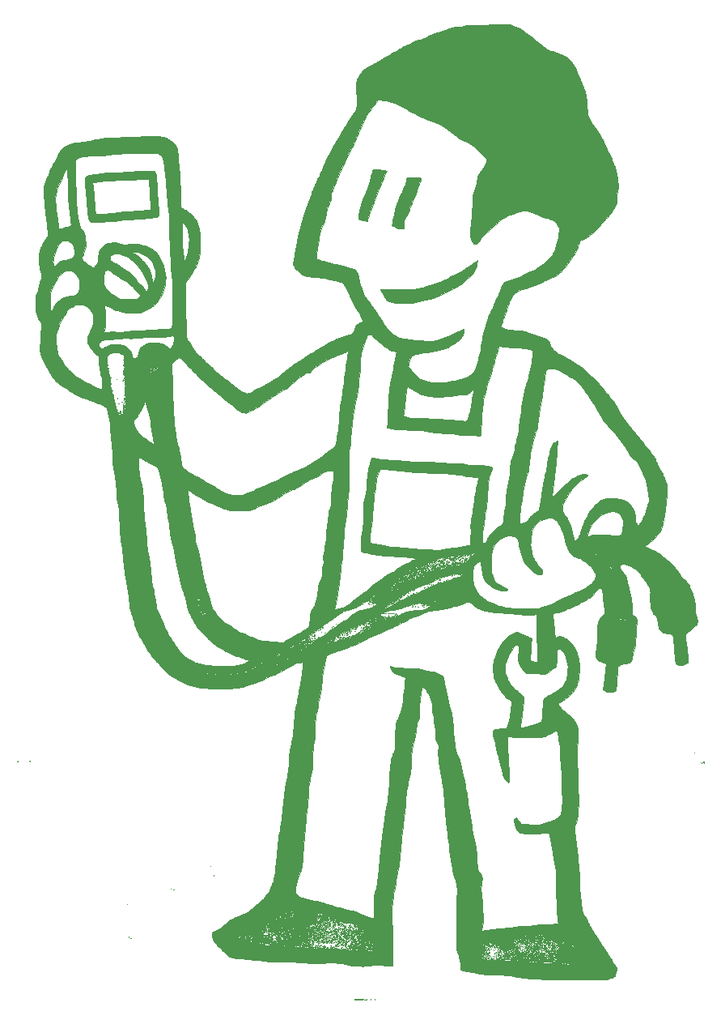
<source format=gtl>
G04 #@! TF.GenerationSoftware,KiCad,Pcbnew,8.0.4-1.fc40*
G04 #@! TF.CreationDate,2024-09-16T09:24:30-07:00*
G04 #@! TF.ProjectId,mrfixit,6d726669-7869-4742-9e6b-696361645f70,rev?*
G04 #@! TF.SameCoordinates,Original*
G04 #@! TF.FileFunction,Copper,L1,Top*
G04 #@! TF.FilePolarity,Positive*
%FSLAX46Y46*%
G04 Gerber Fmt 4.6, Leading zero omitted, Abs format (unit mm)*
G04 Created by KiCad (PCBNEW 8.0.4-1.fc40) date 2024-09-16 09:24:30*
%MOMM*%
%LPD*%
G01*
G04 APERTURE LIST*
G04 #@! TA.AperFunction,EtchedComponent*
%ADD10C,0.010000*%
G04 #@! TD*
G04 APERTURE END LIST*
D10*
G04 #@! TO.C,H2*
X97121944Y-115522917D02*
X97104305Y-115540556D01*
X97086667Y-115522917D01*
X97104305Y-115505278D01*
X97121944Y-115522917D01*
G04 #@! TA.AperFunction,EtchedComponent*
G36*
X97121944Y-115522917D02*
G01*
X97104305Y-115540556D01*
X97086667Y-115522917D01*
X97104305Y-115505278D01*
X97121944Y-115522917D01*
G37*
G04 #@! TD.AperFunction*
X105271111Y-74106806D02*
X105253472Y-74124445D01*
X105235833Y-74106806D01*
X105253472Y-74089167D01*
X105271111Y-74106806D01*
G04 #@! TA.AperFunction,EtchedComponent*
G36*
X105271111Y-74106806D02*
G01*
X105253472Y-74124445D01*
X105235833Y-74106806D01*
X105253472Y-74089167D01*
X105271111Y-74106806D01*
G37*
G04 #@! TD.AperFunction*
X105623889Y-75447361D02*
X105606250Y-75465000D01*
X105588611Y-75447361D01*
X105606250Y-75429722D01*
X105623889Y-75447361D01*
G04 #@! TA.AperFunction,EtchedComponent*
G36*
X105623889Y-75447361D02*
G01*
X105606250Y-75465000D01*
X105588611Y-75447361D01*
X105606250Y-75429722D01*
X105623889Y-75447361D01*
G37*
G04 #@! TD.AperFunction*
X105623889Y-76082361D02*
X105606250Y-76100000D01*
X105588611Y-76082361D01*
X105606250Y-76064722D01*
X105623889Y-76082361D01*
G04 #@! TA.AperFunction,EtchedComponent*
G36*
X105623889Y-76082361D02*
G01*
X105606250Y-76100000D01*
X105588611Y-76082361D01*
X105606250Y-76064722D01*
X105623889Y-76082361D01*
G37*
G04 #@! TD.AperFunction*
X106223611Y-75588472D02*
X106205972Y-75606111D01*
X106188333Y-75588472D01*
X106205972Y-75570834D01*
X106223611Y-75588472D01*
G04 #@! TA.AperFunction,EtchedComponent*
G36*
X106223611Y-75588472D02*
G01*
X106205972Y-75606111D01*
X106188333Y-75588472D01*
X106205972Y-75570834D01*
X106223611Y-75588472D01*
G37*
G04 #@! TD.AperFunction*
X106294167Y-77599306D02*
X106276528Y-77616945D01*
X106258889Y-77599306D01*
X106276528Y-77581667D01*
X106294167Y-77599306D01*
G04 #@! TA.AperFunction,EtchedComponent*
G36*
X106294167Y-77599306D02*
G01*
X106276528Y-77616945D01*
X106258889Y-77599306D01*
X106276528Y-77581667D01*
X106294167Y-77599306D01*
G37*
G04 #@! TD.AperFunction*
X106435278Y-78163750D02*
X106417639Y-78181389D01*
X106400000Y-78163750D01*
X106417639Y-78146111D01*
X106435278Y-78163750D01*
G04 #@! TA.AperFunction,EtchedComponent*
G36*
X106435278Y-78163750D02*
G01*
X106417639Y-78181389D01*
X106400000Y-78163750D01*
X106417639Y-78146111D01*
X106435278Y-78163750D01*
G37*
G04 #@! TD.AperFunction*
X106646944Y-79292639D02*
X106629305Y-79310278D01*
X106611667Y-79292639D01*
X106629305Y-79275000D01*
X106646944Y-79292639D01*
G04 #@! TA.AperFunction,EtchedComponent*
G36*
X106646944Y-79292639D02*
G01*
X106629305Y-79310278D01*
X106611667Y-79292639D01*
X106629305Y-79275000D01*
X106646944Y-79292639D01*
G37*
G04 #@! TD.AperFunction*
X106682222Y-72977917D02*
X106664583Y-72995556D01*
X106646944Y-72977917D01*
X106664583Y-72960278D01*
X106682222Y-72977917D01*
G04 #@! TA.AperFunction,EtchedComponent*
G36*
X106682222Y-72977917D02*
G01*
X106664583Y-72995556D01*
X106646944Y-72977917D01*
X106664583Y-72960278D01*
X106682222Y-72977917D01*
G37*
G04 #@! TD.AperFunction*
X106788055Y-77952084D02*
X106770417Y-77969722D01*
X106752778Y-77952084D01*
X106770417Y-77934445D01*
X106788055Y-77952084D01*
G04 #@! TA.AperFunction,EtchedComponent*
G36*
X106788055Y-77952084D02*
G01*
X106770417Y-77969722D01*
X106752778Y-77952084D01*
X106770417Y-77934445D01*
X106788055Y-77952084D01*
G37*
G04 #@! TD.AperFunction*
X106823333Y-79222084D02*
X106805694Y-79239722D01*
X106788055Y-79222084D01*
X106805694Y-79204445D01*
X106823333Y-79222084D01*
G04 #@! TA.AperFunction,EtchedComponent*
G36*
X106823333Y-79222084D02*
G01*
X106805694Y-79239722D01*
X106788055Y-79222084D01*
X106805694Y-79204445D01*
X106823333Y-79222084D01*
G37*
G04 #@! TD.AperFunction*
X106858611Y-79292639D02*
X106840972Y-79310278D01*
X106823333Y-79292639D01*
X106840972Y-79275000D01*
X106858611Y-79292639D01*
G04 #@! TA.AperFunction,EtchedComponent*
G36*
X106858611Y-79292639D02*
G01*
X106840972Y-79310278D01*
X106823333Y-79292639D01*
X106840972Y-79275000D01*
X106858611Y-79292639D01*
G37*
G04 #@! TD.AperFunction*
X106893889Y-74106806D02*
X106876250Y-74124445D01*
X106858611Y-74106806D01*
X106876250Y-74089167D01*
X106893889Y-74106806D01*
G04 #@! TA.AperFunction,EtchedComponent*
G36*
X106893889Y-74106806D02*
G01*
X106876250Y-74124445D01*
X106858611Y-74106806D01*
X106876250Y-74089167D01*
X106893889Y-74106806D01*
G37*
G04 #@! TD.AperFunction*
X106929167Y-73577639D02*
X106911528Y-73595278D01*
X106893889Y-73577639D01*
X106911528Y-73560000D01*
X106929167Y-73577639D01*
G04 #@! TA.AperFunction,EtchedComponent*
G36*
X106929167Y-73577639D02*
G01*
X106911528Y-73595278D01*
X106893889Y-73577639D01*
X106911528Y-73560000D01*
X106929167Y-73577639D01*
G37*
G04 #@! TD.AperFunction*
X106929167Y-75659028D02*
X106911528Y-75676667D01*
X106893889Y-75659028D01*
X106911528Y-75641389D01*
X106929167Y-75659028D01*
G04 #@! TA.AperFunction,EtchedComponent*
G36*
X106929167Y-75659028D02*
G01*
X106911528Y-75676667D01*
X106893889Y-75659028D01*
X106911528Y-75641389D01*
X106929167Y-75659028D01*
G37*
G04 #@! TD.AperFunction*
X106964444Y-73401250D02*
X106946805Y-73418889D01*
X106929167Y-73401250D01*
X106946805Y-73383611D01*
X106964444Y-73401250D01*
G04 #@! TA.AperFunction,EtchedComponent*
G36*
X106964444Y-73401250D02*
G01*
X106946805Y-73418889D01*
X106929167Y-73401250D01*
X106946805Y-73383611D01*
X106964444Y-73401250D01*
G37*
G04 #@! TD.AperFunction*
X106964444Y-74106806D02*
X106946805Y-74124445D01*
X106929167Y-74106806D01*
X106946805Y-74089167D01*
X106964444Y-74106806D01*
G04 #@! TA.AperFunction,EtchedComponent*
G36*
X106964444Y-74106806D02*
G01*
X106946805Y-74124445D01*
X106929167Y-74106806D01*
X106946805Y-74089167D01*
X106964444Y-74106806D01*
G37*
G04 #@! TD.AperFunction*
X106964444Y-74424306D02*
X106946805Y-74441945D01*
X106929167Y-74424306D01*
X106946805Y-74406667D01*
X106964444Y-74424306D01*
G04 #@! TA.AperFunction,EtchedComponent*
G36*
X106964444Y-74424306D02*
G01*
X106946805Y-74441945D01*
X106929167Y-74424306D01*
X106946805Y-74406667D01*
X106964444Y-74424306D01*
G37*
G04 #@! TD.AperFunction*
X106999722Y-77810972D02*
X106982083Y-77828611D01*
X106964444Y-77810972D01*
X106982083Y-77793334D01*
X106999722Y-77810972D01*
G04 #@! TA.AperFunction,EtchedComponent*
G36*
X106999722Y-77810972D02*
G01*
X106982083Y-77828611D01*
X106964444Y-77810972D01*
X106982083Y-77793334D01*
X106999722Y-77810972D01*
G37*
G04 #@! TD.AperFunction*
X107035000Y-77740417D02*
X107017361Y-77758056D01*
X106999722Y-77740417D01*
X107017361Y-77722778D01*
X107035000Y-77740417D01*
G04 #@! TA.AperFunction,EtchedComponent*
G36*
X107035000Y-77740417D02*
G01*
X107017361Y-77758056D01*
X106999722Y-77740417D01*
X107017361Y-77722778D01*
X107035000Y-77740417D01*
G37*
G04 #@! TD.AperFunction*
X107070278Y-76188195D02*
X107052639Y-76205834D01*
X107035000Y-76188195D01*
X107052639Y-76170556D01*
X107070278Y-76188195D01*
G04 #@! TA.AperFunction,EtchedComponent*
G36*
X107070278Y-76188195D02*
G01*
X107052639Y-76205834D01*
X107035000Y-76188195D01*
X107052639Y-76170556D01*
X107070278Y-76188195D01*
G37*
G04 #@! TD.AperFunction*
X107070278Y-76399861D02*
X107052639Y-76417500D01*
X107035000Y-76399861D01*
X107052639Y-76382222D01*
X107070278Y-76399861D01*
G04 #@! TA.AperFunction,EtchedComponent*
G36*
X107070278Y-76399861D02*
G01*
X107052639Y-76417500D01*
X107035000Y-76399861D01*
X107052639Y-76382222D01*
X107070278Y-76399861D01*
G37*
G04 #@! TD.AperFunction*
X107070278Y-76540972D02*
X107052639Y-76558611D01*
X107035000Y-76540972D01*
X107052639Y-76523334D01*
X107070278Y-76540972D01*
G04 #@! TA.AperFunction,EtchedComponent*
G36*
X107070278Y-76540972D02*
G01*
X107052639Y-76558611D01*
X107035000Y-76540972D01*
X107052639Y-76523334D01*
X107070278Y-76540972D01*
G37*
G04 #@! TD.AperFunction*
X107105555Y-77881528D02*
X107087917Y-77899167D01*
X107070278Y-77881528D01*
X107087917Y-77863889D01*
X107105555Y-77881528D01*
G04 #@! TA.AperFunction,EtchedComponent*
G36*
X107105555Y-77881528D02*
G01*
X107087917Y-77899167D01*
X107070278Y-77881528D01*
X107087917Y-77863889D01*
X107105555Y-77881528D01*
G37*
G04 #@! TD.AperFunction*
X107493611Y-133902639D02*
X107475972Y-133920278D01*
X107458333Y-133902639D01*
X107475972Y-133885000D01*
X107493611Y-133902639D01*
G04 #@! TA.AperFunction,EtchedComponent*
G36*
X107493611Y-133902639D02*
G01*
X107475972Y-133920278D01*
X107458333Y-133902639D01*
X107475972Y-133885000D01*
X107493611Y-133902639D01*
G37*
G04 #@! TD.AperFunction*
X107705278Y-134043750D02*
X107687639Y-134061389D01*
X107670000Y-134043750D01*
X107687639Y-134026111D01*
X107705278Y-134043750D01*
G04 #@! TA.AperFunction,EtchedComponent*
G36*
X107705278Y-134043750D02*
G01*
X107687639Y-134061389D01*
X107670000Y-134043750D01*
X107687639Y-134026111D01*
X107705278Y-134043750D01*
G37*
G04 #@! TD.AperFunction*
X107987500Y-94462084D02*
X107969861Y-94479722D01*
X107952222Y-94462084D01*
X107969861Y-94444445D01*
X107987500Y-94462084D01*
G04 #@! TA.AperFunction,EtchedComponent*
G36*
X107987500Y-94462084D02*
G01*
X107969861Y-94479722D01*
X107952222Y-94462084D01*
X107969861Y-94444445D01*
X107987500Y-94462084D01*
G37*
G04 #@! TD.AperFunction*
X108128611Y-94603195D02*
X108110972Y-94620834D01*
X108093333Y-94603195D01*
X108110972Y-94585556D01*
X108128611Y-94603195D01*
G04 #@! TA.AperFunction,EtchedComponent*
G36*
X108128611Y-94603195D02*
G01*
X108110972Y-94620834D01*
X108093333Y-94603195D01*
X108110972Y-94585556D01*
X108128611Y-94603195D01*
G37*
G04 #@! TD.AperFunction*
X108410833Y-94920695D02*
X108393194Y-94938334D01*
X108375555Y-94920695D01*
X108393194Y-94903056D01*
X108410833Y-94920695D01*
G04 #@! TA.AperFunction,EtchedComponent*
G36*
X108410833Y-94920695D02*
G01*
X108393194Y-94938334D01*
X108375555Y-94920695D01*
X108393194Y-94903056D01*
X108410833Y-94920695D01*
G37*
G04 #@! TD.AperFunction*
X110703889Y-74283195D02*
X110686250Y-74300834D01*
X110668611Y-74283195D01*
X110686250Y-74265556D01*
X110703889Y-74283195D01*
G04 #@! TA.AperFunction,EtchedComponent*
G36*
X110703889Y-74283195D02*
G01*
X110686250Y-74300834D01*
X110668611Y-74283195D01*
X110686250Y-74265556D01*
X110703889Y-74283195D01*
G37*
G04 #@! TD.AperFunction*
X110739167Y-74600695D02*
X110721528Y-74618334D01*
X110703889Y-74600695D01*
X110721528Y-74583056D01*
X110739167Y-74600695D01*
G04 #@! TA.AperFunction,EtchedComponent*
G36*
X110739167Y-74600695D02*
G01*
X110721528Y-74618334D01*
X110703889Y-74600695D01*
X110721528Y-74583056D01*
X110739167Y-74600695D01*
G37*
G04 #@! TD.AperFunction*
X111903333Y-128857917D02*
X111885694Y-128875556D01*
X111868055Y-128857917D01*
X111885694Y-128840278D01*
X111903333Y-128857917D01*
G04 #@! TA.AperFunction,EtchedComponent*
G36*
X111903333Y-128857917D02*
G01*
X111885694Y-128875556D01*
X111868055Y-128857917D01*
X111885694Y-128840278D01*
X111903333Y-128857917D01*
G37*
G04 #@! TD.AperFunction*
X112185555Y-128928472D02*
X112167917Y-128946111D01*
X112150278Y-128928472D01*
X112167917Y-128910834D01*
X112185555Y-128928472D01*
G04 #@! TA.AperFunction,EtchedComponent*
G36*
X112185555Y-128928472D02*
G01*
X112167917Y-128946111D01*
X112150278Y-128928472D01*
X112167917Y-128910834D01*
X112185555Y-128928472D01*
G37*
G04 #@! TD.AperFunction*
X114866667Y-98413195D02*
X114849028Y-98430834D01*
X114831389Y-98413195D01*
X114849028Y-98395556D01*
X114866667Y-98413195D01*
G04 #@! TA.AperFunction,EtchedComponent*
G36*
X114866667Y-98413195D02*
G01*
X114849028Y-98430834D01*
X114831389Y-98413195D01*
X114849028Y-98395556D01*
X114866667Y-98413195D01*
G37*
G04 #@! TD.AperFunction*
X115395833Y-101059028D02*
X115378194Y-101076667D01*
X115360555Y-101059028D01*
X115378194Y-101041389D01*
X115395833Y-101059028D01*
G04 #@! TA.AperFunction,EtchedComponent*
G36*
X115395833Y-101059028D02*
G01*
X115378194Y-101076667D01*
X115360555Y-101059028D01*
X115378194Y-101041389D01*
X115395833Y-101059028D01*
G37*
G04 #@! TD.AperFunction*
X115395833Y-101129584D02*
X115378194Y-101147222D01*
X115360555Y-101129584D01*
X115378194Y-101111945D01*
X115395833Y-101129584D01*
G04 #@! TA.AperFunction,EtchedComponent*
G36*
X115395833Y-101129584D02*
G01*
X115378194Y-101147222D01*
X115360555Y-101129584D01*
X115378194Y-101111945D01*
X115395833Y-101129584D01*
G37*
G04 #@! TD.AperFunction*
X115748611Y-101376528D02*
X115730972Y-101394167D01*
X115713333Y-101376528D01*
X115730972Y-101358889D01*
X115748611Y-101376528D01*
G04 #@! TA.AperFunction,EtchedComponent*
G36*
X115748611Y-101376528D02*
G01*
X115730972Y-101394167D01*
X115713333Y-101376528D01*
X115730972Y-101358889D01*
X115748611Y-101376528D01*
G37*
G04 #@! TD.AperFunction*
X116066111Y-126494306D02*
X116048472Y-126511945D01*
X116030833Y-126494306D01*
X116048472Y-126476667D01*
X116066111Y-126494306D01*
G04 #@! TA.AperFunction,EtchedComponent*
G36*
X116066111Y-126494306D02*
G01*
X116048472Y-126511945D01*
X116030833Y-126494306D01*
X116048472Y-126476667D01*
X116066111Y-126494306D01*
G37*
G04 #@! TD.AperFunction*
X116383611Y-127446806D02*
X116365972Y-127464445D01*
X116348333Y-127446806D01*
X116365972Y-127429167D01*
X116383611Y-127446806D01*
G04 #@! TA.AperFunction,EtchedComponent*
G36*
X116383611Y-127446806D02*
G01*
X116365972Y-127464445D01*
X116348333Y-127446806D01*
X116365972Y-127429167D01*
X116383611Y-127446806D01*
G37*
G04 #@! TD.AperFunction*
X117018611Y-102399584D02*
X117000972Y-102417222D01*
X116983333Y-102399584D01*
X117000972Y-102381945D01*
X117018611Y-102399584D01*
G04 #@! TA.AperFunction,EtchedComponent*
G36*
X117018611Y-102399584D02*
G01*
X117000972Y-102417222D01*
X116983333Y-102399584D01*
X117000972Y-102381945D01*
X117018611Y-102399584D01*
G37*
G04 #@! TD.AperFunction*
X119770278Y-134255417D02*
X119752639Y-134273056D01*
X119735000Y-134255417D01*
X119752639Y-134237778D01*
X119770278Y-134255417D01*
G04 #@! TA.AperFunction,EtchedComponent*
G36*
X119770278Y-134255417D02*
G01*
X119752639Y-134273056D01*
X119735000Y-134255417D01*
X119752639Y-134237778D01*
X119770278Y-134255417D01*
G37*
G04 #@! TD.AperFunction*
X120052500Y-133832084D02*
X120034861Y-133849722D01*
X120017222Y-133832084D01*
X120034861Y-133814445D01*
X120052500Y-133832084D01*
G04 #@! TA.AperFunction,EtchedComponent*
G36*
X120052500Y-133832084D02*
G01*
X120034861Y-133849722D01*
X120017222Y-133832084D01*
X120034861Y-133814445D01*
X120052500Y-133832084D01*
G37*
G04 #@! TD.AperFunction*
X120370000Y-105927361D02*
X120352361Y-105945000D01*
X120334722Y-105927361D01*
X120352361Y-105909722D01*
X120370000Y-105927361D01*
G04 #@! TA.AperFunction,EtchedComponent*
G36*
X120370000Y-105927361D02*
G01*
X120352361Y-105945000D01*
X120334722Y-105927361D01*
X120352361Y-105909722D01*
X120370000Y-105927361D01*
G37*
G04 #@! TD.AperFunction*
X120440555Y-105892084D02*
X120422917Y-105909722D01*
X120405278Y-105892084D01*
X120422917Y-105874445D01*
X120440555Y-105892084D01*
G04 #@! TA.AperFunction,EtchedComponent*
G36*
X120440555Y-105892084D02*
G01*
X120422917Y-105909722D01*
X120405278Y-105892084D01*
X120422917Y-105874445D01*
X120440555Y-105892084D01*
G37*
G04 #@! TD.AperFunction*
X121710555Y-133444028D02*
X121692917Y-133461667D01*
X121675278Y-133444028D01*
X121692917Y-133426389D01*
X121710555Y-133444028D01*
G04 #@! TA.AperFunction,EtchedComponent*
G36*
X121710555Y-133444028D02*
G01*
X121692917Y-133461667D01*
X121675278Y-133444028D01*
X121692917Y-133426389D01*
X121710555Y-133444028D01*
G37*
G04 #@! TD.AperFunction*
X121745833Y-134114306D02*
X121728194Y-134131945D01*
X121710555Y-134114306D01*
X121728194Y-134096667D01*
X121745833Y-134114306D01*
G04 #@! TA.AperFunction,EtchedComponent*
G36*
X121745833Y-134114306D02*
G01*
X121728194Y-134131945D01*
X121710555Y-134114306D01*
X121728194Y-134096667D01*
X121745833Y-134114306D01*
G37*
G04 #@! TD.AperFunction*
X121781111Y-133126528D02*
X121763472Y-133144167D01*
X121745833Y-133126528D01*
X121763472Y-133108889D01*
X121781111Y-133126528D01*
G04 #@! TA.AperFunction,EtchedComponent*
G36*
X121781111Y-133126528D02*
G01*
X121763472Y-133144167D01*
X121745833Y-133126528D01*
X121763472Y-133108889D01*
X121781111Y-133126528D01*
G37*
G04 #@! TD.AperFunction*
X121816389Y-133055972D02*
X121798750Y-133073611D01*
X121781111Y-133055972D01*
X121798750Y-133038334D01*
X121816389Y-133055972D01*
G04 #@! TA.AperFunction,EtchedComponent*
G36*
X121816389Y-133055972D02*
G01*
X121798750Y-133073611D01*
X121781111Y-133055972D01*
X121798750Y-133038334D01*
X121816389Y-133055972D01*
G37*
G04 #@! TD.AperFunction*
X121851667Y-133302917D02*
X121834028Y-133320556D01*
X121816389Y-133302917D01*
X121834028Y-133285278D01*
X121851667Y-133302917D01*
G04 #@! TA.AperFunction,EtchedComponent*
G36*
X121851667Y-133302917D02*
G01*
X121834028Y-133320556D01*
X121816389Y-133302917D01*
X121834028Y-133285278D01*
X121851667Y-133302917D01*
G37*
G04 #@! TD.AperFunction*
X121886944Y-134608195D02*
X121869305Y-134625834D01*
X121851667Y-134608195D01*
X121869305Y-134590556D01*
X121886944Y-134608195D01*
G04 #@! TA.AperFunction,EtchedComponent*
G36*
X121886944Y-134608195D02*
G01*
X121869305Y-134625834D01*
X121851667Y-134608195D01*
X121869305Y-134590556D01*
X121886944Y-134608195D01*
G37*
G04 #@! TD.AperFunction*
X121922222Y-133902639D02*
X121904583Y-133920278D01*
X121886944Y-133902639D01*
X121904583Y-133885000D01*
X121922222Y-133902639D01*
G04 #@! TA.AperFunction,EtchedComponent*
G36*
X121922222Y-133902639D02*
G01*
X121904583Y-133920278D01*
X121886944Y-133902639D01*
X121904583Y-133885000D01*
X121922222Y-133902639D01*
G37*
G04 #@! TD.AperFunction*
X122275000Y-133832084D02*
X122257361Y-133849722D01*
X122239722Y-133832084D01*
X122257361Y-133814445D01*
X122275000Y-133832084D01*
G04 #@! TA.AperFunction,EtchedComponent*
G36*
X122275000Y-133832084D02*
G01*
X122257361Y-133849722D01*
X122239722Y-133832084D01*
X122257361Y-133814445D01*
X122275000Y-133832084D01*
G37*
G04 #@! TD.AperFunction*
X122310278Y-133585139D02*
X122292639Y-133602778D01*
X122275000Y-133585139D01*
X122292639Y-133567500D01*
X122310278Y-133585139D01*
G04 #@! TA.AperFunction,EtchedComponent*
G36*
X122310278Y-133585139D02*
G01*
X122292639Y-133602778D01*
X122275000Y-133585139D01*
X122292639Y-133567500D01*
X122310278Y-133585139D01*
G37*
G04 #@! TD.AperFunction*
X122345555Y-134361250D02*
X122327917Y-134378889D01*
X122310278Y-134361250D01*
X122327917Y-134343611D01*
X122345555Y-134361250D01*
G04 #@! TA.AperFunction,EtchedComponent*
G36*
X122345555Y-134361250D02*
G01*
X122327917Y-134378889D01*
X122310278Y-134361250D01*
X122327917Y-134343611D01*
X122345555Y-134361250D01*
G37*
G04 #@! TD.AperFunction*
X122380833Y-133479306D02*
X122363194Y-133496945D01*
X122345555Y-133479306D01*
X122363194Y-133461667D01*
X122380833Y-133479306D01*
G04 #@! TA.AperFunction,EtchedComponent*
G36*
X122380833Y-133479306D02*
G01*
X122363194Y-133496945D01*
X122345555Y-133479306D01*
X122363194Y-133461667D01*
X122380833Y-133479306D01*
G37*
G04 #@! TD.AperFunction*
X122416111Y-133549861D02*
X122398472Y-133567500D01*
X122380833Y-133549861D01*
X122398472Y-133532222D01*
X122416111Y-133549861D01*
G04 #@! TA.AperFunction,EtchedComponent*
G36*
X122416111Y-133549861D02*
G01*
X122398472Y-133567500D01*
X122380833Y-133549861D01*
X122398472Y-133532222D01*
X122416111Y-133549861D01*
G37*
G04 #@! TD.AperFunction*
X122486667Y-133444028D02*
X122469028Y-133461667D01*
X122451389Y-133444028D01*
X122469028Y-133426389D01*
X122486667Y-133444028D01*
G04 #@! TA.AperFunction,EtchedComponent*
G36*
X122486667Y-133444028D02*
G01*
X122469028Y-133461667D01*
X122451389Y-133444028D01*
X122469028Y-133426389D01*
X122486667Y-133444028D01*
G37*
G04 #@! TD.AperFunction*
X122521944Y-133514584D02*
X122504305Y-133532222D01*
X122486667Y-133514584D01*
X122504305Y-133496945D01*
X122521944Y-133514584D01*
G04 #@! TA.AperFunction,EtchedComponent*
G36*
X122521944Y-133514584D02*
G01*
X122504305Y-133532222D01*
X122486667Y-133514584D01*
X122504305Y-133496945D01*
X122521944Y-133514584D01*
G37*
G04 #@! TD.AperFunction*
X122557222Y-134008472D02*
X122539583Y-134026111D01*
X122521944Y-134008472D01*
X122539583Y-133990834D01*
X122557222Y-134008472D01*
G04 #@! TA.AperFunction,EtchedComponent*
G36*
X122557222Y-134008472D02*
G01*
X122539583Y-134026111D01*
X122521944Y-134008472D01*
X122539583Y-133990834D01*
X122557222Y-134008472D01*
G37*
G04 #@! TD.AperFunction*
X122768889Y-133655695D02*
X122751250Y-133673334D01*
X122733611Y-133655695D01*
X122751250Y-133638056D01*
X122768889Y-133655695D01*
G04 #@! TA.AperFunction,EtchedComponent*
G36*
X122768889Y-133655695D02*
G01*
X122751250Y-133673334D01*
X122733611Y-133655695D01*
X122751250Y-133638056D01*
X122768889Y-133655695D01*
G37*
G04 #@! TD.AperFunction*
X122768889Y-134008472D02*
X122751250Y-134026111D01*
X122733611Y-134008472D01*
X122751250Y-133990834D01*
X122768889Y-134008472D01*
G04 #@! TA.AperFunction,EtchedComponent*
G36*
X122768889Y-134008472D02*
G01*
X122751250Y-134026111D01*
X122733611Y-134008472D01*
X122751250Y-133990834D01*
X122768889Y-134008472D01*
G37*
G04 #@! TD.AperFunction*
X123015833Y-132914861D02*
X122998194Y-132932500D01*
X122980555Y-132914861D01*
X122998194Y-132897222D01*
X123015833Y-132914861D01*
G04 #@! TA.AperFunction,EtchedComponent*
G36*
X123015833Y-132914861D02*
G01*
X122998194Y-132932500D01*
X122980555Y-132914861D01*
X122998194Y-132897222D01*
X123015833Y-132914861D01*
G37*
G04 #@! TD.AperFunction*
X123051111Y-104551528D02*
X123033472Y-104569167D01*
X123015833Y-104551528D01*
X123033472Y-104533889D01*
X123051111Y-104551528D01*
G04 #@! TA.AperFunction,EtchedComponent*
G36*
X123051111Y-104551528D02*
G01*
X123033472Y-104569167D01*
X123015833Y-104551528D01*
X123033472Y-104533889D01*
X123051111Y-104551528D01*
G37*
G04 #@! TD.AperFunction*
X123086389Y-134467084D02*
X123068750Y-134484722D01*
X123051111Y-134467084D01*
X123068750Y-134449445D01*
X123086389Y-134467084D01*
G04 #@! TA.AperFunction,EtchedComponent*
G36*
X123086389Y-134467084D02*
G01*
X123068750Y-134484722D01*
X123051111Y-134467084D01*
X123068750Y-134449445D01*
X123086389Y-134467084D01*
G37*
G04 #@! TD.AperFunction*
X123156944Y-133620417D02*
X123139305Y-133638056D01*
X123121667Y-133620417D01*
X123139305Y-133602778D01*
X123156944Y-133620417D01*
G04 #@! TA.AperFunction,EtchedComponent*
G36*
X123156944Y-133620417D02*
G01*
X123139305Y-133638056D01*
X123121667Y-133620417D01*
X123139305Y-133602778D01*
X123156944Y-133620417D01*
G37*
G04 #@! TD.AperFunction*
X123262778Y-133796806D02*
X123245139Y-133814445D01*
X123227500Y-133796806D01*
X123245139Y-133779167D01*
X123262778Y-133796806D01*
G04 #@! TA.AperFunction,EtchedComponent*
G36*
X123262778Y-133796806D02*
G01*
X123245139Y-133814445D01*
X123227500Y-133796806D01*
X123245139Y-133779167D01*
X123262778Y-133796806D01*
G37*
G04 #@! TD.AperFunction*
X123298055Y-132279861D02*
X123280417Y-132297500D01*
X123262778Y-132279861D01*
X123280417Y-132262222D01*
X123298055Y-132279861D01*
G04 #@! TA.AperFunction,EtchedComponent*
G36*
X123298055Y-132279861D02*
G01*
X123280417Y-132297500D01*
X123262778Y-132279861D01*
X123280417Y-132262222D01*
X123298055Y-132279861D01*
G37*
G04 #@! TD.AperFunction*
X123298055Y-132985417D02*
X123280417Y-133003056D01*
X123262778Y-132985417D01*
X123280417Y-132967778D01*
X123298055Y-132985417D01*
G04 #@! TA.AperFunction,EtchedComponent*
G36*
X123298055Y-132985417D02*
G01*
X123280417Y-133003056D01*
X123262778Y-132985417D01*
X123280417Y-132967778D01*
X123298055Y-132985417D01*
G37*
G04 #@! TD.AperFunction*
X123298055Y-133408750D02*
X123280417Y-133426389D01*
X123262778Y-133408750D01*
X123280417Y-133391111D01*
X123298055Y-133408750D01*
G04 #@! TA.AperFunction,EtchedComponent*
G36*
X123298055Y-133408750D02*
G01*
X123280417Y-133426389D01*
X123262778Y-133408750D01*
X123280417Y-133391111D01*
X123298055Y-133408750D01*
G37*
G04 #@! TD.AperFunction*
X123368611Y-133444028D02*
X123350972Y-133461667D01*
X123333333Y-133444028D01*
X123350972Y-133426389D01*
X123368611Y-133444028D01*
G04 #@! TA.AperFunction,EtchedComponent*
G36*
X123368611Y-133444028D02*
G01*
X123350972Y-133461667D01*
X123333333Y-133444028D01*
X123350972Y-133426389D01*
X123368611Y-133444028D01*
G37*
G04 #@! TD.AperFunction*
X123439167Y-134467084D02*
X123421528Y-134484722D01*
X123403889Y-134467084D01*
X123421528Y-134449445D01*
X123439167Y-134467084D01*
G04 #@! TA.AperFunction,EtchedComponent*
G36*
X123439167Y-134467084D02*
G01*
X123421528Y-134484722D01*
X123403889Y-134467084D01*
X123421528Y-134449445D01*
X123439167Y-134467084D01*
G37*
G04 #@! TD.AperFunction*
X123439167Y-134749306D02*
X123421528Y-134766945D01*
X123403889Y-134749306D01*
X123421528Y-134731667D01*
X123439167Y-134749306D01*
G04 #@! TA.AperFunction,EtchedComponent*
G36*
X123439167Y-134749306D02*
G01*
X123421528Y-134766945D01*
X123403889Y-134749306D01*
X123421528Y-134731667D01*
X123439167Y-134749306D01*
G37*
G04 #@! TD.AperFunction*
X123686111Y-131574306D02*
X123668472Y-131591945D01*
X123650833Y-131574306D01*
X123668472Y-131556667D01*
X123686111Y-131574306D01*
G04 #@! TA.AperFunction,EtchedComponent*
G36*
X123686111Y-131574306D02*
G01*
X123668472Y-131591945D01*
X123650833Y-131574306D01*
X123668472Y-131556667D01*
X123686111Y-131574306D01*
G37*
G04 #@! TD.AperFunction*
X123791944Y-132844306D02*
X123774305Y-132861945D01*
X123756667Y-132844306D01*
X123774305Y-132826667D01*
X123791944Y-132844306D01*
G04 #@! TA.AperFunction,EtchedComponent*
G36*
X123791944Y-132844306D02*
G01*
X123774305Y-132861945D01*
X123756667Y-132844306D01*
X123774305Y-132826667D01*
X123791944Y-132844306D01*
G37*
G04 #@! TD.AperFunction*
X123791944Y-133761528D02*
X123774305Y-133779167D01*
X123756667Y-133761528D01*
X123774305Y-133743889D01*
X123791944Y-133761528D01*
G04 #@! TA.AperFunction,EtchedComponent*
G36*
X123791944Y-133761528D02*
G01*
X123774305Y-133779167D01*
X123756667Y-133761528D01*
X123774305Y-133743889D01*
X123791944Y-133761528D01*
G37*
G04 #@! TD.AperFunction*
X123897778Y-133655695D02*
X123880139Y-133673334D01*
X123862500Y-133655695D01*
X123880139Y-133638056D01*
X123897778Y-133655695D01*
G04 #@! TA.AperFunction,EtchedComponent*
G36*
X123897778Y-133655695D02*
G01*
X123880139Y-133673334D01*
X123862500Y-133655695D01*
X123880139Y-133638056D01*
X123897778Y-133655695D01*
G37*
G04 #@! TD.AperFunction*
X123968333Y-131962361D02*
X123950694Y-131980000D01*
X123933055Y-131962361D01*
X123950694Y-131944722D01*
X123968333Y-131962361D01*
G04 #@! TA.AperFunction,EtchedComponent*
G36*
X123968333Y-131962361D02*
G01*
X123950694Y-131980000D01*
X123933055Y-131962361D01*
X123950694Y-131944722D01*
X123968333Y-131962361D01*
G37*
G04 #@! TD.AperFunction*
X123968333Y-133302917D02*
X123950694Y-133320556D01*
X123933055Y-133302917D01*
X123950694Y-133285278D01*
X123968333Y-133302917D01*
G04 #@! TA.AperFunction,EtchedComponent*
G36*
X123968333Y-133302917D02*
G01*
X123950694Y-133320556D01*
X123933055Y-133302917D01*
X123950694Y-133285278D01*
X123968333Y-133302917D01*
G37*
G04 #@! TD.AperFunction*
X124003611Y-133690972D02*
X123985972Y-133708611D01*
X123968333Y-133690972D01*
X123985972Y-133673334D01*
X124003611Y-133690972D01*
G04 #@! TA.AperFunction,EtchedComponent*
G36*
X124003611Y-133690972D02*
G01*
X123985972Y-133708611D01*
X123968333Y-133690972D01*
X123985972Y-133673334D01*
X124003611Y-133690972D01*
G37*
G04 #@! TD.AperFunction*
X124038889Y-133902639D02*
X124021250Y-133920278D01*
X124003611Y-133902639D01*
X124021250Y-133885000D01*
X124038889Y-133902639D01*
G04 #@! TA.AperFunction,EtchedComponent*
G36*
X124038889Y-133902639D02*
G01*
X124021250Y-133920278D01*
X124003611Y-133902639D01*
X124021250Y-133885000D01*
X124038889Y-133902639D01*
G37*
G04 #@! TD.AperFunction*
X124074167Y-133690972D02*
X124056528Y-133708611D01*
X124038889Y-133690972D01*
X124056528Y-133673334D01*
X124074167Y-133690972D01*
G04 #@! TA.AperFunction,EtchedComponent*
G36*
X124074167Y-133690972D02*
G01*
X124056528Y-133708611D01*
X124038889Y-133690972D01*
X124056528Y-133673334D01*
X124074167Y-133690972D01*
G37*
G04 #@! TD.AperFunction*
X124074167Y-134114306D02*
X124056528Y-134131945D01*
X124038889Y-134114306D01*
X124056528Y-134096667D01*
X124074167Y-134114306D01*
G04 #@! TA.AperFunction,EtchedComponent*
G36*
X124074167Y-134114306D02*
G01*
X124056528Y-134131945D01*
X124038889Y-134114306D01*
X124056528Y-134096667D01*
X124074167Y-134114306D01*
G37*
G04 #@! TD.AperFunction*
X124356389Y-132809028D02*
X124338750Y-132826667D01*
X124321111Y-132809028D01*
X124338750Y-132791389D01*
X124356389Y-132809028D01*
G04 #@! TA.AperFunction,EtchedComponent*
G36*
X124356389Y-132809028D02*
G01*
X124338750Y-132826667D01*
X124321111Y-132809028D01*
X124338750Y-132791389D01*
X124356389Y-132809028D01*
G37*
G04 #@! TD.AperFunction*
X124356389Y-133973195D02*
X124338750Y-133990834D01*
X124321111Y-133973195D01*
X124338750Y-133955556D01*
X124356389Y-133973195D01*
G04 #@! TA.AperFunction,EtchedComponent*
G36*
X124356389Y-133973195D02*
G01*
X124338750Y-133990834D01*
X124321111Y-133973195D01*
X124338750Y-133955556D01*
X124356389Y-133973195D01*
G37*
G04 #@! TD.AperFunction*
X124462222Y-134290695D02*
X124444583Y-134308334D01*
X124426944Y-134290695D01*
X124444583Y-134273056D01*
X124462222Y-134290695D01*
G04 #@! TA.AperFunction,EtchedComponent*
G36*
X124462222Y-134290695D02*
G01*
X124444583Y-134308334D01*
X124426944Y-134290695D01*
X124444583Y-134273056D01*
X124462222Y-134290695D01*
G37*
G04 #@! TD.AperFunction*
X124603333Y-134184861D02*
X124585694Y-134202500D01*
X124568055Y-134184861D01*
X124585694Y-134167222D01*
X124603333Y-134184861D01*
G04 #@! TA.AperFunction,EtchedComponent*
G36*
X124603333Y-134184861D02*
G01*
X124585694Y-134202500D01*
X124568055Y-134184861D01*
X124585694Y-134167222D01*
X124603333Y-134184861D01*
G37*
G04 #@! TD.AperFunction*
X124638611Y-131644861D02*
X124620972Y-131662500D01*
X124603333Y-131644861D01*
X124620972Y-131627222D01*
X124638611Y-131644861D01*
G04 #@! TA.AperFunction,EtchedComponent*
G36*
X124638611Y-131644861D02*
G01*
X124620972Y-131662500D01*
X124603333Y-131644861D01*
X124620972Y-131627222D01*
X124638611Y-131644861D01*
G37*
G04 #@! TD.AperFunction*
X124673889Y-133479306D02*
X124656250Y-133496945D01*
X124638611Y-133479306D01*
X124656250Y-133461667D01*
X124673889Y-133479306D01*
G04 #@! TA.AperFunction,EtchedComponent*
G36*
X124673889Y-133479306D02*
G01*
X124656250Y-133496945D01*
X124638611Y-133479306D01*
X124656250Y-133461667D01*
X124673889Y-133479306D01*
G37*
G04 #@! TD.AperFunction*
X125132500Y-132597361D02*
X125114861Y-132615000D01*
X125097222Y-132597361D01*
X125114861Y-132579722D01*
X125132500Y-132597361D01*
G04 #@! TA.AperFunction,EtchedComponent*
G36*
X125132500Y-132597361D02*
G01*
X125114861Y-132615000D01*
X125097222Y-132597361D01*
X125114861Y-132579722D01*
X125132500Y-132597361D01*
G37*
G04 #@! TD.AperFunction*
X125238333Y-134784584D02*
X125220694Y-134802222D01*
X125203055Y-134784584D01*
X125220694Y-134766945D01*
X125238333Y-134784584D01*
G04 #@! TA.AperFunction,EtchedComponent*
G36*
X125238333Y-134784584D02*
G01*
X125220694Y-134802222D01*
X125203055Y-134784584D01*
X125220694Y-134766945D01*
X125238333Y-134784584D01*
G37*
G04 #@! TD.AperFunction*
X125273611Y-133902639D02*
X125255972Y-133920278D01*
X125238333Y-133902639D01*
X125255972Y-133885000D01*
X125273611Y-133902639D01*
G04 #@! TA.AperFunction,EtchedComponent*
G36*
X125273611Y-133902639D02*
G01*
X125255972Y-133920278D01*
X125238333Y-133902639D01*
X125255972Y-133885000D01*
X125273611Y-133902639D01*
G37*
G04 #@! TD.AperFunction*
X125273611Y-134043750D02*
X125255972Y-134061389D01*
X125238333Y-134043750D01*
X125255972Y-134026111D01*
X125273611Y-134043750D01*
G04 #@! TA.AperFunction,EtchedComponent*
G36*
X125273611Y-134043750D02*
G01*
X125255972Y-134061389D01*
X125238333Y-134043750D01*
X125255972Y-134026111D01*
X125273611Y-134043750D01*
G37*
G04 #@! TD.AperFunction*
X125344167Y-131644861D02*
X125326528Y-131662500D01*
X125308889Y-131644861D01*
X125326528Y-131627222D01*
X125344167Y-131644861D01*
G04 #@! TA.AperFunction,EtchedComponent*
G36*
X125344167Y-131644861D02*
G01*
X125326528Y-131662500D01*
X125308889Y-131644861D01*
X125326528Y-131627222D01*
X125344167Y-131644861D01*
G37*
G04 #@! TD.AperFunction*
X125379444Y-103105139D02*
X125361805Y-103122778D01*
X125344167Y-103105139D01*
X125361805Y-103087500D01*
X125379444Y-103105139D01*
G04 #@! TA.AperFunction,EtchedComponent*
G36*
X125379444Y-103105139D02*
G01*
X125361805Y-103122778D01*
X125344167Y-103105139D01*
X125361805Y-103087500D01*
X125379444Y-103105139D01*
G37*
G04 #@! TD.AperFunction*
X125379444Y-103563750D02*
X125361805Y-103581389D01*
X125344167Y-103563750D01*
X125361805Y-103546111D01*
X125379444Y-103563750D01*
G04 #@! TA.AperFunction,EtchedComponent*
G36*
X125379444Y-103563750D02*
G01*
X125361805Y-103581389D01*
X125344167Y-103563750D01*
X125361805Y-103546111D01*
X125379444Y-103563750D01*
G37*
G04 #@! TD.AperFunction*
X125732222Y-133973195D02*
X125714583Y-133990834D01*
X125696944Y-133973195D01*
X125714583Y-133955556D01*
X125732222Y-133973195D01*
G04 #@! TA.AperFunction,EtchedComponent*
G36*
X125732222Y-133973195D02*
G01*
X125714583Y-133990834D01*
X125696944Y-133973195D01*
X125714583Y-133955556D01*
X125732222Y-133973195D01*
G37*
G04 #@! TD.AperFunction*
X125873333Y-134184861D02*
X125855694Y-134202500D01*
X125838055Y-134184861D01*
X125855694Y-134167222D01*
X125873333Y-134184861D01*
G04 #@! TA.AperFunction,EtchedComponent*
G36*
X125873333Y-134184861D02*
G01*
X125855694Y-134202500D01*
X125838055Y-134184861D01*
X125855694Y-134167222D01*
X125873333Y-134184861D01*
G37*
G04 #@! TD.AperFunction*
X125908611Y-102928750D02*
X125890972Y-102946389D01*
X125873333Y-102928750D01*
X125890972Y-102911111D01*
X125908611Y-102928750D01*
G04 #@! TA.AperFunction,EtchedComponent*
G36*
X125908611Y-102928750D02*
G01*
X125890972Y-102946389D01*
X125873333Y-102928750D01*
X125890972Y-102911111D01*
X125908611Y-102928750D01*
G37*
G04 #@! TD.AperFunction*
X125943889Y-103069861D02*
X125926250Y-103087500D01*
X125908611Y-103069861D01*
X125926250Y-103052222D01*
X125943889Y-103069861D01*
G04 #@! TA.AperFunction,EtchedComponent*
G36*
X125943889Y-103069861D02*
G01*
X125926250Y-103087500D01*
X125908611Y-103069861D01*
X125926250Y-103052222D01*
X125943889Y-103069861D01*
G37*
G04 #@! TD.AperFunction*
X125943889Y-103387361D02*
X125926250Y-103405000D01*
X125908611Y-103387361D01*
X125926250Y-103369722D01*
X125943889Y-103387361D01*
G04 #@! TA.AperFunction,EtchedComponent*
G36*
X125943889Y-103387361D02*
G01*
X125926250Y-103405000D01*
X125908611Y-103387361D01*
X125926250Y-103369722D01*
X125943889Y-103387361D01*
G37*
G04 #@! TD.AperFunction*
X126014444Y-134925695D02*
X125996805Y-134943334D01*
X125979167Y-134925695D01*
X125996805Y-134908056D01*
X126014444Y-134925695D01*
G04 #@! TA.AperFunction,EtchedComponent*
G36*
X126014444Y-134925695D02*
G01*
X125996805Y-134943334D01*
X125979167Y-134925695D01*
X125996805Y-134908056D01*
X126014444Y-134925695D01*
G37*
G04 #@! TD.AperFunction*
X126120278Y-102928750D02*
X126102639Y-102946389D01*
X126085000Y-102928750D01*
X126102639Y-102911111D01*
X126120278Y-102928750D01*
G04 #@! TA.AperFunction,EtchedComponent*
G36*
X126120278Y-102928750D02*
G01*
X126102639Y-102946389D01*
X126085000Y-102928750D01*
X126102639Y-102911111D01*
X126120278Y-102928750D01*
G37*
G04 #@! TD.AperFunction*
X126190833Y-102928750D02*
X126173194Y-102946389D01*
X126155555Y-102928750D01*
X126173194Y-102911111D01*
X126190833Y-102928750D01*
G04 #@! TA.AperFunction,EtchedComponent*
G36*
X126190833Y-102928750D02*
G01*
X126173194Y-102946389D01*
X126155555Y-102928750D01*
X126173194Y-102911111D01*
X126190833Y-102928750D01*
G37*
G04 #@! TD.AperFunction*
X126261389Y-103140417D02*
X126243750Y-103158056D01*
X126226111Y-103140417D01*
X126243750Y-103122778D01*
X126261389Y-103140417D01*
G04 #@! TA.AperFunction,EtchedComponent*
G36*
X126261389Y-103140417D02*
G01*
X126243750Y-103158056D01*
X126226111Y-103140417D01*
X126243750Y-103122778D01*
X126261389Y-103140417D01*
G37*
G04 #@! TD.AperFunction*
X126261389Y-134220139D02*
X126243750Y-134237778D01*
X126226111Y-134220139D01*
X126243750Y-134202500D01*
X126261389Y-134220139D01*
G04 #@! TA.AperFunction,EtchedComponent*
G36*
X126261389Y-134220139D02*
G01*
X126243750Y-134237778D01*
X126226111Y-134220139D01*
X126243750Y-134202500D01*
X126261389Y-134220139D01*
G37*
G04 #@! TD.AperFunction*
X126296667Y-102893472D02*
X126279028Y-102911111D01*
X126261389Y-102893472D01*
X126279028Y-102875834D01*
X126296667Y-102893472D01*
G04 #@! TA.AperFunction,EtchedComponent*
G36*
X126296667Y-102893472D02*
G01*
X126279028Y-102911111D01*
X126261389Y-102893472D01*
X126279028Y-102875834D01*
X126296667Y-102893472D01*
G37*
G04 #@! TD.AperFunction*
X126296667Y-133514584D02*
X126279028Y-133532222D01*
X126261389Y-133514584D01*
X126279028Y-133496945D01*
X126296667Y-133514584D01*
G04 #@! TA.AperFunction,EtchedComponent*
G36*
X126296667Y-133514584D02*
G01*
X126279028Y-133532222D01*
X126261389Y-133514584D01*
X126279028Y-133496945D01*
X126296667Y-133514584D01*
G37*
G04 #@! TD.AperFunction*
X126367222Y-133338195D02*
X126349583Y-133355834D01*
X126331944Y-133338195D01*
X126349583Y-133320556D01*
X126367222Y-133338195D01*
G04 #@! TA.AperFunction,EtchedComponent*
G36*
X126367222Y-133338195D02*
G01*
X126349583Y-133355834D01*
X126331944Y-133338195D01*
X126349583Y-133320556D01*
X126367222Y-133338195D01*
G37*
G04 #@! TD.AperFunction*
X126402500Y-102681806D02*
X126384861Y-102699445D01*
X126367222Y-102681806D01*
X126384861Y-102664167D01*
X126402500Y-102681806D01*
G04 #@! TA.AperFunction,EtchedComponent*
G36*
X126402500Y-102681806D02*
G01*
X126384861Y-102699445D01*
X126367222Y-102681806D01*
X126384861Y-102664167D01*
X126402500Y-102681806D01*
G37*
G04 #@! TD.AperFunction*
X126402500Y-132350417D02*
X126384861Y-132368056D01*
X126367222Y-132350417D01*
X126384861Y-132332778D01*
X126402500Y-132350417D01*
G04 #@! TA.AperFunction,EtchedComponent*
G36*
X126402500Y-132350417D02*
G01*
X126384861Y-132368056D01*
X126367222Y-132350417D01*
X126384861Y-132332778D01*
X126402500Y-132350417D01*
G37*
G04 #@! TD.AperFunction*
X126402500Y-134819861D02*
X126384861Y-134837500D01*
X126367222Y-134819861D01*
X126384861Y-134802222D01*
X126402500Y-134819861D01*
G04 #@! TA.AperFunction,EtchedComponent*
G36*
X126402500Y-134819861D02*
G01*
X126384861Y-134837500D01*
X126367222Y-134819861D01*
X126384861Y-134802222D01*
X126402500Y-134819861D01*
G37*
G04 #@! TD.AperFunction*
X126437778Y-133161806D02*
X126420139Y-133179445D01*
X126402500Y-133161806D01*
X126420139Y-133144167D01*
X126437778Y-133161806D01*
G04 #@! TA.AperFunction,EtchedComponent*
G36*
X126437778Y-133161806D02*
G01*
X126420139Y-133179445D01*
X126402500Y-133161806D01*
X126420139Y-133144167D01*
X126437778Y-133161806D01*
G37*
G04 #@! TD.AperFunction*
X126473055Y-132985417D02*
X126455417Y-133003056D01*
X126437778Y-132985417D01*
X126455417Y-132967778D01*
X126473055Y-132985417D01*
G04 #@! TA.AperFunction,EtchedComponent*
G36*
X126473055Y-132985417D02*
G01*
X126455417Y-133003056D01*
X126437778Y-132985417D01*
X126455417Y-132967778D01*
X126473055Y-132985417D01*
G37*
G04 #@! TD.AperFunction*
X126473055Y-134925695D02*
X126455417Y-134943334D01*
X126437778Y-134925695D01*
X126455417Y-134908056D01*
X126473055Y-134925695D01*
G04 #@! TA.AperFunction,EtchedComponent*
G36*
X126473055Y-134925695D02*
G01*
X126455417Y-134943334D01*
X126437778Y-134925695D01*
X126455417Y-134908056D01*
X126473055Y-134925695D01*
G37*
G04 #@! TD.AperFunction*
X126543611Y-102611250D02*
X126525972Y-102628889D01*
X126508333Y-102611250D01*
X126525972Y-102593611D01*
X126543611Y-102611250D01*
G04 #@! TA.AperFunction,EtchedComponent*
G36*
X126543611Y-102611250D02*
G01*
X126525972Y-102628889D01*
X126508333Y-102611250D01*
X126525972Y-102593611D01*
X126543611Y-102611250D01*
G37*
G04 #@! TD.AperFunction*
X126543611Y-133232361D02*
X126525972Y-133250000D01*
X126508333Y-133232361D01*
X126525972Y-133214722D01*
X126543611Y-133232361D01*
G04 #@! TA.AperFunction,EtchedComponent*
G36*
X126543611Y-133232361D02*
G01*
X126525972Y-133250000D01*
X126508333Y-133232361D01*
X126525972Y-133214722D01*
X126543611Y-133232361D01*
G37*
G04 #@! TD.AperFunction*
X126578889Y-134184861D02*
X126561250Y-134202500D01*
X126543611Y-134184861D01*
X126561250Y-134167222D01*
X126578889Y-134184861D01*
G04 #@! TA.AperFunction,EtchedComponent*
G36*
X126578889Y-134184861D02*
G01*
X126561250Y-134202500D01*
X126543611Y-134184861D01*
X126561250Y-134167222D01*
X126578889Y-134184861D01*
G37*
G04 #@! TD.AperFunction*
X126614167Y-134325972D02*
X126596528Y-134343611D01*
X126578889Y-134325972D01*
X126596528Y-134308334D01*
X126614167Y-134325972D01*
G04 #@! TA.AperFunction,EtchedComponent*
G36*
X126614167Y-134325972D02*
G01*
X126596528Y-134343611D01*
X126578889Y-134325972D01*
X126596528Y-134308334D01*
X126614167Y-134325972D01*
G37*
G04 #@! TD.AperFunction*
X126649444Y-102399584D02*
X126631805Y-102417222D01*
X126614167Y-102399584D01*
X126631805Y-102381945D01*
X126649444Y-102399584D01*
G04 #@! TA.AperFunction,EtchedComponent*
G36*
X126649444Y-102399584D02*
G01*
X126631805Y-102417222D01*
X126614167Y-102399584D01*
X126631805Y-102381945D01*
X126649444Y-102399584D01*
G37*
G04 #@! TD.AperFunction*
X126649444Y-134255417D02*
X126631805Y-134273056D01*
X126614167Y-134255417D01*
X126631805Y-134237778D01*
X126649444Y-134255417D01*
G04 #@! TA.AperFunction,EtchedComponent*
G36*
X126649444Y-134255417D02*
G01*
X126631805Y-134273056D01*
X126614167Y-134255417D01*
X126631805Y-134237778D01*
X126649444Y-134255417D01*
G37*
G04 #@! TD.AperFunction*
X126684722Y-102717084D02*
X126667083Y-102734722D01*
X126649444Y-102717084D01*
X126667083Y-102699445D01*
X126684722Y-102717084D01*
G04 #@! TA.AperFunction,EtchedComponent*
G36*
X126684722Y-102717084D02*
G01*
X126667083Y-102734722D01*
X126649444Y-102717084D01*
X126667083Y-102699445D01*
X126684722Y-102717084D01*
G37*
G04 #@! TD.AperFunction*
X126684722Y-134043750D02*
X126667083Y-134061389D01*
X126649444Y-134043750D01*
X126667083Y-134026111D01*
X126684722Y-134043750D01*
G04 #@! TA.AperFunction,EtchedComponent*
G36*
X126684722Y-134043750D02*
G01*
X126667083Y-134061389D01*
X126649444Y-134043750D01*
X126667083Y-134026111D01*
X126684722Y-134043750D01*
G37*
G04 #@! TD.AperFunction*
X126720000Y-132773750D02*
X126702361Y-132791389D01*
X126684722Y-132773750D01*
X126702361Y-132756111D01*
X126720000Y-132773750D01*
G04 #@! TA.AperFunction,EtchedComponent*
G36*
X126720000Y-132773750D02*
G01*
X126702361Y-132791389D01*
X126684722Y-132773750D01*
X126702361Y-132756111D01*
X126720000Y-132773750D01*
G37*
G04 #@! TD.AperFunction*
X126720000Y-134572917D02*
X126702361Y-134590556D01*
X126684722Y-134572917D01*
X126702361Y-134555278D01*
X126720000Y-134572917D01*
G04 #@! TA.AperFunction,EtchedComponent*
G36*
X126720000Y-134572917D02*
G01*
X126702361Y-134590556D01*
X126684722Y-134572917D01*
X126702361Y-134555278D01*
X126720000Y-134572917D01*
G37*
G04 #@! TD.AperFunction*
X126755278Y-102434861D02*
X126737639Y-102452500D01*
X126720000Y-102434861D01*
X126737639Y-102417222D01*
X126755278Y-102434861D01*
G04 #@! TA.AperFunction,EtchedComponent*
G36*
X126755278Y-102434861D02*
G01*
X126737639Y-102452500D01*
X126720000Y-102434861D01*
X126737639Y-102417222D01*
X126755278Y-102434861D01*
G37*
G04 #@! TD.AperFunction*
X126790555Y-134643472D02*
X126772917Y-134661111D01*
X126755278Y-134643472D01*
X126772917Y-134625834D01*
X126790555Y-134643472D01*
G04 #@! TA.AperFunction,EtchedComponent*
G36*
X126790555Y-134643472D02*
G01*
X126772917Y-134661111D01*
X126755278Y-134643472D01*
X126772917Y-134625834D01*
X126790555Y-134643472D01*
G37*
G04 #@! TD.AperFunction*
X126861111Y-102293750D02*
X126843472Y-102311389D01*
X126825833Y-102293750D01*
X126843472Y-102276111D01*
X126861111Y-102293750D01*
G04 #@! TA.AperFunction,EtchedComponent*
G36*
X126861111Y-102293750D02*
G01*
X126843472Y-102311389D01*
X126825833Y-102293750D01*
X126843472Y-102276111D01*
X126861111Y-102293750D01*
G37*
G04 #@! TD.AperFunction*
X126861111Y-102858195D02*
X126843472Y-102875834D01*
X126825833Y-102858195D01*
X126843472Y-102840556D01*
X126861111Y-102858195D01*
G04 #@! TA.AperFunction,EtchedComponent*
G36*
X126861111Y-102858195D02*
G01*
X126843472Y-102875834D01*
X126825833Y-102858195D01*
X126843472Y-102840556D01*
X126861111Y-102858195D01*
G37*
G04 #@! TD.AperFunction*
X126861111Y-102928750D02*
X126843472Y-102946389D01*
X126825833Y-102928750D01*
X126843472Y-102911111D01*
X126861111Y-102928750D01*
G04 #@! TA.AperFunction,EtchedComponent*
G36*
X126861111Y-102928750D02*
G01*
X126843472Y-102946389D01*
X126825833Y-102928750D01*
X126843472Y-102911111D01*
X126861111Y-102928750D01*
G37*
G04 #@! TD.AperFunction*
X126896389Y-102540695D02*
X126878750Y-102558334D01*
X126861111Y-102540695D01*
X126878750Y-102523056D01*
X126896389Y-102540695D01*
G04 #@! TA.AperFunction,EtchedComponent*
G36*
X126896389Y-102540695D02*
G01*
X126878750Y-102558334D01*
X126861111Y-102540695D01*
X126878750Y-102523056D01*
X126896389Y-102540695D01*
G37*
G04 #@! TD.AperFunction*
X126896389Y-102717084D02*
X126878750Y-102734722D01*
X126861111Y-102717084D01*
X126878750Y-102699445D01*
X126896389Y-102717084D01*
G04 #@! TA.AperFunction,EtchedComponent*
G36*
X126896389Y-102717084D02*
G01*
X126878750Y-102734722D01*
X126861111Y-102717084D01*
X126878750Y-102699445D01*
X126896389Y-102717084D01*
G37*
G04 #@! TD.AperFunction*
X126896389Y-133161806D02*
X126878750Y-133179445D01*
X126861111Y-133161806D01*
X126878750Y-133144167D01*
X126896389Y-133161806D01*
G04 #@! TA.AperFunction,EtchedComponent*
G36*
X126896389Y-133161806D02*
G01*
X126878750Y-133179445D01*
X126861111Y-133161806D01*
X126878750Y-133144167D01*
X126896389Y-133161806D01*
G37*
G04 #@! TD.AperFunction*
X126896389Y-133937917D02*
X126878750Y-133955556D01*
X126861111Y-133937917D01*
X126878750Y-133920278D01*
X126896389Y-133937917D01*
G04 #@! TA.AperFunction,EtchedComponent*
G36*
X126896389Y-133937917D02*
G01*
X126878750Y-133955556D01*
X126861111Y-133937917D01*
X126878750Y-133920278D01*
X126896389Y-133937917D01*
G37*
G04 #@! TD.AperFunction*
X126896389Y-134960972D02*
X126878750Y-134978611D01*
X126861111Y-134960972D01*
X126878750Y-134943334D01*
X126896389Y-134960972D01*
G04 #@! TA.AperFunction,EtchedComponent*
G36*
X126896389Y-134960972D02*
G01*
X126878750Y-134978611D01*
X126861111Y-134960972D01*
X126878750Y-134943334D01*
X126896389Y-134960972D01*
G37*
G04 #@! TD.AperFunction*
X126966944Y-102646528D02*
X126949305Y-102664167D01*
X126931667Y-102646528D01*
X126949305Y-102628889D01*
X126966944Y-102646528D01*
G04 #@! TA.AperFunction,EtchedComponent*
G36*
X126966944Y-102646528D02*
G01*
X126949305Y-102664167D01*
X126931667Y-102646528D01*
X126949305Y-102628889D01*
X126966944Y-102646528D01*
G37*
G04 #@! TD.AperFunction*
X127002222Y-132174028D02*
X126984583Y-132191667D01*
X126966944Y-132174028D01*
X126984583Y-132156389D01*
X127002222Y-132174028D01*
G04 #@! TA.AperFunction,EtchedComponent*
G36*
X127002222Y-132174028D02*
G01*
X126984583Y-132191667D01*
X126966944Y-132174028D01*
X126984583Y-132156389D01*
X127002222Y-132174028D01*
G37*
G04 #@! TD.AperFunction*
X127002222Y-134925695D02*
X126984583Y-134943334D01*
X126966944Y-134925695D01*
X126984583Y-134908056D01*
X127002222Y-134925695D01*
G04 #@! TA.AperFunction,EtchedComponent*
G36*
X127002222Y-134925695D02*
G01*
X126984583Y-134943334D01*
X126966944Y-134925695D01*
X126984583Y-134908056D01*
X127002222Y-134925695D01*
G37*
G04 #@! TD.AperFunction*
X127037500Y-133796806D02*
X127019861Y-133814445D01*
X127002222Y-133796806D01*
X127019861Y-133779167D01*
X127037500Y-133796806D01*
G04 #@! TA.AperFunction,EtchedComponent*
G36*
X127037500Y-133796806D02*
G01*
X127019861Y-133814445D01*
X127002222Y-133796806D01*
X127019861Y-133779167D01*
X127037500Y-133796806D01*
G37*
G04 #@! TD.AperFunction*
X127037500Y-134431806D02*
X127019861Y-134449445D01*
X127002222Y-134431806D01*
X127019861Y-134414167D01*
X127037500Y-134431806D01*
G04 #@! TA.AperFunction,EtchedComponent*
G36*
X127037500Y-134431806D02*
G01*
X127019861Y-134449445D01*
X127002222Y-134431806D01*
X127019861Y-134414167D01*
X127037500Y-134431806D01*
G37*
G04 #@! TD.AperFunction*
X127037500Y-134749306D02*
X127019861Y-134766945D01*
X127002222Y-134749306D01*
X127019861Y-134731667D01*
X127037500Y-134749306D01*
G04 #@! TA.AperFunction,EtchedComponent*
G36*
X127037500Y-134749306D02*
G01*
X127019861Y-134766945D01*
X127002222Y-134749306D01*
X127019861Y-134731667D01*
X127037500Y-134749306D01*
G37*
G04 #@! TD.AperFunction*
X127108055Y-134008472D02*
X127090417Y-134026111D01*
X127072778Y-134008472D01*
X127090417Y-133990834D01*
X127108055Y-134008472D01*
G04 #@! TA.AperFunction,EtchedComponent*
G36*
X127108055Y-134008472D02*
G01*
X127090417Y-134026111D01*
X127072778Y-134008472D01*
X127090417Y-133990834D01*
X127108055Y-134008472D01*
G37*
G04 #@! TD.AperFunction*
X127143333Y-133232361D02*
X127125694Y-133250000D01*
X127108055Y-133232361D01*
X127125694Y-133214722D01*
X127143333Y-133232361D01*
G04 #@! TA.AperFunction,EtchedComponent*
G36*
X127143333Y-133232361D02*
G01*
X127125694Y-133250000D01*
X127108055Y-133232361D01*
X127125694Y-133214722D01*
X127143333Y-133232361D01*
G37*
G04 #@! TD.AperFunction*
X127178611Y-133302917D02*
X127160972Y-133320556D01*
X127143333Y-133302917D01*
X127160972Y-133285278D01*
X127178611Y-133302917D01*
G04 #@! TA.AperFunction,EtchedComponent*
G36*
X127178611Y-133302917D02*
G01*
X127160972Y-133320556D01*
X127143333Y-133302917D01*
X127160972Y-133285278D01*
X127178611Y-133302917D01*
G37*
G04 #@! TD.AperFunction*
X127213889Y-132632639D02*
X127196250Y-132650278D01*
X127178611Y-132632639D01*
X127196250Y-132615000D01*
X127213889Y-132632639D01*
G04 #@! TA.AperFunction,EtchedComponent*
G36*
X127213889Y-132632639D02*
G01*
X127196250Y-132650278D01*
X127178611Y-132632639D01*
X127196250Y-132615000D01*
X127213889Y-132632639D01*
G37*
G04 #@! TD.AperFunction*
X127213889Y-132703195D02*
X127196250Y-132720834D01*
X127178611Y-132703195D01*
X127196250Y-132685556D01*
X127213889Y-132703195D01*
G04 #@! TA.AperFunction,EtchedComponent*
G36*
X127213889Y-132703195D02*
G01*
X127196250Y-132720834D01*
X127178611Y-132703195D01*
X127196250Y-132685556D01*
X127213889Y-132703195D01*
G37*
G04 #@! TD.AperFunction*
X127213889Y-133055972D02*
X127196250Y-133073611D01*
X127178611Y-133055972D01*
X127196250Y-133038334D01*
X127213889Y-133055972D01*
G04 #@! TA.AperFunction,EtchedComponent*
G36*
X127213889Y-133055972D02*
G01*
X127196250Y-133073611D01*
X127178611Y-133055972D01*
X127196250Y-133038334D01*
X127213889Y-133055972D01*
G37*
G04 #@! TD.AperFunction*
X127213889Y-133867361D02*
X127196250Y-133885000D01*
X127178611Y-133867361D01*
X127196250Y-133849722D01*
X127213889Y-133867361D01*
G04 #@! TA.AperFunction,EtchedComponent*
G36*
X127213889Y-133867361D02*
G01*
X127196250Y-133885000D01*
X127178611Y-133867361D01*
X127196250Y-133849722D01*
X127213889Y-133867361D01*
G37*
G04 #@! TD.AperFunction*
X127249167Y-134325972D02*
X127231528Y-134343611D01*
X127213889Y-134325972D01*
X127231528Y-134308334D01*
X127249167Y-134325972D01*
G04 #@! TA.AperFunction,EtchedComponent*
G36*
X127249167Y-134325972D02*
G01*
X127231528Y-134343611D01*
X127213889Y-134325972D01*
X127231528Y-134308334D01*
X127249167Y-134325972D01*
G37*
G04 #@! TD.AperFunction*
X127284444Y-132914861D02*
X127266805Y-132932500D01*
X127249167Y-132914861D01*
X127266805Y-132897222D01*
X127284444Y-132914861D01*
G04 #@! TA.AperFunction,EtchedComponent*
G36*
X127284444Y-132914861D02*
G01*
X127266805Y-132932500D01*
X127249167Y-132914861D01*
X127266805Y-132897222D01*
X127284444Y-132914861D01*
G37*
G04 #@! TD.AperFunction*
X127284444Y-133126528D02*
X127266805Y-133144167D01*
X127249167Y-133126528D01*
X127266805Y-133108889D01*
X127284444Y-133126528D01*
G04 #@! TA.AperFunction,EtchedComponent*
G36*
X127284444Y-133126528D02*
G01*
X127266805Y-133144167D01*
X127249167Y-133126528D01*
X127266805Y-133108889D01*
X127284444Y-133126528D01*
G37*
G04 #@! TD.AperFunction*
X127284444Y-134079028D02*
X127266805Y-134096667D01*
X127249167Y-134079028D01*
X127266805Y-134061389D01*
X127284444Y-134079028D01*
G04 #@! TA.AperFunction,EtchedComponent*
G36*
X127284444Y-134079028D02*
G01*
X127266805Y-134096667D01*
X127249167Y-134079028D01*
X127266805Y-134061389D01*
X127284444Y-134079028D01*
G37*
G04 #@! TD.AperFunction*
X127284444Y-134643472D02*
X127266805Y-134661111D01*
X127249167Y-134643472D01*
X127266805Y-134625834D01*
X127284444Y-134643472D01*
G04 #@! TA.AperFunction,EtchedComponent*
G36*
X127284444Y-134643472D02*
G01*
X127266805Y-134661111D01*
X127249167Y-134643472D01*
X127266805Y-134625834D01*
X127284444Y-134643472D01*
G37*
G04 #@! TD.AperFunction*
X127284444Y-134784584D02*
X127266805Y-134802222D01*
X127249167Y-134784584D01*
X127266805Y-134766945D01*
X127284444Y-134784584D01*
G04 #@! TA.AperFunction,EtchedComponent*
G36*
X127284444Y-134784584D02*
G01*
X127266805Y-134802222D01*
X127249167Y-134784584D01*
X127266805Y-134766945D01*
X127284444Y-134784584D01*
G37*
G04 #@! TD.AperFunction*
X127319722Y-133549861D02*
X127302083Y-133567500D01*
X127284444Y-133549861D01*
X127302083Y-133532222D01*
X127319722Y-133549861D01*
G04 #@! TA.AperFunction,EtchedComponent*
G36*
X127319722Y-133549861D02*
G01*
X127302083Y-133567500D01*
X127284444Y-133549861D01*
X127302083Y-133532222D01*
X127319722Y-133549861D01*
G37*
G04 #@! TD.AperFunction*
X127319722Y-133796806D02*
X127302083Y-133814445D01*
X127284444Y-133796806D01*
X127302083Y-133779167D01*
X127319722Y-133796806D01*
G04 #@! TA.AperFunction,EtchedComponent*
G36*
X127319722Y-133796806D02*
G01*
X127302083Y-133814445D01*
X127284444Y-133796806D01*
X127302083Y-133779167D01*
X127319722Y-133796806D01*
G37*
G04 #@! TD.AperFunction*
X127319722Y-133973195D02*
X127302083Y-133990834D01*
X127284444Y-133973195D01*
X127302083Y-133955556D01*
X127319722Y-133973195D01*
G04 #@! TA.AperFunction,EtchedComponent*
G36*
X127319722Y-133973195D02*
G01*
X127302083Y-133990834D01*
X127284444Y-133973195D01*
X127302083Y-133955556D01*
X127319722Y-133973195D01*
G37*
G04 #@! TD.AperFunction*
X127319722Y-134361250D02*
X127302083Y-134378889D01*
X127284444Y-134361250D01*
X127302083Y-134343611D01*
X127319722Y-134361250D01*
G04 #@! TA.AperFunction,EtchedComponent*
G36*
X127319722Y-134361250D02*
G01*
X127302083Y-134378889D01*
X127284444Y-134361250D01*
X127302083Y-134343611D01*
X127319722Y-134361250D01*
G37*
G04 #@! TD.AperFunction*
X127355000Y-101835139D02*
X127337361Y-101852778D01*
X127319722Y-101835139D01*
X127337361Y-101817500D01*
X127355000Y-101835139D01*
G04 #@! TA.AperFunction,EtchedComponent*
G36*
X127355000Y-101835139D02*
G01*
X127337361Y-101852778D01*
X127319722Y-101835139D01*
X127337361Y-101817500D01*
X127355000Y-101835139D01*
G37*
G04 #@! TD.AperFunction*
X127355000Y-102540695D02*
X127337361Y-102558334D01*
X127319722Y-102540695D01*
X127337361Y-102523056D01*
X127355000Y-102540695D01*
G04 #@! TA.AperFunction,EtchedComponent*
G36*
X127355000Y-102540695D02*
G01*
X127337361Y-102558334D01*
X127319722Y-102540695D01*
X127337361Y-102523056D01*
X127355000Y-102540695D01*
G37*
G04 #@! TD.AperFunction*
X127355000Y-134079028D02*
X127337361Y-134096667D01*
X127319722Y-134079028D01*
X127337361Y-134061389D01*
X127355000Y-134079028D01*
G04 #@! TA.AperFunction,EtchedComponent*
G36*
X127355000Y-134079028D02*
G01*
X127337361Y-134096667D01*
X127319722Y-134079028D01*
X127337361Y-134061389D01*
X127355000Y-134079028D01*
G37*
G04 #@! TD.AperFunction*
X127390278Y-131539028D02*
X127372639Y-131556667D01*
X127355000Y-131539028D01*
X127372639Y-131521389D01*
X127390278Y-131539028D01*
G04 #@! TA.AperFunction,EtchedComponent*
G36*
X127390278Y-131539028D02*
G01*
X127372639Y-131556667D01*
X127355000Y-131539028D01*
X127372639Y-131521389D01*
X127390278Y-131539028D01*
G37*
G04 #@! TD.AperFunction*
X127390278Y-132174028D02*
X127372639Y-132191667D01*
X127355000Y-132174028D01*
X127372639Y-132156389D01*
X127390278Y-132174028D01*
G04 #@! TA.AperFunction,EtchedComponent*
G36*
X127390278Y-132174028D02*
G01*
X127372639Y-132191667D01*
X127355000Y-132174028D01*
X127372639Y-132156389D01*
X127390278Y-132174028D01*
G37*
G04 #@! TD.AperFunction*
X127390278Y-134255417D02*
X127372639Y-134273056D01*
X127355000Y-134255417D01*
X127372639Y-134237778D01*
X127390278Y-134255417D01*
G04 #@! TA.AperFunction,EtchedComponent*
G36*
X127390278Y-134255417D02*
G01*
X127372639Y-134273056D01*
X127355000Y-134255417D01*
X127372639Y-134237778D01*
X127390278Y-134255417D01*
G37*
G04 #@! TD.AperFunction*
X127390278Y-134325972D02*
X127372639Y-134343611D01*
X127355000Y-134325972D01*
X127372639Y-134308334D01*
X127390278Y-134325972D01*
G04 #@! TA.AperFunction,EtchedComponent*
G36*
X127390278Y-134325972D02*
G01*
X127372639Y-134343611D01*
X127355000Y-134325972D01*
X127372639Y-134308334D01*
X127390278Y-134325972D01*
G37*
G04 #@! TD.AperFunction*
X127425555Y-133055972D02*
X127407917Y-133073611D01*
X127390278Y-133055972D01*
X127407917Y-133038334D01*
X127425555Y-133055972D01*
G04 #@! TA.AperFunction,EtchedComponent*
G36*
X127425555Y-133055972D02*
G01*
X127407917Y-133073611D01*
X127390278Y-133055972D01*
X127407917Y-133038334D01*
X127425555Y-133055972D01*
G37*
G04 #@! TD.AperFunction*
X127425555Y-134890417D02*
X127407917Y-134908056D01*
X127390278Y-134890417D01*
X127407917Y-134872778D01*
X127425555Y-134890417D01*
G04 #@! TA.AperFunction,EtchedComponent*
G36*
X127425555Y-134890417D02*
G01*
X127407917Y-134908056D01*
X127390278Y-134890417D01*
X127407917Y-134872778D01*
X127425555Y-134890417D01*
G37*
G04 #@! TD.AperFunction*
X127425555Y-135031528D02*
X127407917Y-135049167D01*
X127390278Y-135031528D01*
X127407917Y-135013889D01*
X127425555Y-135031528D01*
G04 #@! TA.AperFunction,EtchedComponent*
G36*
X127425555Y-135031528D02*
G01*
X127407917Y-135049167D01*
X127390278Y-135031528D01*
X127407917Y-135013889D01*
X127425555Y-135031528D01*
G37*
G04 #@! TD.AperFunction*
X127460833Y-132420972D02*
X127443194Y-132438611D01*
X127425555Y-132420972D01*
X127443194Y-132403334D01*
X127460833Y-132420972D01*
G04 #@! TA.AperFunction,EtchedComponent*
G36*
X127460833Y-132420972D02*
G01*
X127443194Y-132438611D01*
X127425555Y-132420972D01*
X127443194Y-132403334D01*
X127460833Y-132420972D01*
G37*
G04 #@! TD.AperFunction*
X127460833Y-133479306D02*
X127443194Y-133496945D01*
X127425555Y-133479306D01*
X127443194Y-133461667D01*
X127460833Y-133479306D01*
G04 #@! TA.AperFunction,EtchedComponent*
G36*
X127460833Y-133479306D02*
G01*
X127443194Y-133496945D01*
X127425555Y-133479306D01*
X127443194Y-133461667D01*
X127460833Y-133479306D01*
G37*
G04 #@! TD.AperFunction*
X127460833Y-133761528D02*
X127443194Y-133779167D01*
X127425555Y-133761528D01*
X127443194Y-133743889D01*
X127460833Y-133761528D01*
G04 #@! TA.AperFunction,EtchedComponent*
G36*
X127460833Y-133761528D02*
G01*
X127443194Y-133779167D01*
X127425555Y-133761528D01*
X127443194Y-133743889D01*
X127460833Y-133761528D01*
G37*
G04 #@! TD.AperFunction*
X127460833Y-134396528D02*
X127443194Y-134414167D01*
X127425555Y-134396528D01*
X127443194Y-134378889D01*
X127460833Y-134396528D01*
G04 #@! TA.AperFunction,EtchedComponent*
G36*
X127460833Y-134396528D02*
G01*
X127443194Y-134414167D01*
X127425555Y-134396528D01*
X127443194Y-134378889D01*
X127460833Y-134396528D01*
G37*
G04 #@! TD.AperFunction*
X127496111Y-131609584D02*
X127478472Y-131627222D01*
X127460833Y-131609584D01*
X127478472Y-131591945D01*
X127496111Y-131609584D01*
G04 #@! TA.AperFunction,EtchedComponent*
G36*
X127496111Y-131609584D02*
G01*
X127478472Y-131627222D01*
X127460833Y-131609584D01*
X127478472Y-131591945D01*
X127496111Y-131609584D01*
G37*
G04 #@! TD.AperFunction*
X127496111Y-134502361D02*
X127478472Y-134520000D01*
X127460833Y-134502361D01*
X127478472Y-134484722D01*
X127496111Y-134502361D01*
G04 #@! TA.AperFunction,EtchedComponent*
G36*
X127496111Y-134502361D02*
G01*
X127478472Y-134520000D01*
X127460833Y-134502361D01*
X127478472Y-134484722D01*
X127496111Y-134502361D01*
G37*
G04 #@! TD.AperFunction*
X127531389Y-101729306D02*
X127513750Y-101746945D01*
X127496111Y-101729306D01*
X127513750Y-101711667D01*
X127531389Y-101729306D01*
G04 #@! TA.AperFunction,EtchedComponent*
G36*
X127531389Y-101729306D02*
G01*
X127513750Y-101746945D01*
X127496111Y-101729306D01*
X127513750Y-101711667D01*
X127531389Y-101729306D01*
G37*
G04 #@! TD.AperFunction*
X127531389Y-102575972D02*
X127513750Y-102593611D01*
X127496111Y-102575972D01*
X127513750Y-102558334D01*
X127531389Y-102575972D01*
G04 #@! TA.AperFunction,EtchedComponent*
G36*
X127531389Y-102575972D02*
G01*
X127513750Y-102593611D01*
X127496111Y-102575972D01*
X127513750Y-102558334D01*
X127531389Y-102575972D01*
G37*
G04 #@! TD.AperFunction*
X127531389Y-131539028D02*
X127513750Y-131556667D01*
X127496111Y-131539028D01*
X127513750Y-131521389D01*
X127531389Y-131539028D01*
G04 #@! TA.AperFunction,EtchedComponent*
G36*
X127531389Y-131539028D02*
G01*
X127513750Y-131556667D01*
X127496111Y-131539028D01*
X127513750Y-131521389D01*
X127531389Y-131539028D01*
G37*
G04 #@! TD.AperFunction*
X127531389Y-133020695D02*
X127513750Y-133038334D01*
X127496111Y-133020695D01*
X127513750Y-133003056D01*
X127531389Y-133020695D01*
G04 #@! TA.AperFunction,EtchedComponent*
G36*
X127531389Y-133020695D02*
G01*
X127513750Y-133038334D01*
X127496111Y-133020695D01*
X127513750Y-133003056D01*
X127531389Y-133020695D01*
G37*
G04 #@! TD.AperFunction*
X127566667Y-134960972D02*
X127549028Y-134978611D01*
X127531389Y-134960972D01*
X127549028Y-134943334D01*
X127566667Y-134960972D01*
G04 #@! TA.AperFunction,EtchedComponent*
G36*
X127566667Y-134960972D02*
G01*
X127549028Y-134978611D01*
X127531389Y-134960972D01*
X127549028Y-134943334D01*
X127566667Y-134960972D01*
G37*
G04 #@! TD.AperFunction*
X127601944Y-102505417D02*
X127584305Y-102523056D01*
X127566667Y-102505417D01*
X127584305Y-102487778D01*
X127601944Y-102505417D01*
G04 #@! TA.AperFunction,EtchedComponent*
G36*
X127601944Y-102505417D02*
G01*
X127584305Y-102523056D01*
X127566667Y-102505417D01*
X127584305Y-102487778D01*
X127601944Y-102505417D01*
G37*
G04 #@! TD.AperFunction*
X127601944Y-131644861D02*
X127584305Y-131662500D01*
X127566667Y-131644861D01*
X127584305Y-131627222D01*
X127601944Y-131644861D01*
G04 #@! TA.AperFunction,EtchedComponent*
G36*
X127601944Y-131644861D02*
G01*
X127584305Y-131662500D01*
X127566667Y-131644861D01*
X127584305Y-131627222D01*
X127601944Y-131644861D01*
G37*
G04 #@! TD.AperFunction*
X127601944Y-132420972D02*
X127584305Y-132438611D01*
X127566667Y-132420972D01*
X127584305Y-132403334D01*
X127601944Y-132420972D01*
G04 #@! TA.AperFunction,EtchedComponent*
G36*
X127601944Y-132420972D02*
G01*
X127584305Y-132438611D01*
X127566667Y-132420972D01*
X127584305Y-132403334D01*
X127601944Y-132420972D01*
G37*
G04 #@! TD.AperFunction*
X127601944Y-132844306D02*
X127584305Y-132861945D01*
X127566667Y-132844306D01*
X127584305Y-132826667D01*
X127601944Y-132844306D01*
G04 #@! TA.AperFunction,EtchedComponent*
G36*
X127601944Y-132844306D02*
G01*
X127584305Y-132861945D01*
X127566667Y-132844306D01*
X127584305Y-132826667D01*
X127601944Y-132844306D01*
G37*
G04 #@! TD.AperFunction*
X127601944Y-133055972D02*
X127584305Y-133073611D01*
X127566667Y-133055972D01*
X127584305Y-133038334D01*
X127601944Y-133055972D01*
G04 #@! TA.AperFunction,EtchedComponent*
G36*
X127601944Y-133055972D02*
G01*
X127584305Y-133073611D01*
X127566667Y-133055972D01*
X127584305Y-133038334D01*
X127601944Y-133055972D01*
G37*
G04 #@! TD.AperFunction*
X127601944Y-133267639D02*
X127584305Y-133285278D01*
X127566667Y-133267639D01*
X127584305Y-133250000D01*
X127601944Y-133267639D01*
G04 #@! TA.AperFunction,EtchedComponent*
G36*
X127601944Y-133267639D02*
G01*
X127584305Y-133285278D01*
X127566667Y-133267639D01*
X127584305Y-133250000D01*
X127601944Y-133267639D01*
G37*
G04 #@! TD.AperFunction*
X127601944Y-134184861D02*
X127584305Y-134202500D01*
X127566667Y-134184861D01*
X127584305Y-134167222D01*
X127601944Y-134184861D01*
G04 #@! TA.AperFunction,EtchedComponent*
G36*
X127601944Y-134184861D02*
G01*
X127584305Y-134202500D01*
X127566667Y-134184861D01*
X127584305Y-134167222D01*
X127601944Y-134184861D01*
G37*
G04 #@! TD.AperFunction*
X127601944Y-134325972D02*
X127584305Y-134343611D01*
X127566667Y-134325972D01*
X127584305Y-134308334D01*
X127601944Y-134325972D01*
G04 #@! TA.AperFunction,EtchedComponent*
G36*
X127601944Y-134325972D02*
G01*
X127584305Y-134343611D01*
X127566667Y-134325972D01*
X127584305Y-134308334D01*
X127601944Y-134325972D01*
G37*
G04 #@! TD.AperFunction*
X127601944Y-134749306D02*
X127584305Y-134766945D01*
X127566667Y-134749306D01*
X127584305Y-134731667D01*
X127601944Y-134749306D01*
G04 #@! TA.AperFunction,EtchedComponent*
G36*
X127601944Y-134749306D02*
G01*
X127584305Y-134766945D01*
X127566667Y-134749306D01*
X127584305Y-134731667D01*
X127601944Y-134749306D01*
G37*
G04 #@! TD.AperFunction*
X127637222Y-134255417D02*
X127619583Y-134273056D01*
X127601944Y-134255417D01*
X127619583Y-134237778D01*
X127637222Y-134255417D01*
G04 #@! TA.AperFunction,EtchedComponent*
G36*
X127637222Y-134255417D02*
G01*
X127619583Y-134273056D01*
X127601944Y-134255417D01*
X127619583Y-134237778D01*
X127637222Y-134255417D01*
G37*
G04 #@! TD.AperFunction*
X127672500Y-132632639D02*
X127654861Y-132650278D01*
X127637222Y-132632639D01*
X127654861Y-132615000D01*
X127672500Y-132632639D01*
G04 #@! TA.AperFunction,EtchedComponent*
G36*
X127672500Y-132632639D02*
G01*
X127654861Y-132650278D01*
X127637222Y-132632639D01*
X127654861Y-132615000D01*
X127672500Y-132632639D01*
G37*
G04 #@! TD.AperFunction*
X127672500Y-132844306D02*
X127654861Y-132861945D01*
X127637222Y-132844306D01*
X127654861Y-132826667D01*
X127672500Y-132844306D01*
G04 #@! TA.AperFunction,EtchedComponent*
G36*
X127672500Y-132844306D02*
G01*
X127654861Y-132861945D01*
X127637222Y-132844306D01*
X127654861Y-132826667D01*
X127672500Y-132844306D01*
G37*
G04 #@! TD.AperFunction*
X127707778Y-131962361D02*
X127690139Y-131980000D01*
X127672500Y-131962361D01*
X127690139Y-131944722D01*
X127707778Y-131962361D01*
G04 #@! TA.AperFunction,EtchedComponent*
G36*
X127707778Y-131962361D02*
G01*
X127690139Y-131980000D01*
X127672500Y-131962361D01*
X127690139Y-131944722D01*
X127707778Y-131962361D01*
G37*
G04 #@! TD.AperFunction*
X127707778Y-132279861D02*
X127690139Y-132297500D01*
X127672500Y-132279861D01*
X127690139Y-132262222D01*
X127707778Y-132279861D01*
G04 #@! TA.AperFunction,EtchedComponent*
G36*
X127707778Y-132279861D02*
G01*
X127690139Y-132297500D01*
X127672500Y-132279861D01*
X127690139Y-132262222D01*
X127707778Y-132279861D01*
G37*
G04 #@! TD.AperFunction*
X127707778Y-132738472D02*
X127690139Y-132756111D01*
X127672500Y-132738472D01*
X127690139Y-132720834D01*
X127707778Y-132738472D01*
G04 #@! TA.AperFunction,EtchedComponent*
G36*
X127707778Y-132738472D02*
G01*
X127690139Y-132756111D01*
X127672500Y-132738472D01*
X127690139Y-132720834D01*
X127707778Y-132738472D01*
G37*
G04 #@! TD.AperFunction*
X127707778Y-133973195D02*
X127690139Y-133990834D01*
X127672500Y-133973195D01*
X127690139Y-133955556D01*
X127707778Y-133973195D01*
G04 #@! TA.AperFunction,EtchedComponent*
G36*
X127707778Y-133973195D02*
G01*
X127690139Y-133990834D01*
X127672500Y-133973195D01*
X127690139Y-133955556D01*
X127707778Y-133973195D01*
G37*
G04 #@! TD.AperFunction*
X127743055Y-133126528D02*
X127725417Y-133144167D01*
X127707778Y-133126528D01*
X127725417Y-133108889D01*
X127743055Y-133126528D01*
G04 #@! TA.AperFunction,EtchedComponent*
G36*
X127743055Y-133126528D02*
G01*
X127725417Y-133144167D01*
X127707778Y-133126528D01*
X127725417Y-133108889D01*
X127743055Y-133126528D01*
G37*
G04 #@! TD.AperFunction*
X127743055Y-133585139D02*
X127725417Y-133602778D01*
X127707778Y-133585139D01*
X127725417Y-133567500D01*
X127743055Y-133585139D01*
G04 #@! TA.AperFunction,EtchedComponent*
G36*
X127743055Y-133585139D02*
G01*
X127725417Y-133602778D01*
X127707778Y-133585139D01*
X127725417Y-133567500D01*
X127743055Y-133585139D01*
G37*
G04 #@! TD.AperFunction*
X127743055Y-134855139D02*
X127725417Y-134872778D01*
X127707778Y-134855139D01*
X127725417Y-134837500D01*
X127743055Y-134855139D01*
G04 #@! TA.AperFunction,EtchedComponent*
G36*
X127743055Y-134855139D02*
G01*
X127725417Y-134872778D01*
X127707778Y-134855139D01*
X127725417Y-134837500D01*
X127743055Y-134855139D01*
G37*
G04 #@! TD.AperFunction*
X127778333Y-131927084D02*
X127760694Y-131944722D01*
X127743055Y-131927084D01*
X127760694Y-131909445D01*
X127778333Y-131927084D01*
G04 #@! TA.AperFunction,EtchedComponent*
G36*
X127778333Y-131927084D02*
G01*
X127760694Y-131944722D01*
X127743055Y-131927084D01*
X127760694Y-131909445D01*
X127778333Y-131927084D01*
G37*
G04 #@! TD.AperFunction*
X127778333Y-133902639D02*
X127760694Y-133920278D01*
X127743055Y-133902639D01*
X127760694Y-133885000D01*
X127778333Y-133902639D01*
G04 #@! TA.AperFunction,EtchedComponent*
G36*
X127778333Y-133902639D02*
G01*
X127760694Y-133920278D01*
X127743055Y-133902639D01*
X127760694Y-133885000D01*
X127778333Y-133902639D01*
G37*
G04 #@! TD.AperFunction*
X127813611Y-134008472D02*
X127795972Y-134026111D01*
X127778333Y-134008472D01*
X127795972Y-133990834D01*
X127813611Y-134008472D01*
G04 #@! TA.AperFunction,EtchedComponent*
G36*
X127813611Y-134008472D02*
G01*
X127795972Y-134026111D01*
X127778333Y-134008472D01*
X127795972Y-133990834D01*
X127813611Y-134008472D01*
G37*
G04 #@! TD.AperFunction*
X127813611Y-135031528D02*
X127795972Y-135049167D01*
X127778333Y-135031528D01*
X127795972Y-135013889D01*
X127813611Y-135031528D01*
G04 #@! TA.AperFunction,EtchedComponent*
G36*
X127813611Y-135031528D02*
G01*
X127795972Y-135049167D01*
X127778333Y-135031528D01*
X127795972Y-135013889D01*
X127813611Y-135031528D01*
G37*
G04 #@! TD.AperFunction*
X127848889Y-134114306D02*
X127831250Y-134131945D01*
X127813611Y-134114306D01*
X127831250Y-134096667D01*
X127848889Y-134114306D01*
G04 #@! TA.AperFunction,EtchedComponent*
G36*
X127848889Y-134114306D02*
G01*
X127831250Y-134131945D01*
X127813611Y-134114306D01*
X127831250Y-134096667D01*
X127848889Y-134114306D01*
G37*
G04 #@! TD.AperFunction*
X127848889Y-134960972D02*
X127831250Y-134978611D01*
X127813611Y-134960972D01*
X127831250Y-134943334D01*
X127848889Y-134960972D01*
G04 #@! TA.AperFunction,EtchedComponent*
G36*
X127848889Y-134960972D02*
G01*
X127831250Y-134978611D01*
X127813611Y-134960972D01*
X127831250Y-134943334D01*
X127848889Y-134960972D01*
G37*
G04 #@! TD.AperFunction*
X127884167Y-134184861D02*
X127866528Y-134202500D01*
X127848889Y-134184861D01*
X127866528Y-134167222D01*
X127884167Y-134184861D01*
G04 #@! TA.AperFunction,EtchedComponent*
G36*
X127884167Y-134184861D02*
G01*
X127866528Y-134202500D01*
X127848889Y-134184861D01*
X127866528Y-134167222D01*
X127884167Y-134184861D01*
G37*
G04 #@! TD.AperFunction*
X127919444Y-133126528D02*
X127901805Y-133144167D01*
X127884167Y-133126528D01*
X127901805Y-133108889D01*
X127919444Y-133126528D01*
G04 #@! TA.AperFunction,EtchedComponent*
G36*
X127919444Y-133126528D02*
G01*
X127901805Y-133144167D01*
X127884167Y-133126528D01*
X127901805Y-133108889D01*
X127919444Y-133126528D01*
G37*
G04 #@! TD.AperFunction*
X127919444Y-133373472D02*
X127901805Y-133391111D01*
X127884167Y-133373472D01*
X127901805Y-133355834D01*
X127919444Y-133373472D01*
G04 #@! TA.AperFunction,EtchedComponent*
G36*
X127919444Y-133373472D02*
G01*
X127901805Y-133391111D01*
X127884167Y-133373472D01*
X127901805Y-133355834D01*
X127919444Y-133373472D01*
G37*
G04 #@! TD.AperFunction*
X127919444Y-134502361D02*
X127901805Y-134520000D01*
X127884167Y-134502361D01*
X127901805Y-134484722D01*
X127919444Y-134502361D01*
G04 #@! TA.AperFunction,EtchedComponent*
G36*
X127919444Y-134502361D02*
G01*
X127901805Y-134520000D01*
X127884167Y-134502361D01*
X127901805Y-134484722D01*
X127919444Y-134502361D01*
G37*
G04 #@! TD.AperFunction*
X127919444Y-135066806D02*
X127901805Y-135084445D01*
X127884167Y-135066806D01*
X127901805Y-135049167D01*
X127919444Y-135066806D01*
G04 #@! TA.AperFunction,EtchedComponent*
G36*
X127919444Y-135066806D02*
G01*
X127901805Y-135084445D01*
X127884167Y-135066806D01*
X127901805Y-135049167D01*
X127919444Y-135066806D01*
G37*
G04 #@! TD.AperFunction*
X127954722Y-132703195D02*
X127937083Y-132720834D01*
X127919444Y-132703195D01*
X127937083Y-132685556D01*
X127954722Y-132703195D01*
G04 #@! TA.AperFunction,EtchedComponent*
G36*
X127954722Y-132703195D02*
G01*
X127937083Y-132720834D01*
X127919444Y-132703195D01*
X127937083Y-132685556D01*
X127954722Y-132703195D01*
G37*
G04 #@! TD.AperFunction*
X127954722Y-134079028D02*
X127937083Y-134096667D01*
X127919444Y-134079028D01*
X127937083Y-134061389D01*
X127954722Y-134079028D01*
G04 #@! TA.AperFunction,EtchedComponent*
G36*
X127954722Y-134079028D02*
G01*
X127937083Y-134096667D01*
X127919444Y-134079028D01*
X127937083Y-134061389D01*
X127954722Y-134079028D01*
G37*
G04 #@! TD.AperFunction*
X127954722Y-134325972D02*
X127937083Y-134343611D01*
X127919444Y-134325972D01*
X127937083Y-134308334D01*
X127954722Y-134325972D01*
G04 #@! TA.AperFunction,EtchedComponent*
G36*
X127954722Y-134325972D02*
G01*
X127937083Y-134343611D01*
X127919444Y-134325972D01*
X127937083Y-134308334D01*
X127954722Y-134325972D01*
G37*
G04 #@! TD.AperFunction*
X127954722Y-134819861D02*
X127937083Y-134837500D01*
X127919444Y-134819861D01*
X127937083Y-134802222D01*
X127954722Y-134819861D01*
G04 #@! TA.AperFunction,EtchedComponent*
G36*
X127954722Y-134819861D02*
G01*
X127937083Y-134837500D01*
X127919444Y-134819861D01*
X127937083Y-134802222D01*
X127954722Y-134819861D01*
G37*
G04 #@! TD.AperFunction*
X127990000Y-133408750D02*
X127972361Y-133426389D01*
X127954722Y-133408750D01*
X127972361Y-133391111D01*
X127990000Y-133408750D01*
G04 #@! TA.AperFunction,EtchedComponent*
G36*
X127990000Y-133408750D02*
G01*
X127972361Y-133426389D01*
X127954722Y-133408750D01*
X127972361Y-133391111D01*
X127990000Y-133408750D01*
G37*
G04 #@! TD.AperFunction*
X128025278Y-132667917D02*
X128007639Y-132685556D01*
X127990000Y-132667917D01*
X128007639Y-132650278D01*
X128025278Y-132667917D01*
G04 #@! TA.AperFunction,EtchedComponent*
G36*
X128025278Y-132667917D02*
G01*
X128007639Y-132685556D01*
X127990000Y-132667917D01*
X128007639Y-132650278D01*
X128025278Y-132667917D01*
G37*
G04 #@! TD.AperFunction*
X128025278Y-134255417D02*
X128007639Y-134273056D01*
X127990000Y-134255417D01*
X128007639Y-134237778D01*
X128025278Y-134255417D01*
G04 #@! TA.AperFunction,EtchedComponent*
G36*
X128025278Y-134255417D02*
G01*
X128007639Y-134273056D01*
X127990000Y-134255417D01*
X128007639Y-134237778D01*
X128025278Y-134255417D01*
G37*
G04 #@! TD.AperFunction*
X128060555Y-134431806D02*
X128042917Y-134449445D01*
X128025278Y-134431806D01*
X128042917Y-134414167D01*
X128060555Y-134431806D01*
G04 #@! TA.AperFunction,EtchedComponent*
G36*
X128060555Y-134431806D02*
G01*
X128042917Y-134449445D01*
X128025278Y-134431806D01*
X128042917Y-134414167D01*
X128060555Y-134431806D01*
G37*
G04 #@! TD.AperFunction*
X128060555Y-134925695D02*
X128042917Y-134943334D01*
X128025278Y-134925695D01*
X128042917Y-134908056D01*
X128060555Y-134925695D01*
G04 #@! TA.AperFunction,EtchedComponent*
G36*
X128060555Y-134925695D02*
G01*
X128042917Y-134943334D01*
X128025278Y-134925695D01*
X128042917Y-134908056D01*
X128060555Y-134925695D01*
G37*
G04 #@! TD.AperFunction*
X128095833Y-132809028D02*
X128078194Y-132826667D01*
X128060555Y-132809028D01*
X128078194Y-132791389D01*
X128095833Y-132809028D01*
G04 #@! TA.AperFunction,EtchedComponent*
G36*
X128095833Y-132809028D02*
G01*
X128078194Y-132826667D01*
X128060555Y-132809028D01*
X128078194Y-132791389D01*
X128095833Y-132809028D01*
G37*
G04 #@! TD.AperFunction*
X128095833Y-133338195D02*
X128078194Y-133355834D01*
X128060555Y-133338195D01*
X128078194Y-133320556D01*
X128095833Y-133338195D01*
G04 #@! TA.AperFunction,EtchedComponent*
G36*
X128095833Y-133338195D02*
G01*
X128078194Y-133355834D01*
X128060555Y-133338195D01*
X128078194Y-133320556D01*
X128095833Y-133338195D01*
G37*
G04 #@! TD.AperFunction*
X128095833Y-133690972D02*
X128078194Y-133708611D01*
X128060555Y-133690972D01*
X128078194Y-133673334D01*
X128095833Y-133690972D01*
G04 #@! TA.AperFunction,EtchedComponent*
G36*
X128095833Y-133690972D02*
G01*
X128078194Y-133708611D01*
X128060555Y-133690972D01*
X128078194Y-133673334D01*
X128095833Y-133690972D01*
G37*
G04 #@! TD.AperFunction*
X128095833Y-134008472D02*
X128078194Y-134026111D01*
X128060555Y-134008472D01*
X128078194Y-133990834D01*
X128095833Y-134008472D01*
G04 #@! TA.AperFunction,EtchedComponent*
G36*
X128095833Y-134008472D02*
G01*
X128078194Y-134026111D01*
X128060555Y-134008472D01*
X128078194Y-133990834D01*
X128095833Y-134008472D01*
G37*
G04 #@! TD.AperFunction*
X128131111Y-132068195D02*
X128113472Y-132085834D01*
X128095833Y-132068195D01*
X128113472Y-132050556D01*
X128131111Y-132068195D01*
G04 #@! TA.AperFunction,EtchedComponent*
G36*
X128131111Y-132068195D02*
G01*
X128113472Y-132085834D01*
X128095833Y-132068195D01*
X128113472Y-132050556D01*
X128131111Y-132068195D01*
G37*
G04 #@! TD.AperFunction*
X128131111Y-132738472D02*
X128113472Y-132756111D01*
X128095833Y-132738472D01*
X128113472Y-132720834D01*
X128131111Y-132738472D01*
G04 #@! TA.AperFunction,EtchedComponent*
G36*
X128131111Y-132738472D02*
G01*
X128113472Y-132756111D01*
X128095833Y-132738472D01*
X128113472Y-132720834D01*
X128131111Y-132738472D01*
G37*
G04 #@! TD.AperFunction*
X128131111Y-133585139D02*
X128113472Y-133602778D01*
X128095833Y-133585139D01*
X128113472Y-133567500D01*
X128131111Y-133585139D01*
G04 #@! TA.AperFunction,EtchedComponent*
G36*
X128131111Y-133585139D02*
G01*
X128113472Y-133602778D01*
X128095833Y-133585139D01*
X128113472Y-133567500D01*
X128131111Y-133585139D01*
G37*
G04 #@! TD.AperFunction*
X128131111Y-134149584D02*
X128113472Y-134167222D01*
X128095833Y-134149584D01*
X128113472Y-134131945D01*
X128131111Y-134149584D01*
G04 #@! TA.AperFunction,EtchedComponent*
G36*
X128131111Y-134149584D02*
G01*
X128113472Y-134167222D01*
X128095833Y-134149584D01*
X128113472Y-134131945D01*
X128131111Y-134149584D01*
G37*
G04 #@! TD.AperFunction*
X128166389Y-132985417D02*
X128148750Y-133003056D01*
X128131111Y-132985417D01*
X128148750Y-132967778D01*
X128166389Y-132985417D01*
G04 #@! TA.AperFunction,EtchedComponent*
G36*
X128166389Y-132985417D02*
G01*
X128148750Y-133003056D01*
X128131111Y-132985417D01*
X128148750Y-132967778D01*
X128166389Y-132985417D01*
G37*
G04 #@! TD.AperFunction*
X128166389Y-133055972D02*
X128148750Y-133073611D01*
X128131111Y-133055972D01*
X128148750Y-133038334D01*
X128166389Y-133055972D01*
G04 #@! TA.AperFunction,EtchedComponent*
G36*
X128166389Y-133055972D02*
G01*
X128148750Y-133073611D01*
X128131111Y-133055972D01*
X128148750Y-133038334D01*
X128166389Y-133055972D01*
G37*
G04 #@! TD.AperFunction*
X128201667Y-132385695D02*
X128184028Y-132403334D01*
X128166389Y-132385695D01*
X128184028Y-132368056D01*
X128201667Y-132385695D01*
G04 #@! TA.AperFunction,EtchedComponent*
G36*
X128201667Y-132385695D02*
G01*
X128184028Y-132403334D01*
X128166389Y-132385695D01*
X128184028Y-132368056D01*
X128201667Y-132385695D01*
G37*
G04 #@! TD.AperFunction*
X128201667Y-133937917D02*
X128184028Y-133955556D01*
X128166389Y-133937917D01*
X128184028Y-133920278D01*
X128201667Y-133937917D01*
G04 #@! TA.AperFunction,EtchedComponent*
G36*
X128201667Y-133937917D02*
G01*
X128184028Y-133955556D01*
X128166389Y-133937917D01*
X128184028Y-133920278D01*
X128201667Y-133937917D01*
G37*
G04 #@! TD.AperFunction*
X128201667Y-135031528D02*
X128184028Y-135049167D01*
X128166389Y-135031528D01*
X128184028Y-135013889D01*
X128201667Y-135031528D01*
G04 #@! TA.AperFunction,EtchedComponent*
G36*
X128201667Y-135031528D02*
G01*
X128184028Y-135049167D01*
X128166389Y-135031528D01*
X128184028Y-135013889D01*
X128201667Y-135031528D01*
G37*
G04 #@! TD.AperFunction*
X128236944Y-132279861D02*
X128219305Y-132297500D01*
X128201667Y-132279861D01*
X128219305Y-132262222D01*
X128236944Y-132279861D01*
G04 #@! TA.AperFunction,EtchedComponent*
G36*
X128236944Y-132279861D02*
G01*
X128219305Y-132297500D01*
X128201667Y-132279861D01*
X128219305Y-132262222D01*
X128236944Y-132279861D01*
G37*
G04 #@! TD.AperFunction*
X128342778Y-133267639D02*
X128325139Y-133285278D01*
X128307500Y-133267639D01*
X128325139Y-133250000D01*
X128342778Y-133267639D01*
G04 #@! TA.AperFunction,EtchedComponent*
G36*
X128342778Y-133267639D02*
G01*
X128325139Y-133285278D01*
X128307500Y-133267639D01*
X128325139Y-133250000D01*
X128342778Y-133267639D01*
G37*
G04 #@! TD.AperFunction*
X128342778Y-133726250D02*
X128325139Y-133743889D01*
X128307500Y-133726250D01*
X128325139Y-133708611D01*
X128342778Y-133726250D01*
G04 #@! TA.AperFunction,EtchedComponent*
G36*
X128342778Y-133726250D02*
G01*
X128325139Y-133743889D01*
X128307500Y-133726250D01*
X128325139Y-133708611D01*
X128342778Y-133726250D01*
G37*
G04 #@! TD.AperFunction*
X128378055Y-132138750D02*
X128360417Y-132156389D01*
X128342778Y-132138750D01*
X128360417Y-132121111D01*
X128378055Y-132138750D01*
G04 #@! TA.AperFunction,EtchedComponent*
G36*
X128378055Y-132138750D02*
G01*
X128360417Y-132156389D01*
X128342778Y-132138750D01*
X128360417Y-132121111D01*
X128378055Y-132138750D01*
G37*
G04 #@! TD.AperFunction*
X128378055Y-132562084D02*
X128360417Y-132579722D01*
X128342778Y-132562084D01*
X128360417Y-132544445D01*
X128378055Y-132562084D01*
G04 #@! TA.AperFunction,EtchedComponent*
G36*
X128378055Y-132562084D02*
G01*
X128360417Y-132579722D01*
X128342778Y-132562084D01*
X128360417Y-132544445D01*
X128378055Y-132562084D01*
G37*
G04 #@! TD.AperFunction*
X128413333Y-132879584D02*
X128395694Y-132897222D01*
X128378055Y-132879584D01*
X128395694Y-132861945D01*
X128413333Y-132879584D01*
G04 #@! TA.AperFunction,EtchedComponent*
G36*
X128413333Y-132879584D02*
G01*
X128395694Y-132897222D01*
X128378055Y-132879584D01*
X128395694Y-132861945D01*
X128413333Y-132879584D01*
G37*
G04 #@! TD.AperFunction*
X128413333Y-133091250D02*
X128395694Y-133108889D01*
X128378055Y-133091250D01*
X128395694Y-133073611D01*
X128413333Y-133091250D01*
G04 #@! TA.AperFunction,EtchedComponent*
G36*
X128413333Y-133091250D02*
G01*
X128395694Y-133108889D01*
X128378055Y-133091250D01*
X128395694Y-133073611D01*
X128413333Y-133091250D01*
G37*
G04 #@! TD.AperFunction*
X128448611Y-132385695D02*
X128430972Y-132403334D01*
X128413333Y-132385695D01*
X128430972Y-132368056D01*
X128448611Y-132385695D01*
G04 #@! TA.AperFunction,EtchedComponent*
G36*
X128448611Y-132385695D02*
G01*
X128430972Y-132403334D01*
X128413333Y-132385695D01*
X128430972Y-132368056D01*
X128448611Y-132385695D01*
G37*
G04 #@! TD.AperFunction*
X128448611Y-132491528D02*
X128430972Y-132509167D01*
X128413333Y-132491528D01*
X128430972Y-132473889D01*
X128448611Y-132491528D01*
G04 #@! TA.AperFunction,EtchedComponent*
G36*
X128448611Y-132491528D02*
G01*
X128430972Y-132509167D01*
X128413333Y-132491528D01*
X128430972Y-132473889D01*
X128448611Y-132491528D01*
G37*
G04 #@! TD.AperFunction*
X128448611Y-132773750D02*
X128430972Y-132791389D01*
X128413333Y-132773750D01*
X128430972Y-132756111D01*
X128448611Y-132773750D01*
G04 #@! TA.AperFunction,EtchedComponent*
G36*
X128448611Y-132773750D02*
G01*
X128430972Y-132791389D01*
X128413333Y-132773750D01*
X128430972Y-132756111D01*
X128448611Y-132773750D01*
G37*
G04 #@! TD.AperFunction*
X128448611Y-133902639D02*
X128430972Y-133920278D01*
X128413333Y-133902639D01*
X128430972Y-133885000D01*
X128448611Y-133902639D01*
G04 #@! TA.AperFunction,EtchedComponent*
G36*
X128448611Y-133902639D02*
G01*
X128430972Y-133920278D01*
X128413333Y-133902639D01*
X128430972Y-133885000D01*
X128448611Y-133902639D01*
G37*
G04 #@! TD.AperFunction*
X128448611Y-134220139D02*
X128430972Y-134237778D01*
X128413333Y-134220139D01*
X128430972Y-134202500D01*
X128448611Y-134220139D01*
G04 #@! TA.AperFunction,EtchedComponent*
G36*
X128448611Y-134220139D02*
G01*
X128430972Y-134237778D01*
X128413333Y-134220139D01*
X128430972Y-134202500D01*
X128448611Y-134220139D01*
G37*
G04 #@! TD.AperFunction*
X128483889Y-133055972D02*
X128466250Y-133073611D01*
X128448611Y-133055972D01*
X128466250Y-133038334D01*
X128483889Y-133055972D01*
G04 #@! TA.AperFunction,EtchedComponent*
G36*
X128483889Y-133055972D02*
G01*
X128466250Y-133073611D01*
X128448611Y-133055972D01*
X128466250Y-133038334D01*
X128483889Y-133055972D01*
G37*
G04 #@! TD.AperFunction*
X128483889Y-133338195D02*
X128466250Y-133355834D01*
X128448611Y-133338195D01*
X128466250Y-133320556D01*
X128483889Y-133338195D01*
G04 #@! TA.AperFunction,EtchedComponent*
G36*
X128483889Y-133338195D02*
G01*
X128466250Y-133355834D01*
X128448611Y-133338195D01*
X128466250Y-133320556D01*
X128483889Y-133338195D01*
G37*
G04 #@! TD.AperFunction*
X128483889Y-134502361D02*
X128466250Y-134520000D01*
X128448611Y-134502361D01*
X128466250Y-134484722D01*
X128483889Y-134502361D01*
G04 #@! TA.AperFunction,EtchedComponent*
G36*
X128483889Y-134502361D02*
G01*
X128466250Y-134520000D01*
X128448611Y-134502361D01*
X128466250Y-134484722D01*
X128483889Y-134502361D01*
G37*
G04 #@! TD.AperFunction*
X128519167Y-133690972D02*
X128501528Y-133708611D01*
X128483889Y-133690972D01*
X128501528Y-133673334D01*
X128519167Y-133690972D01*
G04 #@! TA.AperFunction,EtchedComponent*
G36*
X128519167Y-133690972D02*
G01*
X128501528Y-133708611D01*
X128483889Y-133690972D01*
X128501528Y-133673334D01*
X128519167Y-133690972D01*
G37*
G04 #@! TD.AperFunction*
X128554444Y-133232361D02*
X128536805Y-133250000D01*
X128519167Y-133232361D01*
X128536805Y-133214722D01*
X128554444Y-133232361D01*
G04 #@! TA.AperFunction,EtchedComponent*
G36*
X128554444Y-133232361D02*
G01*
X128536805Y-133250000D01*
X128519167Y-133232361D01*
X128536805Y-133214722D01*
X128554444Y-133232361D01*
G37*
G04 #@! TD.AperFunction*
X128554444Y-133973195D02*
X128536805Y-133990834D01*
X128519167Y-133973195D01*
X128536805Y-133955556D01*
X128554444Y-133973195D01*
G04 #@! TA.AperFunction,EtchedComponent*
G36*
X128554444Y-133973195D02*
G01*
X128536805Y-133990834D01*
X128519167Y-133973195D01*
X128536805Y-133955556D01*
X128554444Y-133973195D01*
G37*
G04 #@! TD.AperFunction*
X128554444Y-134255417D02*
X128536805Y-134273056D01*
X128519167Y-134255417D01*
X128536805Y-134237778D01*
X128554444Y-134255417D01*
G04 #@! TA.AperFunction,EtchedComponent*
G36*
X128554444Y-134255417D02*
G01*
X128536805Y-134273056D01*
X128519167Y-134255417D01*
X128536805Y-134237778D01*
X128554444Y-134255417D01*
G37*
G04 #@! TD.AperFunction*
X128554444Y-134396528D02*
X128536805Y-134414167D01*
X128519167Y-134396528D01*
X128536805Y-134378889D01*
X128554444Y-134396528D01*
G04 #@! TA.AperFunction,EtchedComponent*
G36*
X128554444Y-134396528D02*
G01*
X128536805Y-134414167D01*
X128519167Y-134396528D01*
X128536805Y-134378889D01*
X128554444Y-134396528D01*
G37*
G04 #@! TD.AperFunction*
X128554444Y-134996250D02*
X128536805Y-135013889D01*
X128519167Y-134996250D01*
X128536805Y-134978611D01*
X128554444Y-134996250D01*
G04 #@! TA.AperFunction,EtchedComponent*
G36*
X128554444Y-134996250D02*
G01*
X128536805Y-135013889D01*
X128519167Y-134996250D01*
X128536805Y-134978611D01*
X128554444Y-134996250D01*
G37*
G04 #@! TD.AperFunction*
X128589722Y-132138750D02*
X128572083Y-132156389D01*
X128554444Y-132138750D01*
X128572083Y-132121111D01*
X128589722Y-132138750D01*
G04 #@! TA.AperFunction,EtchedComponent*
G36*
X128589722Y-132138750D02*
G01*
X128572083Y-132156389D01*
X128554444Y-132138750D01*
X128572083Y-132121111D01*
X128589722Y-132138750D01*
G37*
G04 #@! TD.AperFunction*
X128589722Y-132703195D02*
X128572083Y-132720834D01*
X128554444Y-132703195D01*
X128572083Y-132685556D01*
X128589722Y-132703195D01*
G04 #@! TA.AperFunction,EtchedComponent*
G36*
X128589722Y-132703195D02*
G01*
X128572083Y-132720834D01*
X128554444Y-132703195D01*
X128572083Y-132685556D01*
X128589722Y-132703195D01*
G37*
G04 #@! TD.AperFunction*
X128589722Y-133020695D02*
X128572083Y-133038334D01*
X128554444Y-133020695D01*
X128572083Y-133003056D01*
X128589722Y-133020695D01*
G04 #@! TA.AperFunction,EtchedComponent*
G36*
X128589722Y-133020695D02*
G01*
X128572083Y-133038334D01*
X128554444Y-133020695D01*
X128572083Y-133003056D01*
X128589722Y-133020695D01*
G37*
G04 #@! TD.AperFunction*
X128589722Y-133302917D02*
X128572083Y-133320556D01*
X128554444Y-133302917D01*
X128572083Y-133285278D01*
X128589722Y-133302917D01*
G04 #@! TA.AperFunction,EtchedComponent*
G36*
X128589722Y-133302917D02*
G01*
X128572083Y-133320556D01*
X128554444Y-133302917D01*
X128572083Y-133285278D01*
X128589722Y-133302917D01*
G37*
G04 #@! TD.AperFunction*
X128589722Y-133408750D02*
X128572083Y-133426389D01*
X128554444Y-133408750D01*
X128572083Y-133391111D01*
X128589722Y-133408750D01*
G04 #@! TA.AperFunction,EtchedComponent*
G36*
X128589722Y-133408750D02*
G01*
X128572083Y-133426389D01*
X128554444Y-133408750D01*
X128572083Y-133391111D01*
X128589722Y-133408750D01*
G37*
G04 #@! TD.AperFunction*
X128625000Y-132244584D02*
X128607361Y-132262222D01*
X128589722Y-132244584D01*
X128607361Y-132226945D01*
X128625000Y-132244584D01*
G04 #@! TA.AperFunction,EtchedComponent*
G36*
X128625000Y-132244584D02*
G01*
X128607361Y-132262222D01*
X128589722Y-132244584D01*
X128607361Y-132226945D01*
X128625000Y-132244584D01*
G37*
G04 #@! TD.AperFunction*
X128625000Y-134255417D02*
X128607361Y-134273056D01*
X128589722Y-134255417D01*
X128607361Y-134237778D01*
X128625000Y-134255417D01*
G04 #@! TA.AperFunction,EtchedComponent*
G36*
X128625000Y-134255417D02*
G01*
X128607361Y-134273056D01*
X128589722Y-134255417D01*
X128607361Y-134237778D01*
X128625000Y-134255417D01*
G37*
G04 #@! TD.AperFunction*
X128625000Y-134819861D02*
X128607361Y-134837500D01*
X128589722Y-134819861D01*
X128607361Y-134802222D01*
X128625000Y-134819861D01*
G04 #@! TA.AperFunction,EtchedComponent*
G36*
X128625000Y-134819861D02*
G01*
X128607361Y-134837500D01*
X128589722Y-134819861D01*
X128607361Y-134802222D01*
X128625000Y-134819861D01*
G37*
G04 #@! TD.AperFunction*
X128625000Y-134925695D02*
X128607361Y-134943334D01*
X128589722Y-134925695D01*
X128607361Y-134908056D01*
X128625000Y-134925695D01*
G04 #@! TA.AperFunction,EtchedComponent*
G36*
X128625000Y-134925695D02*
G01*
X128607361Y-134943334D01*
X128589722Y-134925695D01*
X128607361Y-134908056D01*
X128625000Y-134925695D01*
G37*
G04 #@! TD.AperFunction*
X128660278Y-133197084D02*
X128642639Y-133214722D01*
X128625000Y-133197084D01*
X128642639Y-133179445D01*
X128660278Y-133197084D01*
G04 #@! TA.AperFunction,EtchedComponent*
G36*
X128660278Y-133197084D02*
G01*
X128642639Y-133214722D01*
X128625000Y-133197084D01*
X128642639Y-133179445D01*
X128660278Y-133197084D01*
G37*
G04 #@! TD.AperFunction*
X128660278Y-133867361D02*
X128642639Y-133885000D01*
X128625000Y-133867361D01*
X128642639Y-133849722D01*
X128660278Y-133867361D01*
G04 #@! TA.AperFunction,EtchedComponent*
G36*
X128660278Y-133867361D02*
G01*
X128642639Y-133885000D01*
X128625000Y-133867361D01*
X128642639Y-133849722D01*
X128660278Y-133867361D01*
G37*
G04 #@! TD.AperFunction*
X128695555Y-132844306D02*
X128677917Y-132861945D01*
X128660278Y-132844306D01*
X128677917Y-132826667D01*
X128695555Y-132844306D01*
G04 #@! TA.AperFunction,EtchedComponent*
G36*
X128695555Y-132844306D02*
G01*
X128677917Y-132861945D01*
X128660278Y-132844306D01*
X128677917Y-132826667D01*
X128695555Y-132844306D01*
G37*
G04 #@! TD.AperFunction*
X128695555Y-133444028D02*
X128677917Y-133461667D01*
X128660278Y-133444028D01*
X128677917Y-133426389D01*
X128695555Y-133444028D01*
G04 #@! TA.AperFunction,EtchedComponent*
G36*
X128695555Y-133444028D02*
G01*
X128677917Y-133461667D01*
X128660278Y-133444028D01*
X128677917Y-133426389D01*
X128695555Y-133444028D01*
G37*
G04 #@! TD.AperFunction*
X128695555Y-133585139D02*
X128677917Y-133602778D01*
X128660278Y-133585139D01*
X128677917Y-133567500D01*
X128695555Y-133585139D01*
G04 #@! TA.AperFunction,EtchedComponent*
G36*
X128695555Y-133585139D02*
G01*
X128677917Y-133602778D01*
X128660278Y-133585139D01*
X128677917Y-133567500D01*
X128695555Y-133585139D01*
G37*
G04 #@! TD.AperFunction*
X128766111Y-101552917D02*
X128748472Y-101570556D01*
X128730833Y-101552917D01*
X128748472Y-101535278D01*
X128766111Y-101552917D01*
G04 #@! TA.AperFunction,EtchedComponent*
G36*
X128766111Y-101552917D02*
G01*
X128748472Y-101570556D01*
X128730833Y-101552917D01*
X128748472Y-101535278D01*
X128766111Y-101552917D01*
G37*
G04 #@! TD.AperFunction*
X128766111Y-133479306D02*
X128748472Y-133496945D01*
X128730833Y-133479306D01*
X128748472Y-133461667D01*
X128766111Y-133479306D01*
G04 #@! TA.AperFunction,EtchedComponent*
G36*
X128766111Y-133479306D02*
G01*
X128748472Y-133496945D01*
X128730833Y-133479306D01*
X128748472Y-133461667D01*
X128766111Y-133479306D01*
G37*
G04 #@! TD.AperFunction*
X128766111Y-134114306D02*
X128748472Y-134131945D01*
X128730833Y-134114306D01*
X128748472Y-134096667D01*
X128766111Y-134114306D01*
G04 #@! TA.AperFunction,EtchedComponent*
G36*
X128766111Y-134114306D02*
G01*
X128748472Y-134131945D01*
X128730833Y-134114306D01*
X128748472Y-134096667D01*
X128766111Y-134114306D01*
G37*
G04 #@! TD.AperFunction*
X128766111Y-134502361D02*
X128748472Y-134520000D01*
X128730833Y-134502361D01*
X128748472Y-134484722D01*
X128766111Y-134502361D01*
G04 #@! TA.AperFunction,EtchedComponent*
G36*
X128766111Y-134502361D02*
G01*
X128748472Y-134520000D01*
X128730833Y-134502361D01*
X128748472Y-134484722D01*
X128766111Y-134502361D01*
G37*
G04 #@! TD.AperFunction*
X128801389Y-132420972D02*
X128783750Y-132438611D01*
X128766111Y-132420972D01*
X128783750Y-132403334D01*
X128801389Y-132420972D01*
G04 #@! TA.AperFunction,EtchedComponent*
G36*
X128801389Y-132420972D02*
G01*
X128783750Y-132438611D01*
X128766111Y-132420972D01*
X128783750Y-132403334D01*
X128801389Y-132420972D01*
G37*
G04 #@! TD.AperFunction*
X128801389Y-132844306D02*
X128783750Y-132861945D01*
X128766111Y-132844306D01*
X128783750Y-132826667D01*
X128801389Y-132844306D01*
G04 #@! TA.AperFunction,EtchedComponent*
G36*
X128801389Y-132844306D02*
G01*
X128783750Y-132861945D01*
X128766111Y-132844306D01*
X128783750Y-132826667D01*
X128801389Y-132844306D01*
G37*
G04 #@! TD.AperFunction*
X128801389Y-133690972D02*
X128783750Y-133708611D01*
X128766111Y-133690972D01*
X128783750Y-133673334D01*
X128801389Y-133690972D01*
G04 #@! TA.AperFunction,EtchedComponent*
G36*
X128801389Y-133690972D02*
G01*
X128783750Y-133708611D01*
X128766111Y-133690972D01*
X128783750Y-133673334D01*
X128801389Y-133690972D01*
G37*
G04 #@! TD.AperFunction*
X128836667Y-132773750D02*
X128819028Y-132791389D01*
X128801389Y-132773750D01*
X128819028Y-132756111D01*
X128836667Y-132773750D01*
G04 #@! TA.AperFunction,EtchedComponent*
G36*
X128836667Y-132773750D02*
G01*
X128819028Y-132791389D01*
X128801389Y-132773750D01*
X128819028Y-132756111D01*
X128836667Y-132773750D01*
G37*
G04 #@! TD.AperFunction*
X128836667Y-134996250D02*
X128819028Y-135013889D01*
X128801389Y-134996250D01*
X128819028Y-134978611D01*
X128836667Y-134996250D01*
G04 #@! TA.AperFunction,EtchedComponent*
G36*
X128836667Y-134996250D02*
G01*
X128819028Y-135013889D01*
X128801389Y-134996250D01*
X128819028Y-134978611D01*
X128836667Y-134996250D01*
G37*
G04 #@! TD.AperFunction*
X128871944Y-101447084D02*
X128854305Y-101464722D01*
X128836667Y-101447084D01*
X128854305Y-101429445D01*
X128871944Y-101447084D01*
G04 #@! TA.AperFunction,EtchedComponent*
G36*
X128871944Y-101447084D02*
G01*
X128854305Y-101464722D01*
X128836667Y-101447084D01*
X128854305Y-101429445D01*
X128871944Y-101447084D01*
G37*
G04 #@! TD.AperFunction*
X128871944Y-132597361D02*
X128854305Y-132615000D01*
X128836667Y-132597361D01*
X128854305Y-132579722D01*
X128871944Y-132597361D01*
G04 #@! TA.AperFunction,EtchedComponent*
G36*
X128871944Y-132597361D02*
G01*
X128854305Y-132615000D01*
X128836667Y-132597361D01*
X128854305Y-132579722D01*
X128871944Y-132597361D01*
G37*
G04 #@! TD.AperFunction*
X128871944Y-132703195D02*
X128854305Y-132720834D01*
X128836667Y-132703195D01*
X128854305Y-132685556D01*
X128871944Y-132703195D01*
G04 #@! TA.AperFunction,EtchedComponent*
G36*
X128871944Y-132703195D02*
G01*
X128854305Y-132720834D01*
X128836667Y-132703195D01*
X128854305Y-132685556D01*
X128871944Y-132703195D01*
G37*
G04 #@! TD.AperFunction*
X128871944Y-133267639D02*
X128854305Y-133285278D01*
X128836667Y-133267639D01*
X128854305Y-133250000D01*
X128871944Y-133267639D01*
G04 #@! TA.AperFunction,EtchedComponent*
G36*
X128871944Y-133267639D02*
G01*
X128854305Y-133285278D01*
X128836667Y-133267639D01*
X128854305Y-133250000D01*
X128871944Y-133267639D01*
G37*
G04 #@! TD.AperFunction*
X128871944Y-134925695D02*
X128854305Y-134943334D01*
X128836667Y-134925695D01*
X128854305Y-134908056D01*
X128871944Y-134925695D01*
G04 #@! TA.AperFunction,EtchedComponent*
G36*
X128871944Y-134925695D02*
G01*
X128854305Y-134943334D01*
X128836667Y-134925695D01*
X128854305Y-134908056D01*
X128871944Y-134925695D01*
G37*
G04 #@! TD.AperFunction*
X128907222Y-102928750D02*
X128889583Y-102946389D01*
X128871944Y-102928750D01*
X128889583Y-102911111D01*
X128907222Y-102928750D01*
G04 #@! TA.AperFunction,EtchedComponent*
G36*
X128907222Y-102928750D02*
G01*
X128889583Y-102946389D01*
X128871944Y-102928750D01*
X128889583Y-102911111D01*
X128907222Y-102928750D01*
G37*
G04 #@! TD.AperFunction*
X128907222Y-134502361D02*
X128889583Y-134520000D01*
X128871944Y-134502361D01*
X128889583Y-134484722D01*
X128907222Y-134502361D01*
G04 #@! TA.AperFunction,EtchedComponent*
G36*
X128907222Y-134502361D02*
G01*
X128889583Y-134520000D01*
X128871944Y-134502361D01*
X128889583Y-134484722D01*
X128907222Y-134502361D01*
G37*
G04 #@! TD.AperFunction*
X128942500Y-132562084D02*
X128924861Y-132579722D01*
X128907222Y-132562084D01*
X128924861Y-132544445D01*
X128942500Y-132562084D01*
G04 #@! TA.AperFunction,EtchedComponent*
G36*
X128942500Y-132562084D02*
G01*
X128924861Y-132579722D01*
X128907222Y-132562084D01*
X128924861Y-132544445D01*
X128942500Y-132562084D01*
G37*
G04 #@! TD.AperFunction*
X128942500Y-133161806D02*
X128924861Y-133179445D01*
X128907222Y-133161806D01*
X128924861Y-133144167D01*
X128942500Y-133161806D01*
G04 #@! TA.AperFunction,EtchedComponent*
G36*
X128942500Y-133161806D02*
G01*
X128924861Y-133179445D01*
X128907222Y-133161806D01*
X128924861Y-133144167D01*
X128942500Y-133161806D01*
G37*
G04 #@! TD.AperFunction*
X128942500Y-133373472D02*
X128924861Y-133391111D01*
X128907222Y-133373472D01*
X128924861Y-133355834D01*
X128942500Y-133373472D01*
G04 #@! TA.AperFunction,EtchedComponent*
G36*
X128942500Y-133373472D02*
G01*
X128924861Y-133391111D01*
X128907222Y-133373472D01*
X128924861Y-133355834D01*
X128942500Y-133373472D01*
G37*
G04 #@! TD.AperFunction*
X128942500Y-133585139D02*
X128924861Y-133602778D01*
X128907222Y-133585139D01*
X128924861Y-133567500D01*
X128942500Y-133585139D01*
G04 #@! TA.AperFunction,EtchedComponent*
G36*
X128942500Y-133585139D02*
G01*
X128924861Y-133602778D01*
X128907222Y-133585139D01*
X128924861Y-133567500D01*
X128942500Y-133585139D01*
G37*
G04 #@! TD.AperFunction*
X128942500Y-134960972D02*
X128924861Y-134978611D01*
X128907222Y-134960972D01*
X128924861Y-134943334D01*
X128942500Y-134960972D01*
G04 #@! TA.AperFunction,EtchedComponent*
G36*
X128942500Y-134960972D02*
G01*
X128924861Y-134978611D01*
X128907222Y-134960972D01*
X128924861Y-134943334D01*
X128942500Y-134960972D01*
G37*
G04 #@! TD.AperFunction*
X128977778Y-133055972D02*
X128960139Y-133073611D01*
X128942500Y-133055972D01*
X128960139Y-133038334D01*
X128977778Y-133055972D01*
G04 #@! TA.AperFunction,EtchedComponent*
G36*
X128977778Y-133055972D02*
G01*
X128960139Y-133073611D01*
X128942500Y-133055972D01*
X128960139Y-133038334D01*
X128977778Y-133055972D01*
G37*
G04 #@! TD.AperFunction*
X128977778Y-133232361D02*
X128960139Y-133250000D01*
X128942500Y-133232361D01*
X128960139Y-133214722D01*
X128977778Y-133232361D01*
G04 #@! TA.AperFunction,EtchedComponent*
G36*
X128977778Y-133232361D02*
G01*
X128960139Y-133250000D01*
X128942500Y-133232361D01*
X128960139Y-133214722D01*
X128977778Y-133232361D01*
G37*
G04 #@! TD.AperFunction*
X129013055Y-132632639D02*
X128995417Y-132650278D01*
X128977778Y-132632639D01*
X128995417Y-132615000D01*
X129013055Y-132632639D01*
G04 #@! TA.AperFunction,EtchedComponent*
G36*
X129013055Y-132632639D02*
G01*
X128995417Y-132650278D01*
X128977778Y-132632639D01*
X128995417Y-132615000D01*
X129013055Y-132632639D01*
G37*
G04 #@! TD.AperFunction*
X129048333Y-132526806D02*
X129030694Y-132544445D01*
X129013055Y-132526806D01*
X129030694Y-132509167D01*
X129048333Y-132526806D01*
G04 #@! TA.AperFunction,EtchedComponent*
G36*
X129048333Y-132526806D02*
G01*
X129030694Y-132544445D01*
X129013055Y-132526806D01*
X129030694Y-132509167D01*
X129048333Y-132526806D01*
G37*
G04 #@! TD.AperFunction*
X129048333Y-132703195D02*
X129030694Y-132720834D01*
X129013055Y-132703195D01*
X129030694Y-132685556D01*
X129048333Y-132703195D01*
G04 #@! TA.AperFunction,EtchedComponent*
G36*
X129048333Y-132703195D02*
G01*
X129030694Y-132720834D01*
X129013055Y-132703195D01*
X129030694Y-132685556D01*
X129048333Y-132703195D01*
G37*
G04 #@! TD.AperFunction*
X129048333Y-133585139D02*
X129030694Y-133602778D01*
X129013055Y-133585139D01*
X129030694Y-133567500D01*
X129048333Y-133585139D01*
G04 #@! TA.AperFunction,EtchedComponent*
G36*
X129048333Y-133585139D02*
G01*
X129030694Y-133602778D01*
X129013055Y-133585139D01*
X129030694Y-133567500D01*
X129048333Y-133585139D01*
G37*
G04 #@! TD.AperFunction*
X129083611Y-134043750D02*
X129065972Y-134061389D01*
X129048333Y-134043750D01*
X129065972Y-134026111D01*
X129083611Y-134043750D01*
G04 #@! TA.AperFunction,EtchedComponent*
G36*
X129083611Y-134043750D02*
G01*
X129065972Y-134061389D01*
X129048333Y-134043750D01*
X129065972Y-134026111D01*
X129083611Y-134043750D01*
G37*
G04 #@! TD.AperFunction*
X129083611Y-134678750D02*
X129065972Y-134696389D01*
X129048333Y-134678750D01*
X129065972Y-134661111D01*
X129083611Y-134678750D01*
G04 #@! TA.AperFunction,EtchedComponent*
G36*
X129083611Y-134678750D02*
G01*
X129065972Y-134696389D01*
X129048333Y-134678750D01*
X129065972Y-134661111D01*
X129083611Y-134678750D01*
G37*
G04 #@! TD.AperFunction*
X129118889Y-133444028D02*
X129101250Y-133461667D01*
X129083611Y-133444028D01*
X129101250Y-133426389D01*
X129118889Y-133444028D01*
G04 #@! TA.AperFunction,EtchedComponent*
G36*
X129118889Y-133444028D02*
G01*
X129101250Y-133461667D01*
X129083611Y-133444028D01*
X129101250Y-133426389D01*
X129118889Y-133444028D01*
G37*
G04 #@! TD.AperFunction*
X129154167Y-101164861D02*
X129136528Y-101182500D01*
X129118889Y-101164861D01*
X129136528Y-101147222D01*
X129154167Y-101164861D01*
G04 #@! TA.AperFunction,EtchedComponent*
G36*
X129154167Y-101164861D02*
G01*
X129136528Y-101182500D01*
X129118889Y-101164861D01*
X129136528Y-101147222D01*
X129154167Y-101164861D01*
G37*
G04 #@! TD.AperFunction*
X129154167Y-102787639D02*
X129136528Y-102805278D01*
X129118889Y-102787639D01*
X129136528Y-102770000D01*
X129154167Y-102787639D01*
G04 #@! TA.AperFunction,EtchedComponent*
G36*
X129154167Y-102787639D02*
G01*
X129136528Y-102805278D01*
X129118889Y-102787639D01*
X129136528Y-102770000D01*
X129154167Y-102787639D01*
G37*
G04 #@! TD.AperFunction*
X129154167Y-133302917D02*
X129136528Y-133320556D01*
X129118889Y-133302917D01*
X129136528Y-133285278D01*
X129154167Y-133302917D01*
G04 #@! TA.AperFunction,EtchedComponent*
G36*
X129154167Y-133302917D02*
G01*
X129136528Y-133320556D01*
X129118889Y-133302917D01*
X129136528Y-133285278D01*
X129154167Y-133302917D01*
G37*
G04 #@! TD.AperFunction*
X129154167Y-133620417D02*
X129136528Y-133638056D01*
X129118889Y-133620417D01*
X129136528Y-133602778D01*
X129154167Y-133620417D01*
G04 #@! TA.AperFunction,EtchedComponent*
G36*
X129154167Y-133620417D02*
G01*
X129136528Y-133638056D01*
X129118889Y-133620417D01*
X129136528Y-133602778D01*
X129154167Y-133620417D01*
G37*
G04 #@! TD.AperFunction*
X129189444Y-132209306D02*
X129171805Y-132226945D01*
X129154167Y-132209306D01*
X129171805Y-132191667D01*
X129189444Y-132209306D01*
G04 #@! TA.AperFunction,EtchedComponent*
G36*
X129189444Y-132209306D02*
G01*
X129171805Y-132226945D01*
X129154167Y-132209306D01*
X129171805Y-132191667D01*
X129189444Y-132209306D01*
G37*
G04 #@! TD.AperFunction*
X129189444Y-133937917D02*
X129171805Y-133955556D01*
X129154167Y-133937917D01*
X129171805Y-133920278D01*
X129189444Y-133937917D01*
G04 #@! TA.AperFunction,EtchedComponent*
G36*
X129189444Y-133937917D02*
G01*
X129171805Y-133955556D01*
X129154167Y-133937917D01*
X129171805Y-133920278D01*
X129189444Y-133937917D01*
G37*
G04 #@! TD.AperFunction*
X129189444Y-134149584D02*
X129171805Y-134167222D01*
X129154167Y-134149584D01*
X129171805Y-134131945D01*
X129189444Y-134149584D01*
G04 #@! TA.AperFunction,EtchedComponent*
G36*
X129189444Y-134149584D02*
G01*
X129171805Y-134167222D01*
X129154167Y-134149584D01*
X129171805Y-134131945D01*
X129189444Y-134149584D01*
G37*
G04 #@! TD.AperFunction*
X129189444Y-134749306D02*
X129171805Y-134766945D01*
X129154167Y-134749306D01*
X129171805Y-134731667D01*
X129189444Y-134749306D01*
G04 #@! TA.AperFunction,EtchedComponent*
G36*
X129189444Y-134749306D02*
G01*
X129171805Y-134766945D01*
X129154167Y-134749306D01*
X129171805Y-134731667D01*
X129189444Y-134749306D01*
G37*
G04 #@! TD.AperFunction*
X129224722Y-134467084D02*
X129207083Y-134484722D01*
X129189444Y-134467084D01*
X129207083Y-134449445D01*
X129224722Y-134467084D01*
G04 #@! TA.AperFunction,EtchedComponent*
G36*
X129224722Y-134467084D02*
G01*
X129207083Y-134484722D01*
X129189444Y-134467084D01*
X129207083Y-134449445D01*
X129224722Y-134467084D01*
G37*
G04 #@! TD.AperFunction*
X129224722Y-134678750D02*
X129207083Y-134696389D01*
X129189444Y-134678750D01*
X129207083Y-134661111D01*
X129224722Y-134678750D01*
G04 #@! TA.AperFunction,EtchedComponent*
G36*
X129224722Y-134678750D02*
G01*
X129207083Y-134696389D01*
X129189444Y-134678750D01*
X129207083Y-134661111D01*
X129224722Y-134678750D01*
G37*
G04 #@! TD.AperFunction*
X129224722Y-135031528D02*
X129207083Y-135049167D01*
X129189444Y-135031528D01*
X129207083Y-135013889D01*
X129224722Y-135031528D01*
G04 #@! TA.AperFunction,EtchedComponent*
G36*
X129224722Y-135031528D02*
G01*
X129207083Y-135049167D01*
X129189444Y-135031528D01*
X129207083Y-135013889D01*
X129224722Y-135031528D01*
G37*
G04 #@! TD.AperFunction*
X129260000Y-132420972D02*
X129242361Y-132438611D01*
X129224722Y-132420972D01*
X129242361Y-132403334D01*
X129260000Y-132420972D01*
G04 #@! TA.AperFunction,EtchedComponent*
G36*
X129260000Y-132420972D02*
G01*
X129242361Y-132438611D01*
X129224722Y-132420972D01*
X129242361Y-132403334D01*
X129260000Y-132420972D01*
G37*
G04 #@! TD.AperFunction*
X129260000Y-134608195D02*
X129242361Y-134625834D01*
X129224722Y-134608195D01*
X129242361Y-134590556D01*
X129260000Y-134608195D01*
G04 #@! TA.AperFunction,EtchedComponent*
G36*
X129260000Y-134608195D02*
G01*
X129242361Y-134625834D01*
X129224722Y-134608195D01*
X129242361Y-134590556D01*
X129260000Y-134608195D01*
G37*
G04 #@! TD.AperFunction*
X129295278Y-133408750D02*
X129277639Y-133426389D01*
X129260000Y-133408750D01*
X129277639Y-133391111D01*
X129295278Y-133408750D01*
G04 #@! TA.AperFunction,EtchedComponent*
G36*
X129295278Y-133408750D02*
G01*
X129277639Y-133426389D01*
X129260000Y-133408750D01*
X129277639Y-133391111D01*
X129295278Y-133408750D01*
G37*
G04 #@! TD.AperFunction*
X129295278Y-134714028D02*
X129277639Y-134731667D01*
X129260000Y-134714028D01*
X129277639Y-134696389D01*
X129295278Y-134714028D01*
G04 #@! TA.AperFunction,EtchedComponent*
G36*
X129295278Y-134714028D02*
G01*
X129277639Y-134731667D01*
X129260000Y-134714028D01*
X129277639Y-134696389D01*
X129295278Y-134714028D01*
G37*
G04 #@! TD.AperFunction*
X129330555Y-132526806D02*
X129312917Y-132544445D01*
X129295278Y-132526806D01*
X129312917Y-132509167D01*
X129330555Y-132526806D01*
G04 #@! TA.AperFunction,EtchedComponent*
G36*
X129330555Y-132526806D02*
G01*
X129312917Y-132544445D01*
X129295278Y-132526806D01*
X129312917Y-132509167D01*
X129330555Y-132526806D01*
G37*
G04 #@! TD.AperFunction*
X129330555Y-133796806D02*
X129312917Y-133814445D01*
X129295278Y-133796806D01*
X129312917Y-133779167D01*
X129330555Y-133796806D01*
G04 #@! TA.AperFunction,EtchedComponent*
G36*
X129330555Y-133796806D02*
G01*
X129312917Y-133814445D01*
X129295278Y-133796806D01*
X129312917Y-133779167D01*
X129330555Y-133796806D01*
G37*
G04 #@! TD.AperFunction*
X129330555Y-133902639D02*
X129312917Y-133920278D01*
X129295278Y-133902639D01*
X129312917Y-133885000D01*
X129330555Y-133902639D01*
G04 #@! TA.AperFunction,EtchedComponent*
G36*
X129330555Y-133902639D02*
G01*
X129312917Y-133920278D01*
X129295278Y-133902639D01*
X129312917Y-133885000D01*
X129330555Y-133902639D01*
G37*
G04 #@! TD.AperFunction*
X129365833Y-133091250D02*
X129348194Y-133108889D01*
X129330555Y-133091250D01*
X129348194Y-133073611D01*
X129365833Y-133091250D01*
G04 #@! TA.AperFunction,EtchedComponent*
G36*
X129365833Y-133091250D02*
G01*
X129348194Y-133108889D01*
X129330555Y-133091250D01*
X129348194Y-133073611D01*
X129365833Y-133091250D01*
G37*
G04 #@! TD.AperFunction*
X129401111Y-132844306D02*
X129383472Y-132861945D01*
X129365833Y-132844306D01*
X129383472Y-132826667D01*
X129401111Y-132844306D01*
G04 #@! TA.AperFunction,EtchedComponent*
G36*
X129401111Y-132844306D02*
G01*
X129383472Y-132861945D01*
X129365833Y-132844306D01*
X129383472Y-132826667D01*
X129401111Y-132844306D01*
G37*
G04 #@! TD.AperFunction*
X129401111Y-133161806D02*
X129383472Y-133179445D01*
X129365833Y-133161806D01*
X129383472Y-133144167D01*
X129401111Y-133161806D01*
G04 #@! TA.AperFunction,EtchedComponent*
G36*
X129401111Y-133161806D02*
G01*
X129383472Y-133179445D01*
X129365833Y-133161806D01*
X129383472Y-133144167D01*
X129401111Y-133161806D01*
G37*
G04 #@! TD.AperFunction*
X129436389Y-132526806D02*
X129418750Y-132544445D01*
X129401111Y-132526806D01*
X129418750Y-132509167D01*
X129436389Y-132526806D01*
G04 #@! TA.AperFunction,EtchedComponent*
G36*
X129436389Y-132526806D02*
G01*
X129418750Y-132544445D01*
X129401111Y-132526806D01*
X129418750Y-132509167D01*
X129436389Y-132526806D01*
G37*
G04 #@! TD.AperFunction*
X129436389Y-132667917D02*
X129418750Y-132685556D01*
X129401111Y-132667917D01*
X129418750Y-132650278D01*
X129436389Y-132667917D01*
G04 #@! TA.AperFunction,EtchedComponent*
G36*
X129436389Y-132667917D02*
G01*
X129418750Y-132685556D01*
X129401111Y-132667917D01*
X129418750Y-132650278D01*
X129436389Y-132667917D01*
G37*
G04 #@! TD.AperFunction*
X129436389Y-132950139D02*
X129418750Y-132967778D01*
X129401111Y-132950139D01*
X129418750Y-132932500D01*
X129436389Y-132950139D01*
G04 #@! TA.AperFunction,EtchedComponent*
G36*
X129436389Y-132950139D02*
G01*
X129418750Y-132967778D01*
X129401111Y-132950139D01*
X129418750Y-132932500D01*
X129436389Y-132950139D01*
G37*
G04 #@! TD.AperFunction*
X129471667Y-102329028D02*
X129454028Y-102346667D01*
X129436389Y-102329028D01*
X129454028Y-102311389D01*
X129471667Y-102329028D01*
G04 #@! TA.AperFunction,EtchedComponent*
G36*
X129471667Y-102329028D02*
G01*
X129454028Y-102346667D01*
X129436389Y-102329028D01*
X129454028Y-102311389D01*
X129471667Y-102329028D01*
G37*
G04 #@! TD.AperFunction*
X129471667Y-134043750D02*
X129454028Y-134061389D01*
X129436389Y-134043750D01*
X129454028Y-134026111D01*
X129471667Y-134043750D01*
G04 #@! TA.AperFunction,EtchedComponent*
G36*
X129471667Y-134043750D02*
G01*
X129454028Y-134061389D01*
X129436389Y-134043750D01*
X129454028Y-134026111D01*
X129471667Y-134043750D01*
G37*
G04 #@! TD.AperFunction*
X129471667Y-134290695D02*
X129454028Y-134308334D01*
X129436389Y-134290695D01*
X129454028Y-134273056D01*
X129471667Y-134290695D01*
G04 #@! TA.AperFunction,EtchedComponent*
G36*
X129471667Y-134290695D02*
G01*
X129454028Y-134308334D01*
X129436389Y-134290695D01*
X129454028Y-134273056D01*
X129471667Y-134290695D01*
G37*
G04 #@! TD.AperFunction*
X129471667Y-134784584D02*
X129454028Y-134802222D01*
X129436389Y-134784584D01*
X129454028Y-134766945D01*
X129471667Y-134784584D01*
G04 #@! TA.AperFunction,EtchedComponent*
G36*
X129471667Y-134784584D02*
G01*
X129454028Y-134802222D01*
X129436389Y-134784584D01*
X129454028Y-134766945D01*
X129471667Y-134784584D01*
G37*
G04 #@! TD.AperFunction*
X129506944Y-132138750D02*
X129489305Y-132156389D01*
X129471667Y-132138750D01*
X129489305Y-132121111D01*
X129506944Y-132138750D01*
G04 #@! TA.AperFunction,EtchedComponent*
G36*
X129506944Y-132138750D02*
G01*
X129489305Y-132156389D01*
X129471667Y-132138750D01*
X129489305Y-132121111D01*
X129506944Y-132138750D01*
G37*
G04 #@! TD.AperFunction*
X129506944Y-132667917D02*
X129489305Y-132685556D01*
X129471667Y-132667917D01*
X129489305Y-132650278D01*
X129506944Y-132667917D01*
G04 #@! TA.AperFunction,EtchedComponent*
G36*
X129506944Y-132667917D02*
G01*
X129489305Y-132685556D01*
X129471667Y-132667917D01*
X129489305Y-132650278D01*
X129506944Y-132667917D01*
G37*
G04 #@! TD.AperFunction*
X129506944Y-134467084D02*
X129489305Y-134484722D01*
X129471667Y-134467084D01*
X129489305Y-134449445D01*
X129506944Y-134467084D01*
G04 #@! TA.AperFunction,EtchedComponent*
G36*
X129506944Y-134467084D02*
G01*
X129489305Y-134484722D01*
X129471667Y-134467084D01*
X129489305Y-134449445D01*
X129506944Y-134467084D01*
G37*
G04 #@! TD.AperFunction*
X129506944Y-135102084D02*
X129489305Y-135119722D01*
X129471667Y-135102084D01*
X129489305Y-135084445D01*
X129506944Y-135102084D01*
G04 #@! TA.AperFunction,EtchedComponent*
G36*
X129506944Y-135102084D02*
G01*
X129489305Y-135119722D01*
X129471667Y-135102084D01*
X129489305Y-135084445D01*
X129506944Y-135102084D01*
G37*
G04 #@! TD.AperFunction*
X129542222Y-102787639D02*
X129524583Y-102805278D01*
X129506944Y-102787639D01*
X129524583Y-102770000D01*
X129542222Y-102787639D01*
G04 #@! TA.AperFunction,EtchedComponent*
G36*
X129542222Y-102787639D02*
G01*
X129524583Y-102805278D01*
X129506944Y-102787639D01*
X129524583Y-102770000D01*
X129542222Y-102787639D01*
G37*
G04 #@! TD.AperFunction*
X129542222Y-132068195D02*
X129524583Y-132085834D01*
X129506944Y-132068195D01*
X129524583Y-132050556D01*
X129542222Y-132068195D01*
G04 #@! TA.AperFunction,EtchedComponent*
G36*
X129542222Y-132068195D02*
G01*
X129524583Y-132085834D01*
X129506944Y-132068195D01*
X129524583Y-132050556D01*
X129542222Y-132068195D01*
G37*
G04 #@! TD.AperFunction*
X129542222Y-132526806D02*
X129524583Y-132544445D01*
X129506944Y-132526806D01*
X129524583Y-132509167D01*
X129542222Y-132526806D01*
G04 #@! TA.AperFunction,EtchedComponent*
G36*
X129542222Y-132526806D02*
G01*
X129524583Y-132544445D01*
X129506944Y-132526806D01*
X129524583Y-132509167D01*
X129542222Y-132526806D01*
G37*
G04 #@! TD.AperFunction*
X129577500Y-102258472D02*
X129559861Y-102276111D01*
X129542222Y-102258472D01*
X129559861Y-102240834D01*
X129577500Y-102258472D01*
G04 #@! TA.AperFunction,EtchedComponent*
G36*
X129577500Y-102258472D02*
G01*
X129559861Y-102276111D01*
X129542222Y-102258472D01*
X129559861Y-102240834D01*
X129577500Y-102258472D01*
G37*
G04 #@! TD.AperFunction*
X129577500Y-132597361D02*
X129559861Y-132615000D01*
X129542222Y-132597361D01*
X129559861Y-132579722D01*
X129577500Y-132597361D01*
G04 #@! TA.AperFunction,EtchedComponent*
G36*
X129577500Y-132597361D02*
G01*
X129559861Y-132615000D01*
X129542222Y-132597361D01*
X129559861Y-132579722D01*
X129577500Y-132597361D01*
G37*
G04 #@! TD.AperFunction*
X129612778Y-102364306D02*
X129595139Y-102381945D01*
X129577500Y-102364306D01*
X129595139Y-102346667D01*
X129612778Y-102364306D01*
G04 #@! TA.AperFunction,EtchedComponent*
G36*
X129612778Y-102364306D02*
G01*
X129595139Y-102381945D01*
X129577500Y-102364306D01*
X129595139Y-102346667D01*
X129612778Y-102364306D01*
G37*
G04 #@! TD.AperFunction*
X129612778Y-133161806D02*
X129595139Y-133179445D01*
X129577500Y-133161806D01*
X129595139Y-133144167D01*
X129612778Y-133161806D01*
G04 #@! TA.AperFunction,EtchedComponent*
G36*
X129612778Y-133161806D02*
G01*
X129595139Y-133179445D01*
X129577500Y-133161806D01*
X129595139Y-133144167D01*
X129612778Y-133161806D01*
G37*
G04 #@! TD.AperFunction*
X129648055Y-133585139D02*
X129630417Y-133602778D01*
X129612778Y-133585139D01*
X129630417Y-133567500D01*
X129648055Y-133585139D01*
G04 #@! TA.AperFunction,EtchedComponent*
G36*
X129648055Y-133585139D02*
G01*
X129630417Y-133602778D01*
X129612778Y-133585139D01*
X129630417Y-133567500D01*
X129648055Y-133585139D01*
G37*
G04 #@! TD.AperFunction*
X129683333Y-133373472D02*
X129665694Y-133391111D01*
X129648055Y-133373472D01*
X129665694Y-133355834D01*
X129683333Y-133373472D01*
G04 #@! TA.AperFunction,EtchedComponent*
G36*
X129683333Y-133373472D02*
G01*
X129665694Y-133391111D01*
X129648055Y-133373472D01*
X129665694Y-133355834D01*
X129683333Y-133373472D01*
G37*
G04 #@! TD.AperFunction*
X129683333Y-133832084D02*
X129665694Y-133849722D01*
X129648055Y-133832084D01*
X129665694Y-133814445D01*
X129683333Y-133832084D01*
G04 #@! TA.AperFunction,EtchedComponent*
G36*
X129683333Y-133832084D02*
G01*
X129665694Y-133849722D01*
X129648055Y-133832084D01*
X129665694Y-133814445D01*
X129683333Y-133832084D01*
G37*
G04 #@! TD.AperFunction*
X129683333Y-134467084D02*
X129665694Y-134484722D01*
X129648055Y-134467084D01*
X129665694Y-134449445D01*
X129683333Y-134467084D01*
G04 #@! TA.AperFunction,EtchedComponent*
G36*
X129683333Y-134467084D02*
G01*
X129665694Y-134484722D01*
X129648055Y-134467084D01*
X129665694Y-134449445D01*
X129683333Y-134467084D01*
G37*
G04 #@! TD.AperFunction*
X129718611Y-133514584D02*
X129700972Y-133532222D01*
X129683333Y-133514584D01*
X129700972Y-133496945D01*
X129718611Y-133514584D01*
G04 #@! TA.AperFunction,EtchedComponent*
G36*
X129718611Y-133514584D02*
G01*
X129700972Y-133532222D01*
X129683333Y-133514584D01*
X129700972Y-133496945D01*
X129718611Y-133514584D01*
G37*
G04 #@! TD.AperFunction*
X129718611Y-134043750D02*
X129700972Y-134061389D01*
X129683333Y-134043750D01*
X129700972Y-134026111D01*
X129718611Y-134043750D01*
G04 #@! TA.AperFunction,EtchedComponent*
G36*
X129718611Y-134043750D02*
G01*
X129700972Y-134061389D01*
X129683333Y-134043750D01*
X129700972Y-134026111D01*
X129718611Y-134043750D01*
G37*
G04 #@! TD.AperFunction*
X129718611Y-134608195D02*
X129700972Y-134625834D01*
X129683333Y-134608195D01*
X129700972Y-134590556D01*
X129718611Y-134608195D01*
G04 #@! TA.AperFunction,EtchedComponent*
G36*
X129718611Y-134608195D02*
G01*
X129700972Y-134625834D01*
X129683333Y-134608195D01*
X129700972Y-134590556D01*
X129718611Y-134608195D01*
G37*
G04 #@! TD.AperFunction*
X129753889Y-102293750D02*
X129736250Y-102311389D01*
X129718611Y-102293750D01*
X129736250Y-102276111D01*
X129753889Y-102293750D01*
G04 #@! TA.AperFunction,EtchedComponent*
G36*
X129753889Y-102293750D02*
G01*
X129736250Y-102311389D01*
X129718611Y-102293750D01*
X129736250Y-102276111D01*
X129753889Y-102293750D01*
G37*
G04 #@! TD.AperFunction*
X129753889Y-132667917D02*
X129736250Y-132685556D01*
X129718611Y-132667917D01*
X129736250Y-132650278D01*
X129753889Y-132667917D01*
G04 #@! TA.AperFunction,EtchedComponent*
G36*
X129753889Y-132667917D02*
G01*
X129736250Y-132685556D01*
X129718611Y-132667917D01*
X129736250Y-132650278D01*
X129753889Y-132667917D01*
G37*
G04 #@! TD.AperFunction*
X129753889Y-132985417D02*
X129736250Y-133003056D01*
X129718611Y-132985417D01*
X129736250Y-132967778D01*
X129753889Y-132985417D01*
G04 #@! TA.AperFunction,EtchedComponent*
G36*
X129753889Y-132985417D02*
G01*
X129736250Y-133003056D01*
X129718611Y-132985417D01*
X129736250Y-132967778D01*
X129753889Y-132985417D01*
G37*
G04 #@! TD.AperFunction*
X129753889Y-133091250D02*
X129736250Y-133108889D01*
X129718611Y-133091250D01*
X129736250Y-133073611D01*
X129753889Y-133091250D01*
G04 #@! TA.AperFunction,EtchedComponent*
G36*
X129753889Y-133091250D02*
G01*
X129736250Y-133108889D01*
X129718611Y-133091250D01*
X129736250Y-133073611D01*
X129753889Y-133091250D01*
G37*
G04 #@! TD.AperFunction*
X129789167Y-132491528D02*
X129771528Y-132509167D01*
X129753889Y-132491528D01*
X129771528Y-132473889D01*
X129789167Y-132491528D01*
G04 #@! TA.AperFunction,EtchedComponent*
G36*
X129789167Y-132491528D02*
G01*
X129771528Y-132509167D01*
X129753889Y-132491528D01*
X129771528Y-132473889D01*
X129789167Y-132491528D01*
G37*
G04 #@! TD.AperFunction*
X129789167Y-132562084D02*
X129771528Y-132579722D01*
X129753889Y-132562084D01*
X129771528Y-132544445D01*
X129789167Y-132562084D01*
G04 #@! TA.AperFunction,EtchedComponent*
G36*
X129789167Y-132562084D02*
G01*
X129771528Y-132579722D01*
X129753889Y-132562084D01*
X129771528Y-132544445D01*
X129789167Y-132562084D01*
G37*
G04 #@! TD.AperFunction*
X129789167Y-133267639D02*
X129771528Y-133285278D01*
X129753889Y-133267639D01*
X129771528Y-133250000D01*
X129789167Y-133267639D01*
G04 #@! TA.AperFunction,EtchedComponent*
G36*
X129789167Y-133267639D02*
G01*
X129771528Y-133285278D01*
X129753889Y-133267639D01*
X129771528Y-133250000D01*
X129789167Y-133267639D01*
G37*
G04 #@! TD.AperFunction*
X129789167Y-134960972D02*
X129771528Y-134978611D01*
X129753889Y-134960972D01*
X129771528Y-134943334D01*
X129789167Y-134960972D01*
G04 #@! TA.AperFunction,EtchedComponent*
G36*
X129789167Y-134960972D02*
G01*
X129771528Y-134978611D01*
X129753889Y-134960972D01*
X129771528Y-134943334D01*
X129789167Y-134960972D01*
G37*
G04 #@! TD.AperFunction*
X129824444Y-102364306D02*
X129806805Y-102381945D01*
X129789167Y-102364306D01*
X129806805Y-102346667D01*
X129824444Y-102364306D01*
G04 #@! TA.AperFunction,EtchedComponent*
G36*
X129824444Y-102364306D02*
G01*
X129806805Y-102381945D01*
X129789167Y-102364306D01*
X129806805Y-102346667D01*
X129824444Y-102364306D01*
G37*
G04 #@! TD.AperFunction*
X129824444Y-132738472D02*
X129806805Y-132756111D01*
X129789167Y-132738472D01*
X129806805Y-132720834D01*
X129824444Y-132738472D01*
G04 #@! TA.AperFunction,EtchedComponent*
G36*
X129824444Y-132738472D02*
G01*
X129806805Y-132756111D01*
X129789167Y-132738472D01*
X129806805Y-132720834D01*
X129824444Y-132738472D01*
G37*
G04 #@! TD.AperFunction*
X129824444Y-133585139D02*
X129806805Y-133602778D01*
X129789167Y-133585139D01*
X129806805Y-133567500D01*
X129824444Y-133585139D01*
G04 #@! TA.AperFunction,EtchedComponent*
G36*
X129824444Y-133585139D02*
G01*
X129806805Y-133602778D01*
X129789167Y-133585139D01*
X129806805Y-133567500D01*
X129824444Y-133585139D01*
G37*
G04 #@! TD.AperFunction*
X129824444Y-134431806D02*
X129806805Y-134449445D01*
X129789167Y-134431806D01*
X129806805Y-134414167D01*
X129824444Y-134431806D01*
G04 #@! TA.AperFunction,EtchedComponent*
G36*
X129824444Y-134431806D02*
G01*
X129806805Y-134449445D01*
X129789167Y-134431806D01*
X129806805Y-134414167D01*
X129824444Y-134431806D01*
G37*
G04 #@! TD.AperFunction*
X129824444Y-134643472D02*
X129806805Y-134661111D01*
X129789167Y-134643472D01*
X129806805Y-134625834D01*
X129824444Y-134643472D01*
G04 #@! TA.AperFunction,EtchedComponent*
G36*
X129824444Y-134643472D02*
G01*
X129806805Y-134661111D01*
X129789167Y-134643472D01*
X129806805Y-134625834D01*
X129824444Y-134643472D01*
G37*
G04 #@! TD.AperFunction*
X129895000Y-102611250D02*
X129877361Y-102628889D01*
X129859722Y-102611250D01*
X129877361Y-102593611D01*
X129895000Y-102611250D01*
G04 #@! TA.AperFunction,EtchedComponent*
G36*
X129895000Y-102611250D02*
G01*
X129877361Y-102628889D01*
X129859722Y-102611250D01*
X129877361Y-102593611D01*
X129895000Y-102611250D01*
G37*
G04 #@! TD.AperFunction*
X129895000Y-133267639D02*
X129877361Y-133285278D01*
X129859722Y-133267639D01*
X129877361Y-133250000D01*
X129895000Y-133267639D01*
G04 #@! TA.AperFunction,EtchedComponent*
G36*
X129895000Y-133267639D02*
G01*
X129877361Y-133285278D01*
X129859722Y-133267639D01*
X129877361Y-133250000D01*
X129895000Y-133267639D01*
G37*
G04 #@! TD.AperFunction*
X129895000Y-134114306D02*
X129877361Y-134131945D01*
X129859722Y-134114306D01*
X129877361Y-134096667D01*
X129895000Y-134114306D01*
G04 #@! TA.AperFunction,EtchedComponent*
G36*
X129895000Y-134114306D02*
G01*
X129877361Y-134131945D01*
X129859722Y-134114306D01*
X129877361Y-134096667D01*
X129895000Y-134114306D01*
G37*
G04 #@! TD.AperFunction*
X129895000Y-134502361D02*
X129877361Y-134520000D01*
X129859722Y-134502361D01*
X129877361Y-134484722D01*
X129895000Y-134502361D01*
G04 #@! TA.AperFunction,EtchedComponent*
G36*
X129895000Y-134502361D02*
G01*
X129877361Y-134520000D01*
X129859722Y-134502361D01*
X129877361Y-134484722D01*
X129895000Y-134502361D01*
G37*
G04 #@! TD.AperFunction*
X129930278Y-132562084D02*
X129912639Y-132579722D01*
X129895000Y-132562084D01*
X129912639Y-132544445D01*
X129930278Y-132562084D01*
G04 #@! TA.AperFunction,EtchedComponent*
G36*
X129930278Y-132562084D02*
G01*
X129912639Y-132579722D01*
X129895000Y-132562084D01*
X129912639Y-132544445D01*
X129930278Y-132562084D01*
G37*
G04 #@! TD.AperFunction*
X129930278Y-132773750D02*
X129912639Y-132791389D01*
X129895000Y-132773750D01*
X129912639Y-132756111D01*
X129930278Y-132773750D01*
G04 #@! TA.AperFunction,EtchedComponent*
G36*
X129930278Y-132773750D02*
G01*
X129912639Y-132791389D01*
X129895000Y-132773750D01*
X129912639Y-132756111D01*
X129930278Y-132773750D01*
G37*
G04 #@! TD.AperFunction*
X129930278Y-133373472D02*
X129912639Y-133391111D01*
X129895000Y-133373472D01*
X129912639Y-133355834D01*
X129930278Y-133373472D01*
G04 #@! TA.AperFunction,EtchedComponent*
G36*
X129930278Y-133373472D02*
G01*
X129912639Y-133391111D01*
X129895000Y-133373472D01*
X129912639Y-133355834D01*
X129930278Y-133373472D01*
G37*
G04 #@! TD.AperFunction*
X129930278Y-133620417D02*
X129912639Y-133638056D01*
X129895000Y-133620417D01*
X129912639Y-133602778D01*
X129930278Y-133620417D01*
G04 #@! TA.AperFunction,EtchedComponent*
G36*
X129930278Y-133620417D02*
G01*
X129912639Y-133638056D01*
X129895000Y-133620417D01*
X129912639Y-133602778D01*
X129930278Y-133620417D01*
G37*
G04 #@! TD.AperFunction*
X129930278Y-134431806D02*
X129912639Y-134449445D01*
X129895000Y-134431806D01*
X129912639Y-134414167D01*
X129930278Y-134431806D01*
G04 #@! TA.AperFunction,EtchedComponent*
G36*
X129930278Y-134431806D02*
G01*
X129912639Y-134449445D01*
X129895000Y-134431806D01*
X129912639Y-134414167D01*
X129930278Y-134431806D01*
G37*
G04 #@! TD.AperFunction*
X129965555Y-102540695D02*
X129947917Y-102558334D01*
X129930278Y-102540695D01*
X129947917Y-102523056D01*
X129965555Y-102540695D01*
G04 #@! TA.AperFunction,EtchedComponent*
G36*
X129965555Y-102540695D02*
G01*
X129947917Y-102558334D01*
X129930278Y-102540695D01*
X129947917Y-102523056D01*
X129965555Y-102540695D01*
G37*
G04 #@! TD.AperFunction*
X129965555Y-133091250D02*
X129947917Y-133108889D01*
X129930278Y-133091250D01*
X129947917Y-133073611D01*
X129965555Y-133091250D01*
G04 #@! TA.AperFunction,EtchedComponent*
G36*
X129965555Y-133091250D02*
G01*
X129947917Y-133108889D01*
X129930278Y-133091250D01*
X129947917Y-133073611D01*
X129965555Y-133091250D01*
G37*
G04 #@! TD.AperFunction*
X129965555Y-134714028D02*
X129947917Y-134731667D01*
X129930278Y-134714028D01*
X129947917Y-134696389D01*
X129965555Y-134714028D01*
G04 #@! TA.AperFunction,EtchedComponent*
G36*
X129965555Y-134714028D02*
G01*
X129947917Y-134731667D01*
X129930278Y-134714028D01*
X129947917Y-134696389D01*
X129965555Y-134714028D01*
G37*
G04 #@! TD.AperFunction*
X130036111Y-133479306D02*
X130018472Y-133496945D01*
X130000833Y-133479306D01*
X130018472Y-133461667D01*
X130036111Y-133479306D01*
G04 #@! TA.AperFunction,EtchedComponent*
G36*
X130036111Y-133479306D02*
G01*
X130018472Y-133496945D01*
X130000833Y-133479306D01*
X130018472Y-133461667D01*
X130036111Y-133479306D01*
G37*
G04 #@! TD.AperFunction*
X130071389Y-133373472D02*
X130053750Y-133391111D01*
X130036111Y-133373472D01*
X130053750Y-133355834D01*
X130071389Y-133373472D01*
G04 #@! TA.AperFunction,EtchedComponent*
G36*
X130071389Y-133373472D02*
G01*
X130053750Y-133391111D01*
X130036111Y-133373472D01*
X130053750Y-133355834D01*
X130071389Y-133373472D01*
G37*
G04 #@! TD.AperFunction*
X130071389Y-133690972D02*
X130053750Y-133708611D01*
X130036111Y-133690972D01*
X130053750Y-133673334D01*
X130071389Y-133690972D01*
G04 #@! TA.AperFunction,EtchedComponent*
G36*
X130071389Y-133690972D02*
G01*
X130053750Y-133708611D01*
X130036111Y-133690972D01*
X130053750Y-133673334D01*
X130071389Y-133690972D01*
G37*
G04 #@! TD.AperFunction*
X130071389Y-133761528D02*
X130053750Y-133779167D01*
X130036111Y-133761528D01*
X130053750Y-133743889D01*
X130071389Y-133761528D01*
G04 #@! TA.AperFunction,EtchedComponent*
G36*
X130071389Y-133761528D02*
G01*
X130053750Y-133779167D01*
X130036111Y-133761528D01*
X130053750Y-133743889D01*
X130071389Y-133761528D01*
G37*
G04 #@! TD.AperFunction*
X130071389Y-135102084D02*
X130053750Y-135119722D01*
X130036111Y-135102084D01*
X130053750Y-135084445D01*
X130071389Y-135102084D01*
G04 #@! TA.AperFunction,EtchedComponent*
G36*
X130071389Y-135102084D02*
G01*
X130053750Y-135119722D01*
X130036111Y-135102084D01*
X130053750Y-135084445D01*
X130071389Y-135102084D01*
G37*
G04 #@! TD.AperFunction*
X130106667Y-102646528D02*
X130089028Y-102664167D01*
X130071389Y-102646528D01*
X130089028Y-102628889D01*
X130106667Y-102646528D01*
G04 #@! TA.AperFunction,EtchedComponent*
G36*
X130106667Y-102646528D02*
G01*
X130089028Y-102664167D01*
X130071389Y-102646528D01*
X130089028Y-102628889D01*
X130106667Y-102646528D01*
G37*
G04 #@! TD.AperFunction*
X130106667Y-134502361D02*
X130089028Y-134520000D01*
X130071389Y-134502361D01*
X130089028Y-134484722D01*
X130106667Y-134502361D01*
G04 #@! TA.AperFunction,EtchedComponent*
G36*
X130106667Y-134502361D02*
G01*
X130089028Y-134520000D01*
X130071389Y-134502361D01*
X130089028Y-134484722D01*
X130106667Y-134502361D01*
G37*
G04 #@! TD.AperFunction*
X130141944Y-132914861D02*
X130124305Y-132932500D01*
X130106667Y-132914861D01*
X130124305Y-132897222D01*
X130141944Y-132914861D01*
G04 #@! TA.AperFunction,EtchedComponent*
G36*
X130141944Y-132914861D02*
G01*
X130124305Y-132932500D01*
X130106667Y-132914861D01*
X130124305Y-132897222D01*
X130141944Y-132914861D01*
G37*
G04 #@! TD.AperFunction*
X130141944Y-133796806D02*
X130124305Y-133814445D01*
X130106667Y-133796806D01*
X130124305Y-133779167D01*
X130141944Y-133796806D01*
G04 #@! TA.AperFunction,EtchedComponent*
G36*
X130141944Y-133796806D02*
G01*
X130124305Y-133814445D01*
X130106667Y-133796806D01*
X130124305Y-133779167D01*
X130141944Y-133796806D01*
G37*
G04 #@! TD.AperFunction*
X130141944Y-134643472D02*
X130124305Y-134661111D01*
X130106667Y-134643472D01*
X130124305Y-134625834D01*
X130141944Y-134643472D01*
G04 #@! TA.AperFunction,EtchedComponent*
G36*
X130141944Y-134643472D02*
G01*
X130124305Y-134661111D01*
X130106667Y-134643472D01*
X130124305Y-134625834D01*
X130141944Y-134643472D01*
G37*
G04 #@! TD.AperFunction*
X130177222Y-134079028D02*
X130159583Y-134096667D01*
X130141944Y-134079028D01*
X130159583Y-134061389D01*
X130177222Y-134079028D01*
G04 #@! TA.AperFunction,EtchedComponent*
G36*
X130177222Y-134079028D02*
G01*
X130159583Y-134096667D01*
X130141944Y-134079028D01*
X130159583Y-134061389D01*
X130177222Y-134079028D01*
G37*
G04 #@! TD.AperFunction*
X130177222Y-134537639D02*
X130159583Y-134555278D01*
X130141944Y-134537639D01*
X130159583Y-134520000D01*
X130177222Y-134537639D01*
G04 #@! TA.AperFunction,EtchedComponent*
G36*
X130177222Y-134537639D02*
G01*
X130159583Y-134555278D01*
X130141944Y-134537639D01*
X130159583Y-134520000D01*
X130177222Y-134537639D01*
G37*
G04 #@! TD.AperFunction*
X130212500Y-132315139D02*
X130194861Y-132332778D01*
X130177222Y-132315139D01*
X130194861Y-132297500D01*
X130212500Y-132315139D01*
G04 #@! TA.AperFunction,EtchedComponent*
G36*
X130212500Y-132315139D02*
G01*
X130194861Y-132332778D01*
X130177222Y-132315139D01*
X130194861Y-132297500D01*
X130212500Y-132315139D01*
G37*
G04 #@! TD.AperFunction*
X130212500Y-134467084D02*
X130194861Y-134484722D01*
X130177222Y-134467084D01*
X130194861Y-134449445D01*
X130212500Y-134467084D01*
G04 #@! TA.AperFunction,EtchedComponent*
G36*
X130212500Y-134467084D02*
G01*
X130194861Y-134484722D01*
X130177222Y-134467084D01*
X130194861Y-134449445D01*
X130212500Y-134467084D01*
G37*
G04 #@! TD.AperFunction*
X130283055Y-132491528D02*
X130265417Y-132509167D01*
X130247778Y-132491528D01*
X130265417Y-132473889D01*
X130283055Y-132491528D01*
G04 #@! TA.AperFunction,EtchedComponent*
G36*
X130283055Y-132491528D02*
G01*
X130265417Y-132509167D01*
X130247778Y-132491528D01*
X130265417Y-132473889D01*
X130283055Y-132491528D01*
G37*
G04 #@! TD.AperFunction*
X130283055Y-133267639D02*
X130265417Y-133285278D01*
X130247778Y-133267639D01*
X130265417Y-133250000D01*
X130283055Y-133267639D01*
G04 #@! TA.AperFunction,EtchedComponent*
G36*
X130283055Y-133267639D02*
G01*
X130265417Y-133285278D01*
X130247778Y-133267639D01*
X130265417Y-133250000D01*
X130283055Y-133267639D01*
G37*
G04 #@! TD.AperFunction*
X130283055Y-133408750D02*
X130265417Y-133426389D01*
X130247778Y-133408750D01*
X130265417Y-133391111D01*
X130283055Y-133408750D01*
G04 #@! TA.AperFunction,EtchedComponent*
G36*
X130283055Y-133408750D02*
G01*
X130265417Y-133426389D01*
X130247778Y-133408750D01*
X130265417Y-133391111D01*
X130283055Y-133408750D01*
G37*
G04 #@! TD.AperFunction*
X130283055Y-133902639D02*
X130265417Y-133920278D01*
X130247778Y-133902639D01*
X130265417Y-133885000D01*
X130283055Y-133902639D01*
G04 #@! TA.AperFunction,EtchedComponent*
G36*
X130283055Y-133902639D02*
G01*
X130265417Y-133920278D01*
X130247778Y-133902639D01*
X130265417Y-133885000D01*
X130283055Y-133902639D01*
G37*
G04 #@! TD.AperFunction*
X130283055Y-134008472D02*
X130265417Y-134026111D01*
X130247778Y-134008472D01*
X130265417Y-133990834D01*
X130283055Y-134008472D01*
G04 #@! TA.AperFunction,EtchedComponent*
G36*
X130283055Y-134008472D02*
G01*
X130265417Y-134026111D01*
X130247778Y-134008472D01*
X130265417Y-133990834D01*
X130283055Y-134008472D01*
G37*
G04 #@! TD.AperFunction*
X130283055Y-134537639D02*
X130265417Y-134555278D01*
X130247778Y-134537639D01*
X130265417Y-134520000D01*
X130283055Y-134537639D01*
G04 #@! TA.AperFunction,EtchedComponent*
G36*
X130283055Y-134537639D02*
G01*
X130265417Y-134555278D01*
X130247778Y-134537639D01*
X130265417Y-134520000D01*
X130283055Y-134537639D01*
G37*
G04 #@! TD.AperFunction*
X130318333Y-102329028D02*
X130300694Y-102346667D01*
X130283055Y-102329028D01*
X130300694Y-102311389D01*
X130318333Y-102329028D01*
G04 #@! TA.AperFunction,EtchedComponent*
G36*
X130318333Y-102329028D02*
G01*
X130300694Y-102346667D01*
X130283055Y-102329028D01*
X130300694Y-102311389D01*
X130318333Y-102329028D01*
G37*
G04 #@! TD.AperFunction*
X130318333Y-134396528D02*
X130300694Y-134414167D01*
X130283055Y-134396528D01*
X130300694Y-134378889D01*
X130318333Y-134396528D01*
G04 #@! TA.AperFunction,EtchedComponent*
G36*
X130318333Y-134396528D02*
G01*
X130300694Y-134414167D01*
X130283055Y-134396528D01*
X130300694Y-134378889D01*
X130318333Y-134396528D01*
G37*
G04 #@! TD.AperFunction*
X130353611Y-101940972D02*
X130335972Y-101958611D01*
X130318333Y-101940972D01*
X130335972Y-101923334D01*
X130353611Y-101940972D01*
G04 #@! TA.AperFunction,EtchedComponent*
G36*
X130353611Y-101940972D02*
G01*
X130335972Y-101958611D01*
X130318333Y-101940972D01*
X130335972Y-101923334D01*
X130353611Y-101940972D01*
G37*
G04 #@! TD.AperFunction*
X130388889Y-102046806D02*
X130371250Y-102064445D01*
X130353611Y-102046806D01*
X130371250Y-102029167D01*
X130388889Y-102046806D01*
G04 #@! TA.AperFunction,EtchedComponent*
G36*
X130388889Y-102046806D02*
G01*
X130371250Y-102064445D01*
X130353611Y-102046806D01*
X130371250Y-102029167D01*
X130388889Y-102046806D01*
G37*
G04 #@! TD.AperFunction*
X130388889Y-134008472D02*
X130371250Y-134026111D01*
X130353611Y-134008472D01*
X130371250Y-133990834D01*
X130388889Y-134008472D01*
G04 #@! TA.AperFunction,EtchedComponent*
G36*
X130388889Y-134008472D02*
G01*
X130371250Y-134026111D01*
X130353611Y-134008472D01*
X130371250Y-133990834D01*
X130388889Y-134008472D01*
G37*
G04 #@! TD.AperFunction*
X130459444Y-102258472D02*
X130441805Y-102276111D01*
X130424167Y-102258472D01*
X130441805Y-102240834D01*
X130459444Y-102258472D01*
G04 #@! TA.AperFunction,EtchedComponent*
G36*
X130459444Y-102258472D02*
G01*
X130441805Y-102276111D01*
X130424167Y-102258472D01*
X130441805Y-102240834D01*
X130459444Y-102258472D01*
G37*
G04 #@! TD.AperFunction*
X130459444Y-134325972D02*
X130441805Y-134343611D01*
X130424167Y-134325972D01*
X130441805Y-134308334D01*
X130459444Y-134325972D01*
G04 #@! TA.AperFunction,EtchedComponent*
G36*
X130459444Y-134325972D02*
G01*
X130441805Y-134343611D01*
X130424167Y-134325972D01*
X130441805Y-134308334D01*
X130459444Y-134325972D01*
G37*
G04 #@! TD.AperFunction*
X130494722Y-133902639D02*
X130477083Y-133920278D01*
X130459444Y-133902639D01*
X130477083Y-133885000D01*
X130494722Y-133902639D01*
G04 #@! TA.AperFunction,EtchedComponent*
G36*
X130494722Y-133902639D02*
G01*
X130477083Y-133920278D01*
X130459444Y-133902639D01*
X130477083Y-133885000D01*
X130494722Y-133902639D01*
G37*
G04 #@! TD.AperFunction*
X130494722Y-134819861D02*
X130477083Y-134837500D01*
X130459444Y-134819861D01*
X130477083Y-134802222D01*
X130494722Y-134819861D01*
G04 #@! TA.AperFunction,EtchedComponent*
G36*
X130494722Y-134819861D02*
G01*
X130477083Y-134837500D01*
X130459444Y-134819861D01*
X130477083Y-134802222D01*
X130494722Y-134819861D01*
G37*
G04 #@! TD.AperFunction*
X130530000Y-101835139D02*
X130512361Y-101852778D01*
X130494722Y-101835139D01*
X130512361Y-101817500D01*
X130530000Y-101835139D01*
G04 #@! TA.AperFunction,EtchedComponent*
G36*
X130530000Y-101835139D02*
G01*
X130512361Y-101852778D01*
X130494722Y-101835139D01*
X130512361Y-101817500D01*
X130530000Y-101835139D01*
G37*
G04 #@! TD.AperFunction*
X130530000Y-133973195D02*
X130512361Y-133990834D01*
X130494722Y-133973195D01*
X130512361Y-133955556D01*
X130530000Y-133973195D01*
G04 #@! TA.AperFunction,EtchedComponent*
G36*
X130530000Y-133973195D02*
G01*
X130512361Y-133990834D01*
X130494722Y-133973195D01*
X130512361Y-133955556D01*
X130530000Y-133973195D01*
G37*
G04 #@! TD.AperFunction*
X130530000Y-134325972D02*
X130512361Y-134343611D01*
X130494722Y-134325972D01*
X130512361Y-134308334D01*
X130530000Y-134325972D01*
G04 #@! TA.AperFunction,EtchedComponent*
G36*
X130530000Y-134325972D02*
G01*
X130512361Y-134343611D01*
X130494722Y-134325972D01*
X130512361Y-134308334D01*
X130530000Y-134325972D01*
G37*
G04 #@! TD.AperFunction*
X130565278Y-132385695D02*
X130547639Y-132403334D01*
X130530000Y-132385695D01*
X130547639Y-132368056D01*
X130565278Y-132385695D01*
G04 #@! TA.AperFunction,EtchedComponent*
G36*
X130565278Y-132385695D02*
G01*
X130547639Y-132403334D01*
X130530000Y-132385695D01*
X130547639Y-132368056D01*
X130565278Y-132385695D01*
G37*
G04 #@! TD.AperFunction*
X130565278Y-134184861D02*
X130547639Y-134202500D01*
X130530000Y-134184861D01*
X130547639Y-134167222D01*
X130565278Y-134184861D01*
G04 #@! TA.AperFunction,EtchedComponent*
G36*
X130565278Y-134184861D02*
G01*
X130547639Y-134202500D01*
X130530000Y-134184861D01*
X130547639Y-134167222D01*
X130565278Y-134184861D01*
G37*
G04 #@! TD.AperFunction*
X130565278Y-134960972D02*
X130547639Y-134978611D01*
X130530000Y-134960972D01*
X130547639Y-134943334D01*
X130565278Y-134960972D01*
G04 #@! TA.AperFunction,EtchedComponent*
G36*
X130565278Y-134960972D02*
G01*
X130547639Y-134978611D01*
X130530000Y-134960972D01*
X130547639Y-134943334D01*
X130565278Y-134960972D01*
G37*
G04 #@! TD.AperFunction*
X130600555Y-102117361D02*
X130582917Y-102135000D01*
X130565278Y-102117361D01*
X130582917Y-102099722D01*
X130600555Y-102117361D01*
G04 #@! TA.AperFunction,EtchedComponent*
G36*
X130600555Y-102117361D02*
G01*
X130582917Y-102135000D01*
X130565278Y-102117361D01*
X130582917Y-102099722D01*
X130600555Y-102117361D01*
G37*
G04 #@! TD.AperFunction*
X130600555Y-133937917D02*
X130582917Y-133955556D01*
X130565278Y-133937917D01*
X130582917Y-133920278D01*
X130600555Y-133937917D01*
G04 #@! TA.AperFunction,EtchedComponent*
G36*
X130600555Y-133937917D02*
G01*
X130582917Y-133955556D01*
X130565278Y-133937917D01*
X130582917Y-133920278D01*
X130600555Y-133937917D01*
G37*
G04 #@! TD.AperFunction*
X130635833Y-132632639D02*
X130618194Y-132650278D01*
X130600555Y-132632639D01*
X130618194Y-132615000D01*
X130635833Y-132632639D01*
G04 #@! TA.AperFunction,EtchedComponent*
G36*
X130635833Y-132632639D02*
G01*
X130618194Y-132650278D01*
X130600555Y-132632639D01*
X130618194Y-132615000D01*
X130635833Y-132632639D01*
G37*
G04 #@! TD.AperFunction*
X130635833Y-132950139D02*
X130618194Y-132967778D01*
X130600555Y-132950139D01*
X130618194Y-132932500D01*
X130635833Y-132950139D01*
G04 #@! TA.AperFunction,EtchedComponent*
G36*
X130635833Y-132950139D02*
G01*
X130618194Y-132967778D01*
X130600555Y-132950139D01*
X130618194Y-132932500D01*
X130635833Y-132950139D01*
G37*
G04 #@! TD.AperFunction*
X130635833Y-133267639D02*
X130618194Y-133285278D01*
X130600555Y-133267639D01*
X130618194Y-133250000D01*
X130635833Y-133267639D01*
G04 #@! TA.AperFunction,EtchedComponent*
G36*
X130635833Y-133267639D02*
G01*
X130618194Y-133285278D01*
X130600555Y-133267639D01*
X130618194Y-133250000D01*
X130635833Y-133267639D01*
G37*
G04 #@! TD.AperFunction*
X130706389Y-102082084D02*
X130688750Y-102099722D01*
X130671111Y-102082084D01*
X130688750Y-102064445D01*
X130706389Y-102082084D01*
G04 #@! TA.AperFunction,EtchedComponent*
G36*
X130706389Y-102082084D02*
G01*
X130688750Y-102099722D01*
X130671111Y-102082084D01*
X130688750Y-102064445D01*
X130706389Y-102082084D01*
G37*
G04 #@! TD.AperFunction*
X130706389Y-133973195D02*
X130688750Y-133990834D01*
X130671111Y-133973195D01*
X130688750Y-133955556D01*
X130706389Y-133973195D01*
G04 #@! TA.AperFunction,EtchedComponent*
G36*
X130706389Y-133973195D02*
G01*
X130688750Y-133990834D01*
X130671111Y-133973195D01*
X130688750Y-133955556D01*
X130706389Y-133973195D01*
G37*
G04 #@! TD.AperFunction*
X130706389Y-134184861D02*
X130688750Y-134202500D01*
X130671111Y-134184861D01*
X130688750Y-134167222D01*
X130706389Y-134184861D01*
G04 #@! TA.AperFunction,EtchedComponent*
G36*
X130706389Y-134184861D02*
G01*
X130688750Y-134202500D01*
X130671111Y-134184861D01*
X130688750Y-134167222D01*
X130706389Y-134184861D01*
G37*
G04 #@! TD.AperFunction*
X130706389Y-135172639D02*
X130688750Y-135190278D01*
X130671111Y-135172639D01*
X130688750Y-135155000D01*
X130706389Y-135172639D01*
G04 #@! TA.AperFunction,EtchedComponent*
G36*
X130706389Y-135172639D02*
G01*
X130688750Y-135190278D01*
X130671111Y-135172639D01*
X130688750Y-135155000D01*
X130706389Y-135172639D01*
G37*
G04 #@! TD.AperFunction*
X130741667Y-101764584D02*
X130724028Y-101782222D01*
X130706389Y-101764584D01*
X130724028Y-101746945D01*
X130741667Y-101764584D01*
G04 #@! TA.AperFunction,EtchedComponent*
G36*
X130741667Y-101764584D02*
G01*
X130724028Y-101782222D01*
X130706389Y-101764584D01*
X130724028Y-101746945D01*
X130741667Y-101764584D01*
G37*
G04 #@! TD.AperFunction*
X130741667Y-101940972D02*
X130724028Y-101958611D01*
X130706389Y-101940972D01*
X130724028Y-101923334D01*
X130741667Y-101940972D01*
G04 #@! TA.AperFunction,EtchedComponent*
G36*
X130741667Y-101940972D02*
G01*
X130724028Y-101958611D01*
X130706389Y-101940972D01*
X130724028Y-101923334D01*
X130741667Y-101940972D01*
G37*
G04 #@! TD.AperFunction*
X130741667Y-133726250D02*
X130724028Y-133743889D01*
X130706389Y-133726250D01*
X130724028Y-133708611D01*
X130741667Y-133726250D01*
G04 #@! TA.AperFunction,EtchedComponent*
G36*
X130741667Y-133726250D02*
G01*
X130724028Y-133743889D01*
X130706389Y-133726250D01*
X130724028Y-133708611D01*
X130741667Y-133726250D01*
G37*
G04 #@! TD.AperFunction*
X130741667Y-134502361D02*
X130724028Y-134520000D01*
X130706389Y-134502361D01*
X130724028Y-134484722D01*
X130741667Y-134502361D01*
G04 #@! TA.AperFunction,EtchedComponent*
G36*
X130741667Y-134502361D02*
G01*
X130724028Y-134520000D01*
X130706389Y-134502361D01*
X130724028Y-134484722D01*
X130741667Y-134502361D01*
G37*
G04 #@! TD.AperFunction*
X130741667Y-134996250D02*
X130724028Y-135013889D01*
X130706389Y-134996250D01*
X130724028Y-134978611D01*
X130741667Y-134996250D01*
G04 #@! TA.AperFunction,EtchedComponent*
G36*
X130741667Y-134996250D02*
G01*
X130724028Y-135013889D01*
X130706389Y-134996250D01*
X130724028Y-134978611D01*
X130741667Y-134996250D01*
G37*
G04 #@! TD.AperFunction*
X130776944Y-134255417D02*
X130759305Y-134273056D01*
X130741667Y-134255417D01*
X130759305Y-134237778D01*
X130776944Y-134255417D01*
G04 #@! TA.AperFunction,EtchedComponent*
G36*
X130776944Y-134255417D02*
G01*
X130759305Y-134273056D01*
X130741667Y-134255417D01*
X130759305Y-134237778D01*
X130776944Y-134255417D01*
G37*
G04 #@! TD.AperFunction*
X130776944Y-134396528D02*
X130759305Y-134414167D01*
X130741667Y-134396528D01*
X130759305Y-134378889D01*
X130776944Y-134396528D01*
G04 #@! TA.AperFunction,EtchedComponent*
G36*
X130776944Y-134396528D02*
G01*
X130759305Y-134414167D01*
X130741667Y-134396528D01*
X130759305Y-134378889D01*
X130776944Y-134396528D01*
G37*
G04 #@! TD.AperFunction*
X130812222Y-102470139D02*
X130794583Y-102487778D01*
X130776944Y-102470139D01*
X130794583Y-102452500D01*
X130812222Y-102470139D01*
G04 #@! TA.AperFunction,EtchedComponent*
G36*
X130812222Y-102470139D02*
G01*
X130794583Y-102487778D01*
X130776944Y-102470139D01*
X130794583Y-102452500D01*
X130812222Y-102470139D01*
G37*
G04 #@! TD.AperFunction*
X130812222Y-134325972D02*
X130794583Y-134343611D01*
X130776944Y-134325972D01*
X130794583Y-134308334D01*
X130812222Y-134325972D01*
G04 #@! TA.AperFunction,EtchedComponent*
G36*
X130812222Y-134325972D02*
G01*
X130794583Y-134343611D01*
X130776944Y-134325972D01*
X130794583Y-134308334D01*
X130812222Y-134325972D01*
G37*
G04 #@! TD.AperFunction*
X130847500Y-102364306D02*
X130829861Y-102381945D01*
X130812222Y-102364306D01*
X130829861Y-102346667D01*
X130847500Y-102364306D01*
G04 #@! TA.AperFunction,EtchedComponent*
G36*
X130847500Y-102364306D02*
G01*
X130829861Y-102381945D01*
X130812222Y-102364306D01*
X130829861Y-102346667D01*
X130847500Y-102364306D01*
G37*
G04 #@! TD.AperFunction*
X130847500Y-132950139D02*
X130829861Y-132967778D01*
X130812222Y-132950139D01*
X130829861Y-132932500D01*
X130847500Y-132950139D01*
G04 #@! TA.AperFunction,EtchedComponent*
G36*
X130847500Y-132950139D02*
G01*
X130829861Y-132967778D01*
X130812222Y-132950139D01*
X130829861Y-132932500D01*
X130847500Y-132950139D01*
G37*
G04 #@! TD.AperFunction*
X130847500Y-134008472D02*
X130829861Y-134026111D01*
X130812222Y-134008472D01*
X130829861Y-133990834D01*
X130847500Y-134008472D01*
G04 #@! TA.AperFunction,EtchedComponent*
G36*
X130847500Y-134008472D02*
G01*
X130829861Y-134026111D01*
X130812222Y-134008472D01*
X130829861Y-133990834D01*
X130847500Y-134008472D01*
G37*
G04 #@! TD.AperFunction*
X130882778Y-133267639D02*
X130865139Y-133285278D01*
X130847500Y-133267639D01*
X130865139Y-133250000D01*
X130882778Y-133267639D01*
G04 #@! TA.AperFunction,EtchedComponent*
G36*
X130882778Y-133267639D02*
G01*
X130865139Y-133285278D01*
X130847500Y-133267639D01*
X130865139Y-133250000D01*
X130882778Y-133267639D01*
G37*
G04 #@! TD.AperFunction*
X130918055Y-101658750D02*
X130900417Y-101676389D01*
X130882778Y-101658750D01*
X130900417Y-101641111D01*
X130918055Y-101658750D01*
G04 #@! TA.AperFunction,EtchedComponent*
G36*
X130918055Y-101658750D02*
G01*
X130900417Y-101676389D01*
X130882778Y-101658750D01*
X130900417Y-101641111D01*
X130918055Y-101658750D01*
G37*
G04 #@! TD.AperFunction*
X130918055Y-134467084D02*
X130900417Y-134484722D01*
X130882778Y-134467084D01*
X130900417Y-134449445D01*
X130918055Y-134467084D01*
G04 #@! TA.AperFunction,EtchedComponent*
G36*
X130918055Y-134467084D02*
G01*
X130900417Y-134484722D01*
X130882778Y-134467084D01*
X130900417Y-134449445D01*
X130918055Y-134467084D01*
G37*
G04 #@! TD.AperFunction*
X130953333Y-134608195D02*
X130935694Y-134625834D01*
X130918055Y-134608195D01*
X130935694Y-134590556D01*
X130953333Y-134608195D01*
G04 #@! TA.AperFunction,EtchedComponent*
G36*
X130953333Y-134608195D02*
G01*
X130935694Y-134625834D01*
X130918055Y-134608195D01*
X130935694Y-134590556D01*
X130953333Y-134608195D01*
G37*
G04 #@! TD.AperFunction*
X131023889Y-133161806D02*
X131006250Y-133179445D01*
X130988611Y-133161806D01*
X131006250Y-133144167D01*
X131023889Y-133161806D01*
G04 #@! TA.AperFunction,EtchedComponent*
G36*
X131023889Y-133161806D02*
G01*
X131006250Y-133179445D01*
X130988611Y-133161806D01*
X131006250Y-133144167D01*
X131023889Y-133161806D01*
G37*
G04 #@! TD.AperFunction*
X131059167Y-101658750D02*
X131041528Y-101676389D01*
X131023889Y-101658750D01*
X131041528Y-101641111D01*
X131059167Y-101658750D01*
G04 #@! TA.AperFunction,EtchedComponent*
G36*
X131059167Y-101658750D02*
G01*
X131041528Y-101676389D01*
X131023889Y-101658750D01*
X131041528Y-101641111D01*
X131059167Y-101658750D01*
G37*
G04 #@! TD.AperFunction*
X131059167Y-134290695D02*
X131041528Y-134308334D01*
X131023889Y-134290695D01*
X131041528Y-134273056D01*
X131059167Y-134290695D01*
G04 #@! TA.AperFunction,EtchedComponent*
G36*
X131059167Y-134290695D02*
G01*
X131041528Y-134308334D01*
X131023889Y-134290695D01*
X131041528Y-134273056D01*
X131059167Y-134290695D01*
G37*
G04 #@! TD.AperFunction*
X131059167Y-134749306D02*
X131041528Y-134766945D01*
X131023889Y-134749306D01*
X131041528Y-134731667D01*
X131059167Y-134749306D01*
G04 #@! TA.AperFunction,EtchedComponent*
G36*
X131059167Y-134749306D02*
G01*
X131041528Y-134766945D01*
X131023889Y-134749306D01*
X131041528Y-134731667D01*
X131059167Y-134749306D01*
G37*
G04 #@! TD.AperFunction*
X131094444Y-132809028D02*
X131076805Y-132826667D01*
X131059167Y-132809028D01*
X131076805Y-132791389D01*
X131094444Y-132809028D01*
G04 #@! TA.AperFunction,EtchedComponent*
G36*
X131094444Y-132809028D02*
G01*
X131076805Y-132826667D01*
X131059167Y-132809028D01*
X131076805Y-132791389D01*
X131094444Y-132809028D01*
G37*
G04 #@! TD.AperFunction*
X131094444Y-134678750D02*
X131076805Y-134696389D01*
X131059167Y-134678750D01*
X131076805Y-134661111D01*
X131094444Y-134678750D01*
G04 #@! TA.AperFunction,EtchedComponent*
G36*
X131094444Y-134678750D02*
G01*
X131076805Y-134696389D01*
X131059167Y-134678750D01*
X131076805Y-134661111D01*
X131094444Y-134678750D01*
G37*
G04 #@! TD.AperFunction*
X131129722Y-134502361D02*
X131112083Y-134520000D01*
X131094444Y-134502361D01*
X131112083Y-134484722D01*
X131129722Y-134502361D01*
G04 #@! TA.AperFunction,EtchedComponent*
G36*
X131129722Y-134502361D02*
G01*
X131112083Y-134520000D01*
X131094444Y-134502361D01*
X131112083Y-134484722D01*
X131129722Y-134502361D01*
G37*
G04 #@! TD.AperFunction*
X131235555Y-132879584D02*
X131217917Y-132897222D01*
X131200278Y-132879584D01*
X131217917Y-132861945D01*
X131235555Y-132879584D01*
G04 #@! TA.AperFunction,EtchedComponent*
G36*
X131235555Y-132879584D02*
G01*
X131217917Y-132897222D01*
X131200278Y-132879584D01*
X131217917Y-132861945D01*
X131235555Y-132879584D01*
G37*
G04 #@! TD.AperFunction*
X131235555Y-134325972D02*
X131217917Y-134343611D01*
X131200278Y-134325972D01*
X131217917Y-134308334D01*
X131235555Y-134325972D01*
G04 #@! TA.AperFunction,EtchedComponent*
G36*
X131235555Y-134325972D02*
G01*
X131217917Y-134343611D01*
X131200278Y-134325972D01*
X131217917Y-134308334D01*
X131235555Y-134325972D01*
G37*
G04 #@! TD.AperFunction*
X131235555Y-134431806D02*
X131217917Y-134449445D01*
X131200278Y-134431806D01*
X131217917Y-134414167D01*
X131235555Y-134431806D01*
G04 #@! TA.AperFunction,EtchedComponent*
G36*
X131235555Y-134431806D02*
G01*
X131217917Y-134449445D01*
X131200278Y-134431806D01*
X131217917Y-134414167D01*
X131235555Y-134431806D01*
G37*
G04 #@! TD.AperFunction*
X131235555Y-134784584D02*
X131217917Y-134802222D01*
X131200278Y-134784584D01*
X131217917Y-134766945D01*
X131235555Y-134784584D01*
G04 #@! TA.AperFunction,EtchedComponent*
G36*
X131235555Y-134784584D02*
G01*
X131217917Y-134802222D01*
X131200278Y-134784584D01*
X131217917Y-134766945D01*
X131235555Y-134784584D01*
G37*
G04 #@! TD.AperFunction*
X131270833Y-133055972D02*
X131253194Y-133073611D01*
X131235555Y-133055972D01*
X131253194Y-133038334D01*
X131270833Y-133055972D01*
G04 #@! TA.AperFunction,EtchedComponent*
G36*
X131270833Y-133055972D02*
G01*
X131253194Y-133073611D01*
X131235555Y-133055972D01*
X131253194Y-133038334D01*
X131270833Y-133055972D01*
G37*
G04 #@! TD.AperFunction*
X131270833Y-134502361D02*
X131253194Y-134520000D01*
X131235555Y-134502361D01*
X131253194Y-134484722D01*
X131270833Y-134502361D01*
G04 #@! TA.AperFunction,EtchedComponent*
G36*
X131270833Y-134502361D02*
G01*
X131253194Y-134520000D01*
X131235555Y-134502361D01*
X131253194Y-134484722D01*
X131270833Y-134502361D01*
G37*
G04 #@! TD.AperFunction*
X131270833Y-135137361D02*
X131253194Y-135155000D01*
X131235555Y-135137361D01*
X131253194Y-135119722D01*
X131270833Y-135137361D01*
G04 #@! TA.AperFunction,EtchedComponent*
G36*
X131270833Y-135137361D02*
G01*
X131253194Y-135155000D01*
X131235555Y-135137361D01*
X131253194Y-135119722D01*
X131270833Y-135137361D01*
G37*
G04 #@! TD.AperFunction*
X131306111Y-134714028D02*
X131288472Y-134731667D01*
X131270833Y-134714028D01*
X131288472Y-134696389D01*
X131306111Y-134714028D01*
G04 #@! TA.AperFunction,EtchedComponent*
G36*
X131306111Y-134714028D02*
G01*
X131288472Y-134731667D01*
X131270833Y-134714028D01*
X131288472Y-134696389D01*
X131306111Y-134714028D01*
G37*
G04 #@! TD.AperFunction*
X131341389Y-101482361D02*
X131323750Y-101500000D01*
X131306111Y-101482361D01*
X131323750Y-101464722D01*
X131341389Y-101482361D01*
G04 #@! TA.AperFunction,EtchedComponent*
G36*
X131341389Y-101482361D02*
G01*
X131323750Y-101500000D01*
X131306111Y-101482361D01*
X131323750Y-101464722D01*
X131341389Y-101482361D01*
G37*
G04 #@! TD.AperFunction*
X131341389Y-132844306D02*
X131323750Y-132861945D01*
X131306111Y-132844306D01*
X131323750Y-132826667D01*
X131341389Y-132844306D01*
G04 #@! TA.AperFunction,EtchedComponent*
G36*
X131341389Y-132844306D02*
G01*
X131323750Y-132861945D01*
X131306111Y-132844306D01*
X131323750Y-132826667D01*
X131341389Y-132844306D01*
G37*
G04 #@! TD.AperFunction*
X131376667Y-134537639D02*
X131359028Y-134555278D01*
X131341389Y-134537639D01*
X131359028Y-134520000D01*
X131376667Y-134537639D01*
G04 #@! TA.AperFunction,EtchedComponent*
G36*
X131376667Y-134537639D02*
G01*
X131359028Y-134555278D01*
X131341389Y-134537639D01*
X131359028Y-134520000D01*
X131376667Y-134537639D01*
G37*
G04 #@! TD.AperFunction*
X131447222Y-135066806D02*
X131429583Y-135084445D01*
X131411944Y-135066806D01*
X131429583Y-135049167D01*
X131447222Y-135066806D01*
G04 #@! TA.AperFunction,EtchedComponent*
G36*
X131447222Y-135066806D02*
G01*
X131429583Y-135084445D01*
X131411944Y-135066806D01*
X131429583Y-135049167D01*
X131447222Y-135066806D01*
G37*
G04 #@! TD.AperFunction*
X131517778Y-133338195D02*
X131500139Y-133355834D01*
X131482500Y-133338195D01*
X131500139Y-133320556D01*
X131517778Y-133338195D01*
G04 #@! TA.AperFunction,EtchedComponent*
G36*
X131517778Y-133338195D02*
G01*
X131500139Y-133355834D01*
X131482500Y-133338195D01*
X131500139Y-133320556D01*
X131517778Y-133338195D01*
G37*
G04 #@! TD.AperFunction*
X131517778Y-134784584D02*
X131500139Y-134802222D01*
X131482500Y-134784584D01*
X131500139Y-134766945D01*
X131517778Y-134784584D01*
G04 #@! TA.AperFunction,EtchedComponent*
G36*
X131517778Y-134784584D02*
G01*
X131500139Y-134802222D01*
X131482500Y-134784584D01*
X131500139Y-134766945D01*
X131517778Y-134784584D01*
G37*
G04 #@! TD.AperFunction*
X131588333Y-134255417D02*
X131570694Y-134273056D01*
X131553055Y-134255417D01*
X131570694Y-134237778D01*
X131588333Y-134255417D01*
G04 #@! TA.AperFunction,EtchedComponent*
G36*
X131588333Y-134255417D02*
G01*
X131570694Y-134273056D01*
X131553055Y-134255417D01*
X131570694Y-134237778D01*
X131588333Y-134255417D01*
G37*
G04 #@! TD.AperFunction*
X131623611Y-133514584D02*
X131605972Y-133532222D01*
X131588333Y-133514584D01*
X131605972Y-133496945D01*
X131623611Y-133514584D01*
G04 #@! TA.AperFunction,EtchedComponent*
G36*
X131623611Y-133514584D02*
G01*
X131605972Y-133532222D01*
X131588333Y-133514584D01*
X131605972Y-133496945D01*
X131623611Y-133514584D01*
G37*
G04 #@! TD.AperFunction*
X131658889Y-102046806D02*
X131641250Y-102064445D01*
X131623611Y-102046806D01*
X131641250Y-102029167D01*
X131658889Y-102046806D01*
G04 #@! TA.AperFunction,EtchedComponent*
G36*
X131658889Y-102046806D02*
G01*
X131641250Y-102064445D01*
X131623611Y-102046806D01*
X131641250Y-102029167D01*
X131658889Y-102046806D01*
G37*
G04 #@! TD.AperFunction*
X131658889Y-133267639D02*
X131641250Y-133285278D01*
X131623611Y-133267639D01*
X131641250Y-133250000D01*
X131658889Y-133267639D01*
G04 #@! TA.AperFunction,EtchedComponent*
G36*
X131658889Y-133267639D02*
G01*
X131641250Y-133285278D01*
X131623611Y-133267639D01*
X131641250Y-133250000D01*
X131658889Y-133267639D01*
G37*
G04 #@! TD.AperFunction*
X131658889Y-134149584D02*
X131641250Y-134167222D01*
X131623611Y-134149584D01*
X131641250Y-134131945D01*
X131658889Y-134149584D01*
G04 #@! TA.AperFunction,EtchedComponent*
G36*
X131658889Y-134149584D02*
G01*
X131641250Y-134167222D01*
X131623611Y-134149584D01*
X131641250Y-134131945D01*
X131658889Y-134149584D01*
G37*
G04 #@! TD.AperFunction*
X131658889Y-134537639D02*
X131641250Y-134555278D01*
X131623611Y-134537639D01*
X131641250Y-134520000D01*
X131658889Y-134537639D01*
G04 #@! TA.AperFunction,EtchedComponent*
G36*
X131658889Y-134537639D02*
G01*
X131641250Y-134555278D01*
X131623611Y-134537639D01*
X131641250Y-134520000D01*
X131658889Y-134537639D01*
G37*
G04 #@! TD.AperFunction*
X131694167Y-134043750D02*
X131676528Y-134061389D01*
X131658889Y-134043750D01*
X131676528Y-134026111D01*
X131694167Y-134043750D01*
G04 #@! TA.AperFunction,EtchedComponent*
G36*
X131694167Y-134043750D02*
G01*
X131676528Y-134061389D01*
X131658889Y-134043750D01*
X131676528Y-134026111D01*
X131694167Y-134043750D01*
G37*
G04 #@! TD.AperFunction*
X131729444Y-101341250D02*
X131711805Y-101358889D01*
X131694167Y-101341250D01*
X131711805Y-101323611D01*
X131729444Y-101341250D01*
G04 #@! TA.AperFunction,EtchedComponent*
G36*
X131729444Y-101341250D02*
G01*
X131711805Y-101358889D01*
X131694167Y-101341250D01*
X131711805Y-101323611D01*
X131729444Y-101341250D01*
G37*
G04 #@! TD.AperFunction*
X131729444Y-133408750D02*
X131711805Y-133426389D01*
X131694167Y-133408750D01*
X131711805Y-133391111D01*
X131729444Y-133408750D01*
G04 #@! TA.AperFunction,EtchedComponent*
G36*
X131729444Y-133408750D02*
G01*
X131711805Y-133426389D01*
X131694167Y-133408750D01*
X131711805Y-133391111D01*
X131729444Y-133408750D01*
G37*
G04 #@! TD.AperFunction*
X131764722Y-140429028D02*
X131747083Y-140446667D01*
X131729444Y-140429028D01*
X131747083Y-140411389D01*
X131764722Y-140429028D01*
G04 #@! TA.AperFunction,EtchedComponent*
G36*
X131764722Y-140429028D02*
G01*
X131747083Y-140446667D01*
X131729444Y-140429028D01*
X131747083Y-140411389D01*
X131764722Y-140429028D01*
G37*
G04 #@! TD.AperFunction*
X131800000Y-101552917D02*
X131782361Y-101570556D01*
X131764722Y-101552917D01*
X131782361Y-101535278D01*
X131800000Y-101552917D01*
G04 #@! TA.AperFunction,EtchedComponent*
G36*
X131800000Y-101552917D02*
G01*
X131782361Y-101570556D01*
X131764722Y-101552917D01*
X131782361Y-101535278D01*
X131800000Y-101552917D01*
G37*
G04 #@! TD.AperFunction*
X131800000Y-133867361D02*
X131782361Y-133885000D01*
X131764722Y-133867361D01*
X131782361Y-133849722D01*
X131800000Y-133867361D01*
G04 #@! TA.AperFunction,EtchedComponent*
G36*
X131800000Y-133867361D02*
G01*
X131782361Y-133885000D01*
X131764722Y-133867361D01*
X131782361Y-133849722D01*
X131800000Y-133867361D01*
G37*
G04 #@! TD.AperFunction*
X131800000Y-134290695D02*
X131782361Y-134308334D01*
X131764722Y-134290695D01*
X131782361Y-134273056D01*
X131800000Y-134290695D01*
G04 #@! TA.AperFunction,EtchedComponent*
G36*
X131800000Y-134290695D02*
G01*
X131782361Y-134308334D01*
X131764722Y-134290695D01*
X131782361Y-134273056D01*
X131800000Y-134290695D01*
G37*
G04 #@! TD.AperFunction*
X131870555Y-101905695D02*
X131852917Y-101923334D01*
X131835278Y-101905695D01*
X131852917Y-101888056D01*
X131870555Y-101905695D01*
G04 #@! TA.AperFunction,EtchedComponent*
G36*
X131870555Y-101905695D02*
G01*
X131852917Y-101923334D01*
X131835278Y-101905695D01*
X131852917Y-101888056D01*
X131870555Y-101905695D01*
G37*
G04 #@! TD.AperFunction*
X131870555Y-134502361D02*
X131852917Y-134520000D01*
X131835278Y-134502361D01*
X131852917Y-134484722D01*
X131870555Y-134502361D01*
G04 #@! TA.AperFunction,EtchedComponent*
G36*
X131870555Y-134502361D02*
G01*
X131852917Y-134520000D01*
X131835278Y-134502361D01*
X131852917Y-134484722D01*
X131870555Y-134502361D01*
G37*
G04 #@! TD.AperFunction*
X131941111Y-101200139D02*
X131923472Y-101217778D01*
X131905833Y-101200139D01*
X131923472Y-101182500D01*
X131941111Y-101200139D01*
G04 #@! TA.AperFunction,EtchedComponent*
G36*
X131941111Y-101200139D02*
G01*
X131923472Y-101217778D01*
X131905833Y-101200139D01*
X131923472Y-101182500D01*
X131941111Y-101200139D01*
G37*
G04 #@! TD.AperFunction*
X131941111Y-101623472D02*
X131923472Y-101641111D01*
X131905833Y-101623472D01*
X131923472Y-101605834D01*
X131941111Y-101623472D01*
G04 #@! TA.AperFunction,EtchedComponent*
G36*
X131941111Y-101623472D02*
G01*
X131923472Y-101641111D01*
X131905833Y-101623472D01*
X131923472Y-101605834D01*
X131941111Y-101623472D01*
G37*
G04 #@! TD.AperFunction*
X131941111Y-133267639D02*
X131923472Y-133285278D01*
X131905833Y-133267639D01*
X131923472Y-133250000D01*
X131941111Y-133267639D01*
G04 #@! TA.AperFunction,EtchedComponent*
G36*
X131941111Y-133267639D02*
G01*
X131923472Y-133285278D01*
X131905833Y-133267639D01*
X131923472Y-133250000D01*
X131941111Y-133267639D01*
G37*
G04 #@! TD.AperFunction*
X131976389Y-99118750D02*
X131958750Y-99136389D01*
X131941111Y-99118750D01*
X131958750Y-99101111D01*
X131976389Y-99118750D01*
G04 #@! TA.AperFunction,EtchedComponent*
G36*
X131976389Y-99118750D02*
G01*
X131958750Y-99136389D01*
X131941111Y-99118750D01*
X131958750Y-99101111D01*
X131976389Y-99118750D01*
G37*
G04 #@! TD.AperFunction*
X131976389Y-134255417D02*
X131958750Y-134273056D01*
X131941111Y-134255417D01*
X131958750Y-134237778D01*
X131976389Y-134255417D01*
G04 #@! TA.AperFunction,EtchedComponent*
G36*
X131976389Y-134255417D02*
G01*
X131958750Y-134273056D01*
X131941111Y-134255417D01*
X131958750Y-134237778D01*
X131976389Y-134255417D01*
G37*
G04 #@! TD.AperFunction*
X131976389Y-134749306D02*
X131958750Y-134766945D01*
X131941111Y-134749306D01*
X131958750Y-134731667D01*
X131976389Y-134749306D01*
G04 #@! TA.AperFunction,EtchedComponent*
G36*
X131976389Y-134749306D02*
G01*
X131958750Y-134766945D01*
X131941111Y-134749306D01*
X131958750Y-134731667D01*
X131976389Y-134749306D01*
G37*
G04 #@! TD.AperFunction*
X132011667Y-101270695D02*
X131994028Y-101288334D01*
X131976389Y-101270695D01*
X131994028Y-101253056D01*
X132011667Y-101270695D01*
G04 #@! TA.AperFunction,EtchedComponent*
G36*
X132011667Y-101270695D02*
G01*
X131994028Y-101288334D01*
X131976389Y-101270695D01*
X131994028Y-101253056D01*
X132011667Y-101270695D01*
G37*
G04 #@! TD.AperFunction*
X132046944Y-101729306D02*
X132029305Y-101746945D01*
X132011667Y-101729306D01*
X132029305Y-101711667D01*
X132046944Y-101729306D01*
G04 #@! TA.AperFunction,EtchedComponent*
G36*
X132046944Y-101729306D02*
G01*
X132029305Y-101746945D01*
X132011667Y-101729306D01*
X132029305Y-101711667D01*
X132046944Y-101729306D01*
G37*
G04 #@! TD.AperFunction*
X132046944Y-101870417D02*
X132029305Y-101888056D01*
X132011667Y-101870417D01*
X132029305Y-101852778D01*
X132046944Y-101870417D01*
G04 #@! TA.AperFunction,EtchedComponent*
G36*
X132046944Y-101870417D02*
G01*
X132029305Y-101888056D01*
X132011667Y-101870417D01*
X132029305Y-101852778D01*
X132046944Y-101870417D01*
G37*
G04 #@! TD.AperFunction*
X132082222Y-101164861D02*
X132064583Y-101182500D01*
X132046944Y-101164861D01*
X132064583Y-101147222D01*
X132082222Y-101164861D01*
G04 #@! TA.AperFunction,EtchedComponent*
G36*
X132082222Y-101164861D02*
G01*
X132064583Y-101182500D01*
X132046944Y-101164861D01*
X132064583Y-101147222D01*
X132082222Y-101164861D01*
G37*
G04 #@! TD.AperFunction*
X132117500Y-133267639D02*
X132099861Y-133285278D01*
X132082222Y-133267639D01*
X132099861Y-133250000D01*
X132117500Y-133267639D01*
G04 #@! TA.AperFunction,EtchedComponent*
G36*
X132117500Y-133267639D02*
G01*
X132099861Y-133285278D01*
X132082222Y-133267639D01*
X132099861Y-133250000D01*
X132117500Y-133267639D01*
G37*
G04 #@! TD.AperFunction*
X132152778Y-101305972D02*
X132135139Y-101323611D01*
X132117500Y-101305972D01*
X132135139Y-101288334D01*
X132152778Y-101305972D01*
G04 #@! TA.AperFunction,EtchedComponent*
G36*
X132152778Y-101305972D02*
G01*
X132135139Y-101323611D01*
X132117500Y-101305972D01*
X132135139Y-101288334D01*
X132152778Y-101305972D01*
G37*
G04 #@! TD.AperFunction*
X132188055Y-101482361D02*
X132170417Y-101500000D01*
X132152778Y-101482361D01*
X132170417Y-101464722D01*
X132188055Y-101482361D01*
G04 #@! TA.AperFunction,EtchedComponent*
G36*
X132188055Y-101482361D02*
G01*
X132170417Y-101500000D01*
X132152778Y-101482361D01*
X132170417Y-101464722D01*
X132188055Y-101482361D01*
G37*
G04 #@! TD.AperFunction*
X132258611Y-134361250D02*
X132240972Y-134378889D01*
X132223333Y-134361250D01*
X132240972Y-134343611D01*
X132258611Y-134361250D01*
G04 #@! TA.AperFunction,EtchedComponent*
G36*
X132258611Y-134361250D02*
G01*
X132240972Y-134378889D01*
X132223333Y-134361250D01*
X132240972Y-134343611D01*
X132258611Y-134361250D01*
G37*
G04 #@! TD.AperFunction*
X132329167Y-101411806D02*
X132311528Y-101429445D01*
X132293889Y-101411806D01*
X132311528Y-101394167D01*
X132329167Y-101411806D01*
G04 #@! TA.AperFunction,EtchedComponent*
G36*
X132329167Y-101411806D02*
G01*
X132311528Y-101429445D01*
X132293889Y-101411806D01*
X132311528Y-101394167D01*
X132329167Y-101411806D01*
G37*
G04 #@! TD.AperFunction*
X132364444Y-140429028D02*
X132346805Y-140446667D01*
X132329167Y-140429028D01*
X132346805Y-140411389D01*
X132364444Y-140429028D01*
G04 #@! TA.AperFunction,EtchedComponent*
G36*
X132364444Y-140429028D02*
G01*
X132346805Y-140446667D01*
X132329167Y-140429028D01*
X132346805Y-140411389D01*
X132364444Y-140429028D01*
G37*
G04 #@! TD.AperFunction*
X132435000Y-100917917D02*
X132417361Y-100935556D01*
X132399722Y-100917917D01*
X132417361Y-100900278D01*
X132435000Y-100917917D01*
G04 #@! TA.AperFunction,EtchedComponent*
G36*
X132435000Y-100917917D02*
G01*
X132417361Y-100935556D01*
X132399722Y-100917917D01*
X132417361Y-100900278D01*
X132435000Y-100917917D01*
G37*
G04 #@! TD.AperFunction*
X132505555Y-100917917D02*
X132487917Y-100935556D01*
X132470278Y-100917917D01*
X132487917Y-100900278D01*
X132505555Y-100917917D01*
G04 #@! TA.AperFunction,EtchedComponent*
G36*
X132505555Y-100917917D02*
G01*
X132487917Y-100935556D01*
X132470278Y-100917917D01*
X132487917Y-100900278D01*
X132505555Y-100917917D01*
G37*
G04 #@! TD.AperFunction*
X132505555Y-101411806D02*
X132487917Y-101429445D01*
X132470278Y-101411806D01*
X132487917Y-101394167D01*
X132505555Y-101411806D01*
G04 #@! TA.AperFunction,EtchedComponent*
G36*
X132505555Y-101411806D02*
G01*
X132487917Y-101429445D01*
X132470278Y-101411806D01*
X132487917Y-101394167D01*
X132505555Y-101411806D01*
G37*
G04 #@! TD.AperFunction*
X132505555Y-134643472D02*
X132487917Y-134661111D01*
X132470278Y-134643472D01*
X132487917Y-134625834D01*
X132505555Y-134643472D01*
G04 #@! TA.AperFunction,EtchedComponent*
G36*
X132505555Y-134643472D02*
G01*
X132487917Y-134661111D01*
X132470278Y-134643472D01*
X132487917Y-134625834D01*
X132505555Y-134643472D01*
G37*
G04 #@! TD.AperFunction*
X132540833Y-98977639D02*
X132523194Y-98995278D01*
X132505555Y-98977639D01*
X132523194Y-98960000D01*
X132540833Y-98977639D01*
G04 #@! TA.AperFunction,EtchedComponent*
G36*
X132540833Y-98977639D02*
G01*
X132523194Y-98995278D01*
X132505555Y-98977639D01*
X132523194Y-98960000D01*
X132540833Y-98977639D01*
G37*
G04 #@! TD.AperFunction*
X132540833Y-100847361D02*
X132523194Y-100865000D01*
X132505555Y-100847361D01*
X132523194Y-100829722D01*
X132540833Y-100847361D01*
G04 #@! TA.AperFunction,EtchedComponent*
G36*
X132540833Y-100847361D02*
G01*
X132523194Y-100865000D01*
X132505555Y-100847361D01*
X132523194Y-100829722D01*
X132540833Y-100847361D01*
G37*
G04 #@! TD.AperFunction*
X132611389Y-99083472D02*
X132593750Y-99101111D01*
X132576111Y-99083472D01*
X132593750Y-99065834D01*
X132611389Y-99083472D01*
G04 #@! TA.AperFunction,EtchedComponent*
G36*
X132611389Y-99083472D02*
G01*
X132593750Y-99101111D01*
X132576111Y-99083472D01*
X132593750Y-99065834D01*
X132611389Y-99083472D01*
G37*
G04 #@! TD.AperFunction*
X132611389Y-101411806D02*
X132593750Y-101429445D01*
X132576111Y-101411806D01*
X132593750Y-101394167D01*
X132611389Y-101411806D01*
G04 #@! TA.AperFunction,EtchedComponent*
G36*
X132611389Y-101411806D02*
G01*
X132593750Y-101429445D01*
X132576111Y-101411806D01*
X132593750Y-101394167D01*
X132611389Y-101411806D01*
G37*
G04 #@! TD.AperFunction*
X132611389Y-134431806D02*
X132593750Y-134449445D01*
X132576111Y-134431806D01*
X132593750Y-134414167D01*
X132611389Y-134431806D01*
G04 #@! TA.AperFunction,EtchedComponent*
G36*
X132611389Y-134431806D02*
G01*
X132593750Y-134449445D01*
X132576111Y-134431806D01*
X132593750Y-134414167D01*
X132611389Y-134431806D01*
G37*
G04 #@! TD.AperFunction*
X132681944Y-98907084D02*
X132664305Y-98924722D01*
X132646667Y-98907084D01*
X132664305Y-98889445D01*
X132681944Y-98907084D01*
G04 #@! TA.AperFunction,EtchedComponent*
G36*
X132681944Y-98907084D02*
G01*
X132664305Y-98924722D01*
X132646667Y-98907084D01*
X132664305Y-98889445D01*
X132681944Y-98907084D01*
G37*
G04 #@! TD.AperFunction*
X132752500Y-98836528D02*
X132734861Y-98854167D01*
X132717222Y-98836528D01*
X132734861Y-98818889D01*
X132752500Y-98836528D01*
G04 #@! TA.AperFunction,EtchedComponent*
G36*
X132752500Y-98836528D02*
G01*
X132734861Y-98854167D01*
X132717222Y-98836528D01*
X132734861Y-98818889D01*
X132752500Y-98836528D01*
G37*
G04 #@! TD.AperFunction*
X132787778Y-140429028D02*
X132770139Y-140446667D01*
X132752500Y-140429028D01*
X132770139Y-140411389D01*
X132787778Y-140429028D01*
G04 #@! TA.AperFunction,EtchedComponent*
G36*
X132787778Y-140429028D02*
G01*
X132770139Y-140446667D01*
X132752500Y-140429028D01*
X132770139Y-140411389D01*
X132787778Y-140429028D01*
G37*
G04 #@! TD.AperFunction*
X132823055Y-98836528D02*
X132805417Y-98854167D01*
X132787778Y-98836528D01*
X132805417Y-98818889D01*
X132823055Y-98836528D01*
G04 #@! TA.AperFunction,EtchedComponent*
G36*
X132823055Y-98836528D02*
G01*
X132805417Y-98854167D01*
X132787778Y-98836528D01*
X132805417Y-98818889D01*
X132823055Y-98836528D01*
G37*
G04 #@! TD.AperFunction*
X132823055Y-99118750D02*
X132805417Y-99136389D01*
X132787778Y-99118750D01*
X132805417Y-99101111D01*
X132823055Y-99118750D01*
G04 #@! TA.AperFunction,EtchedComponent*
G36*
X132823055Y-99118750D02*
G01*
X132805417Y-99136389D01*
X132787778Y-99118750D01*
X132805417Y-99101111D01*
X132823055Y-99118750D01*
G37*
G04 #@! TD.AperFunction*
X132928889Y-98589584D02*
X132911250Y-98607222D01*
X132893611Y-98589584D01*
X132911250Y-98571945D01*
X132928889Y-98589584D01*
G04 #@! TA.AperFunction,EtchedComponent*
G36*
X132928889Y-98589584D02*
G01*
X132911250Y-98607222D01*
X132893611Y-98589584D01*
X132911250Y-98571945D01*
X132928889Y-98589584D01*
G37*
G04 #@! TD.AperFunction*
X133034722Y-98907084D02*
X133017083Y-98924722D01*
X132999444Y-98907084D01*
X133017083Y-98889445D01*
X133034722Y-98907084D01*
G04 #@! TA.AperFunction,EtchedComponent*
G36*
X133034722Y-98907084D02*
G01*
X133017083Y-98924722D01*
X132999444Y-98907084D01*
X133017083Y-98889445D01*
X133034722Y-98907084D01*
G37*
G04 #@! TD.AperFunction*
X133070000Y-99259861D02*
X133052361Y-99277500D01*
X133034722Y-99259861D01*
X133052361Y-99242222D01*
X133070000Y-99259861D01*
G04 #@! TA.AperFunction,EtchedComponent*
G36*
X133070000Y-99259861D02*
G01*
X133052361Y-99277500D01*
X133034722Y-99259861D01*
X133052361Y-99242222D01*
X133070000Y-99259861D01*
G37*
G04 #@! TD.AperFunction*
X133140555Y-98307361D02*
X133122917Y-98325000D01*
X133105278Y-98307361D01*
X133122917Y-98289722D01*
X133140555Y-98307361D01*
G04 #@! TA.AperFunction,EtchedComponent*
G36*
X133140555Y-98307361D02*
G01*
X133122917Y-98325000D01*
X133105278Y-98307361D01*
X133122917Y-98289722D01*
X133140555Y-98307361D01*
G37*
G04 #@! TD.AperFunction*
X133140555Y-98377917D02*
X133122917Y-98395556D01*
X133105278Y-98377917D01*
X133122917Y-98360278D01*
X133140555Y-98377917D01*
G04 #@! TA.AperFunction,EtchedComponent*
G36*
X133140555Y-98377917D02*
G01*
X133122917Y-98395556D01*
X133105278Y-98377917D01*
X133122917Y-98360278D01*
X133140555Y-98377917D01*
G37*
G04 #@! TD.AperFunction*
X133211111Y-140429028D02*
X133193472Y-140446667D01*
X133175833Y-140429028D01*
X133193472Y-140411389D01*
X133211111Y-140429028D01*
G04 #@! TA.AperFunction,EtchedComponent*
G36*
X133211111Y-140429028D02*
G01*
X133193472Y-140446667D01*
X133175833Y-140429028D01*
X133193472Y-140411389D01*
X133211111Y-140429028D01*
G37*
G04 #@! TD.AperFunction*
X133352222Y-100917917D02*
X133334583Y-100935556D01*
X133316944Y-100917917D01*
X133334583Y-100900278D01*
X133352222Y-100917917D01*
G04 #@! TA.AperFunction,EtchedComponent*
G36*
X133352222Y-100917917D02*
G01*
X133334583Y-100935556D01*
X133316944Y-100917917D01*
X133334583Y-100900278D01*
X133352222Y-100917917D01*
G37*
G04 #@! TD.AperFunction*
X133740278Y-100706250D02*
X133722639Y-100723889D01*
X133705000Y-100706250D01*
X133722639Y-100688611D01*
X133740278Y-100706250D01*
G04 #@! TA.AperFunction,EtchedComponent*
G36*
X133740278Y-100706250D02*
G01*
X133722639Y-100723889D01*
X133705000Y-100706250D01*
X133722639Y-100688611D01*
X133740278Y-100706250D01*
G37*
G04 #@! TD.AperFunction*
X133881389Y-100812084D02*
X133863750Y-100829722D01*
X133846111Y-100812084D01*
X133863750Y-100794445D01*
X133881389Y-100812084D01*
G04 #@! TA.AperFunction,EtchedComponent*
G36*
X133881389Y-100812084D02*
G01*
X133863750Y-100829722D01*
X133846111Y-100812084D01*
X133863750Y-100794445D01*
X133881389Y-100812084D01*
G37*
G04 #@! TD.AperFunction*
X134304722Y-100776806D02*
X134287083Y-100794445D01*
X134269444Y-100776806D01*
X134287083Y-100759167D01*
X134304722Y-100776806D01*
G04 #@! TA.AperFunction,EtchedComponent*
G36*
X134304722Y-100776806D02*
G01*
X134287083Y-100794445D01*
X134269444Y-100776806D01*
X134287083Y-100759167D01*
X134304722Y-100776806D01*
G37*
G04 #@! TD.AperFunction*
X134340000Y-100424028D02*
X134322361Y-100441667D01*
X134304722Y-100424028D01*
X134322361Y-100406389D01*
X134340000Y-100424028D01*
G04 #@! TA.AperFunction,EtchedComponent*
G36*
X134340000Y-100424028D02*
G01*
X134322361Y-100441667D01*
X134304722Y-100424028D01*
X134322361Y-100406389D01*
X134340000Y-100424028D01*
G37*
G04 #@! TD.AperFunction*
X134445833Y-100494584D02*
X134428194Y-100512222D01*
X134410555Y-100494584D01*
X134428194Y-100476945D01*
X134445833Y-100494584D01*
G04 #@! TA.AperFunction,EtchedComponent*
G36*
X134445833Y-100494584D02*
G01*
X134428194Y-100512222D01*
X134410555Y-100494584D01*
X134428194Y-100476945D01*
X134445833Y-100494584D01*
G37*
G04 #@! TD.AperFunction*
X134622222Y-100459306D02*
X134604583Y-100476945D01*
X134586944Y-100459306D01*
X134604583Y-100441667D01*
X134622222Y-100459306D01*
G04 #@! TA.AperFunction,EtchedComponent*
G36*
X134622222Y-100459306D02*
G01*
X134604583Y-100476945D01*
X134586944Y-100459306D01*
X134604583Y-100441667D01*
X134622222Y-100459306D01*
G37*
G04 #@! TD.AperFunction*
X134657500Y-100282917D02*
X134639861Y-100300556D01*
X134622222Y-100282917D01*
X134639861Y-100265278D01*
X134657500Y-100282917D01*
G04 #@! TA.AperFunction,EtchedComponent*
G36*
X134657500Y-100282917D02*
G01*
X134639861Y-100300556D01*
X134622222Y-100282917D01*
X134639861Y-100265278D01*
X134657500Y-100282917D01*
G37*
G04 #@! TD.AperFunction*
X134869167Y-97390139D02*
X134851528Y-97407778D01*
X134833889Y-97390139D01*
X134851528Y-97372500D01*
X134869167Y-97390139D01*
G04 #@! TA.AperFunction,EtchedComponent*
G36*
X134869167Y-97390139D02*
G01*
X134851528Y-97407778D01*
X134833889Y-97390139D01*
X134851528Y-97372500D01*
X134869167Y-97390139D01*
G37*
G04 #@! TD.AperFunction*
X134939722Y-97390139D02*
X134922083Y-97407778D01*
X134904444Y-97390139D01*
X134922083Y-97372500D01*
X134939722Y-97390139D01*
G04 #@! TA.AperFunction,EtchedComponent*
G36*
X134939722Y-97390139D02*
G01*
X134922083Y-97407778D01*
X134904444Y-97390139D01*
X134922083Y-97372500D01*
X134939722Y-97390139D01*
G37*
G04 #@! TD.AperFunction*
X134975000Y-99083472D02*
X134957361Y-99101111D01*
X134939722Y-99083472D01*
X134957361Y-99065834D01*
X134975000Y-99083472D01*
G04 #@! TA.AperFunction,EtchedComponent*
G36*
X134975000Y-99083472D02*
G01*
X134957361Y-99101111D01*
X134939722Y-99083472D01*
X134957361Y-99065834D01*
X134975000Y-99083472D01*
G37*
G04 #@! TD.AperFunction*
X135186667Y-100318195D02*
X135169028Y-100335834D01*
X135151389Y-100318195D01*
X135169028Y-100300556D01*
X135186667Y-100318195D01*
G04 #@! TA.AperFunction,EtchedComponent*
G36*
X135186667Y-100318195D02*
G01*
X135169028Y-100335834D01*
X135151389Y-100318195D01*
X135169028Y-100300556D01*
X135186667Y-100318195D01*
G37*
G04 #@! TD.AperFunction*
X135327778Y-97107917D02*
X135310139Y-97125556D01*
X135292500Y-97107917D01*
X135310139Y-97090278D01*
X135327778Y-97107917D01*
G04 #@! TA.AperFunction,EtchedComponent*
G36*
X135327778Y-97107917D02*
G01*
X135310139Y-97125556D01*
X135292500Y-97107917D01*
X135310139Y-97090278D01*
X135327778Y-97107917D01*
G37*
G04 #@! TD.AperFunction*
X135363055Y-98871806D02*
X135345417Y-98889445D01*
X135327778Y-98871806D01*
X135345417Y-98854167D01*
X135363055Y-98871806D01*
G04 #@! TA.AperFunction,EtchedComponent*
G36*
X135363055Y-98871806D02*
G01*
X135345417Y-98889445D01*
X135327778Y-98871806D01*
X135345417Y-98854167D01*
X135363055Y-98871806D01*
G37*
G04 #@! TD.AperFunction*
X135504167Y-97460695D02*
X135486528Y-97478334D01*
X135468889Y-97460695D01*
X135486528Y-97443056D01*
X135504167Y-97460695D01*
G04 #@! TA.AperFunction,EtchedComponent*
G36*
X135504167Y-97460695D02*
G01*
X135486528Y-97478334D01*
X135468889Y-97460695D01*
X135486528Y-97443056D01*
X135504167Y-97460695D01*
G37*
G04 #@! TD.AperFunction*
X135610000Y-96790417D02*
X135592361Y-96808056D01*
X135574722Y-96790417D01*
X135592361Y-96772778D01*
X135610000Y-96790417D01*
G04 #@! TA.AperFunction,EtchedComponent*
G36*
X135610000Y-96790417D02*
G01*
X135592361Y-96808056D01*
X135574722Y-96790417D01*
X135592361Y-96772778D01*
X135610000Y-96790417D01*
G37*
G04 #@! TD.AperFunction*
X135962778Y-98483750D02*
X135945139Y-98501389D01*
X135927500Y-98483750D01*
X135945139Y-98466111D01*
X135962778Y-98483750D01*
G04 #@! TA.AperFunction,EtchedComponent*
G36*
X135962778Y-98483750D02*
G01*
X135945139Y-98501389D01*
X135927500Y-98483750D01*
X135945139Y-98466111D01*
X135962778Y-98483750D01*
G37*
G04 #@! TD.AperFunction*
X136245000Y-96755139D02*
X136227361Y-96772778D01*
X136209722Y-96755139D01*
X136227361Y-96737500D01*
X136245000Y-96755139D01*
G04 #@! TA.AperFunction,EtchedComponent*
G36*
X136245000Y-96755139D02*
G01*
X136227361Y-96772778D01*
X136209722Y-96755139D01*
X136227361Y-96737500D01*
X136245000Y-96755139D01*
G37*
G04 #@! TD.AperFunction*
X136350833Y-96331806D02*
X136333194Y-96349445D01*
X136315555Y-96331806D01*
X136333194Y-96314167D01*
X136350833Y-96331806D01*
G04 #@! TA.AperFunction,EtchedComponent*
G36*
X136350833Y-96331806D02*
G01*
X136333194Y-96349445D01*
X136315555Y-96331806D01*
X136333194Y-96314167D01*
X136350833Y-96331806D01*
G37*
G04 #@! TD.AperFunction*
X136562500Y-96190695D02*
X136544861Y-96208334D01*
X136527222Y-96190695D01*
X136544861Y-96173056D01*
X136562500Y-96190695D01*
G04 #@! TA.AperFunction,EtchedComponent*
G36*
X136562500Y-96190695D02*
G01*
X136544861Y-96208334D01*
X136527222Y-96190695D01*
X136544861Y-96173056D01*
X136562500Y-96190695D01*
G37*
G04 #@! TD.AperFunction*
X136668333Y-98236806D02*
X136650694Y-98254445D01*
X136633055Y-98236806D01*
X136650694Y-98219167D01*
X136668333Y-98236806D01*
G04 #@! TA.AperFunction,EtchedComponent*
G36*
X136668333Y-98236806D02*
G01*
X136650694Y-98254445D01*
X136633055Y-98236806D01*
X136650694Y-98219167D01*
X136668333Y-98236806D01*
G37*
G04 #@! TD.AperFunction*
X136738889Y-97954584D02*
X136721250Y-97972222D01*
X136703611Y-97954584D01*
X136721250Y-97936945D01*
X136738889Y-97954584D01*
G04 #@! TA.AperFunction,EtchedComponent*
G36*
X136738889Y-97954584D02*
G01*
X136721250Y-97972222D01*
X136703611Y-97954584D01*
X136721250Y-97936945D01*
X136738889Y-97954584D01*
G37*
G04 #@! TD.AperFunction*
X136950555Y-96120139D02*
X136932917Y-96137778D01*
X136915278Y-96120139D01*
X136932917Y-96102500D01*
X136950555Y-96120139D01*
G04 #@! TA.AperFunction,EtchedComponent*
G36*
X136950555Y-96120139D02*
G01*
X136932917Y-96137778D01*
X136915278Y-96120139D01*
X136932917Y-96102500D01*
X136950555Y-96120139D01*
G37*
G04 #@! TD.AperFunction*
X136950555Y-97778195D02*
X136932917Y-97795834D01*
X136915278Y-97778195D01*
X136932917Y-97760556D01*
X136950555Y-97778195D01*
G04 #@! TA.AperFunction,EtchedComponent*
G36*
X136950555Y-97778195D02*
G01*
X136932917Y-97795834D01*
X136915278Y-97778195D01*
X136932917Y-97760556D01*
X136950555Y-97778195D01*
G37*
G04 #@! TD.AperFunction*
X137162222Y-99189306D02*
X137144583Y-99206945D01*
X137126944Y-99189306D01*
X137144583Y-99171667D01*
X137162222Y-99189306D01*
G04 #@! TA.AperFunction,EtchedComponent*
G36*
X137162222Y-99189306D02*
G01*
X137144583Y-99206945D01*
X137126944Y-99189306D01*
X137144583Y-99171667D01*
X137162222Y-99189306D01*
G37*
G04 #@! TD.AperFunction*
X137197500Y-98060417D02*
X137179861Y-98078056D01*
X137162222Y-98060417D01*
X137179861Y-98042778D01*
X137197500Y-98060417D01*
G04 #@! TA.AperFunction,EtchedComponent*
G36*
X137197500Y-98060417D02*
G01*
X137179861Y-98078056D01*
X137162222Y-98060417D01*
X137179861Y-98042778D01*
X137197500Y-98060417D01*
G37*
G04 #@! TD.AperFunction*
X137232778Y-97672361D02*
X137215139Y-97690000D01*
X137197500Y-97672361D01*
X137215139Y-97654722D01*
X137232778Y-97672361D01*
G04 #@! TA.AperFunction,EtchedComponent*
G36*
X137232778Y-97672361D02*
G01*
X137215139Y-97690000D01*
X137197500Y-97672361D01*
X137215139Y-97654722D01*
X137232778Y-97672361D01*
G37*
G04 #@! TD.AperFunction*
X137232778Y-99365695D02*
X137215139Y-99383334D01*
X137197500Y-99365695D01*
X137215139Y-99348056D01*
X137232778Y-99365695D01*
G04 #@! TA.AperFunction,EtchedComponent*
G36*
X137232778Y-99365695D02*
G01*
X137215139Y-99383334D01*
X137197500Y-99365695D01*
X137215139Y-99348056D01*
X137232778Y-99365695D01*
G37*
G04 #@! TD.AperFunction*
X137303333Y-95767361D02*
X137285694Y-95785000D01*
X137268055Y-95767361D01*
X137285694Y-95749722D01*
X137303333Y-95767361D01*
G04 #@! TA.AperFunction,EtchedComponent*
G36*
X137303333Y-95767361D02*
G01*
X137285694Y-95785000D01*
X137268055Y-95767361D01*
X137285694Y-95749722D01*
X137303333Y-95767361D01*
G37*
G04 #@! TD.AperFunction*
X137444444Y-99365695D02*
X137426805Y-99383334D01*
X137409167Y-99365695D01*
X137426805Y-99348056D01*
X137444444Y-99365695D01*
G04 #@! TA.AperFunction,EtchedComponent*
G36*
X137444444Y-99365695D02*
G01*
X137426805Y-99383334D01*
X137409167Y-99365695D01*
X137426805Y-99348056D01*
X137444444Y-99365695D01*
G37*
G04 #@! TD.AperFunction*
X137585555Y-97884028D02*
X137567917Y-97901667D01*
X137550278Y-97884028D01*
X137567917Y-97866389D01*
X137585555Y-97884028D01*
G04 #@! TA.AperFunction,EtchedComponent*
G36*
X137585555Y-97884028D02*
G01*
X137567917Y-97901667D01*
X137550278Y-97884028D01*
X137567917Y-97866389D01*
X137585555Y-97884028D01*
G37*
G04 #@! TD.AperFunction*
X137620833Y-96155417D02*
X137603194Y-96173056D01*
X137585555Y-96155417D01*
X137603194Y-96137778D01*
X137620833Y-96155417D01*
G04 #@! TA.AperFunction,EtchedComponent*
G36*
X137620833Y-96155417D02*
G01*
X137603194Y-96173056D01*
X137585555Y-96155417D01*
X137603194Y-96137778D01*
X137620833Y-96155417D01*
G37*
G04 #@! TD.AperFunction*
X137656111Y-97848750D02*
X137638472Y-97866389D01*
X137620833Y-97848750D01*
X137638472Y-97831111D01*
X137656111Y-97848750D01*
G04 #@! TA.AperFunction,EtchedComponent*
G36*
X137656111Y-97848750D02*
G01*
X137638472Y-97866389D01*
X137620833Y-97848750D01*
X137638472Y-97831111D01*
X137656111Y-97848750D01*
G37*
G04 #@! TD.AperFunction*
X137726667Y-96049584D02*
X137709028Y-96067222D01*
X137691389Y-96049584D01*
X137709028Y-96031945D01*
X137726667Y-96049584D01*
G04 #@! TA.AperFunction,EtchedComponent*
G36*
X137726667Y-96049584D02*
G01*
X137709028Y-96067222D01*
X137691389Y-96049584D01*
X137709028Y-96031945D01*
X137726667Y-96049584D01*
G37*
G04 #@! TD.AperFunction*
X138008889Y-95273472D02*
X137991250Y-95291111D01*
X137973611Y-95273472D01*
X137991250Y-95255834D01*
X138008889Y-95273472D01*
G04 #@! TA.AperFunction,EtchedComponent*
G36*
X138008889Y-95273472D02*
G01*
X137991250Y-95291111D01*
X137973611Y-95273472D01*
X137991250Y-95255834D01*
X138008889Y-95273472D01*
G37*
G04 #@! TD.AperFunction*
X138079444Y-95202917D02*
X138061805Y-95220556D01*
X138044167Y-95202917D01*
X138061805Y-95185278D01*
X138079444Y-95202917D01*
G04 #@! TA.AperFunction,EtchedComponent*
G36*
X138079444Y-95202917D02*
G01*
X138061805Y-95220556D01*
X138044167Y-95202917D01*
X138061805Y-95185278D01*
X138079444Y-95202917D01*
G37*
G04 #@! TD.AperFunction*
X138079444Y-95908472D02*
X138061805Y-95926111D01*
X138044167Y-95908472D01*
X138061805Y-95890834D01*
X138079444Y-95908472D01*
G04 #@! TA.AperFunction,EtchedComponent*
G36*
X138079444Y-95908472D02*
G01*
X138061805Y-95926111D01*
X138044167Y-95908472D01*
X138061805Y-95890834D01*
X138079444Y-95908472D01*
G37*
G04 #@! TD.AperFunction*
X138150000Y-95485139D02*
X138132361Y-95502778D01*
X138114722Y-95485139D01*
X138132361Y-95467500D01*
X138150000Y-95485139D01*
G04 #@! TA.AperFunction,EtchedComponent*
G36*
X138150000Y-95485139D02*
G01*
X138132361Y-95502778D01*
X138114722Y-95485139D01*
X138132361Y-95467500D01*
X138150000Y-95485139D01*
G37*
G04 #@! TD.AperFunction*
X138220555Y-95061806D02*
X138202917Y-95079445D01*
X138185278Y-95061806D01*
X138202917Y-95044167D01*
X138220555Y-95061806D01*
G04 #@! TA.AperFunction,EtchedComponent*
G36*
X138220555Y-95061806D02*
G01*
X138202917Y-95079445D01*
X138185278Y-95061806D01*
X138202917Y-95044167D01*
X138220555Y-95061806D01*
G37*
G04 #@! TD.AperFunction*
X138220555Y-95238195D02*
X138202917Y-95255834D01*
X138185278Y-95238195D01*
X138202917Y-95220556D01*
X138220555Y-95238195D01*
G04 #@! TA.AperFunction,EtchedComponent*
G36*
X138220555Y-95238195D02*
G01*
X138202917Y-95255834D01*
X138185278Y-95238195D01*
X138202917Y-95220556D01*
X138220555Y-95238195D01*
G37*
G04 #@! TD.AperFunction*
X138220555Y-95414584D02*
X138202917Y-95432222D01*
X138185278Y-95414584D01*
X138202917Y-95396945D01*
X138220555Y-95414584D01*
G04 #@! TA.AperFunction,EtchedComponent*
G36*
X138220555Y-95414584D02*
G01*
X138202917Y-95432222D01*
X138185278Y-95414584D01*
X138202917Y-95396945D01*
X138220555Y-95414584D01*
G37*
G04 #@! TD.AperFunction*
X138220555Y-95485139D02*
X138202917Y-95502778D01*
X138185278Y-95485139D01*
X138202917Y-95467500D01*
X138220555Y-95485139D01*
G04 #@! TA.AperFunction,EtchedComponent*
G36*
X138220555Y-95485139D02*
G01*
X138202917Y-95502778D01*
X138185278Y-95485139D01*
X138202917Y-95467500D01*
X138220555Y-95485139D01*
G37*
G04 #@! TD.AperFunction*
X138220555Y-97601806D02*
X138202917Y-97619445D01*
X138185278Y-97601806D01*
X138202917Y-97584167D01*
X138220555Y-97601806D01*
G04 #@! TA.AperFunction,EtchedComponent*
G36*
X138220555Y-97601806D02*
G01*
X138202917Y-97619445D01*
X138185278Y-97601806D01*
X138202917Y-97584167D01*
X138220555Y-97601806D01*
G37*
G04 #@! TD.AperFunction*
X138291111Y-95238195D02*
X138273472Y-95255834D01*
X138255833Y-95238195D01*
X138273472Y-95220556D01*
X138291111Y-95238195D01*
G04 #@! TA.AperFunction,EtchedComponent*
G36*
X138291111Y-95238195D02*
G01*
X138273472Y-95255834D01*
X138255833Y-95238195D01*
X138273472Y-95220556D01*
X138291111Y-95238195D01*
G37*
G04 #@! TD.AperFunction*
X138291111Y-95555695D02*
X138273472Y-95573334D01*
X138255833Y-95555695D01*
X138273472Y-95538056D01*
X138291111Y-95555695D01*
G04 #@! TA.AperFunction,EtchedComponent*
G36*
X138291111Y-95555695D02*
G01*
X138273472Y-95573334D01*
X138255833Y-95555695D01*
X138273472Y-95538056D01*
X138291111Y-95555695D01*
G37*
G04 #@! TD.AperFunction*
X138326389Y-99118750D02*
X138308750Y-99136389D01*
X138291111Y-99118750D01*
X138308750Y-99101111D01*
X138326389Y-99118750D01*
G04 #@! TA.AperFunction,EtchedComponent*
G36*
X138326389Y-99118750D02*
G01*
X138308750Y-99136389D01*
X138291111Y-99118750D01*
X138308750Y-99101111D01*
X138326389Y-99118750D01*
G37*
G04 #@! TD.AperFunction*
X138361667Y-99189306D02*
X138344028Y-99206945D01*
X138326389Y-99189306D01*
X138344028Y-99171667D01*
X138361667Y-99189306D01*
G04 #@! TA.AperFunction,EtchedComponent*
G36*
X138361667Y-99189306D02*
G01*
X138344028Y-99206945D01*
X138326389Y-99189306D01*
X138344028Y-99171667D01*
X138361667Y-99189306D01*
G37*
G04 #@! TD.AperFunction*
X138432222Y-95344028D02*
X138414583Y-95361667D01*
X138396944Y-95344028D01*
X138414583Y-95326389D01*
X138432222Y-95344028D01*
G04 #@! TA.AperFunction,EtchedComponent*
G36*
X138432222Y-95344028D02*
G01*
X138414583Y-95361667D01*
X138396944Y-95344028D01*
X138414583Y-95326389D01*
X138432222Y-95344028D01*
G37*
G04 #@! TD.AperFunction*
X138432222Y-97390139D02*
X138414583Y-97407778D01*
X138396944Y-97390139D01*
X138414583Y-97372500D01*
X138432222Y-97390139D01*
G04 #@! TA.AperFunction,EtchedComponent*
G36*
X138432222Y-97390139D02*
G01*
X138414583Y-97407778D01*
X138396944Y-97390139D01*
X138414583Y-97372500D01*
X138432222Y-97390139D01*
G37*
G04 #@! TD.AperFunction*
X138538055Y-95167639D02*
X138520417Y-95185278D01*
X138502778Y-95167639D01*
X138520417Y-95150000D01*
X138538055Y-95167639D01*
G04 #@! TA.AperFunction,EtchedComponent*
G36*
X138538055Y-95167639D02*
G01*
X138520417Y-95185278D01*
X138502778Y-95167639D01*
X138520417Y-95150000D01*
X138538055Y-95167639D01*
G37*
G04 #@! TD.AperFunction*
X138643889Y-95485139D02*
X138626250Y-95502778D01*
X138608611Y-95485139D01*
X138626250Y-95467500D01*
X138643889Y-95485139D01*
G04 #@! TA.AperFunction,EtchedComponent*
G36*
X138643889Y-95485139D02*
G01*
X138626250Y-95502778D01*
X138608611Y-95485139D01*
X138626250Y-95467500D01*
X138643889Y-95485139D01*
G37*
G04 #@! TD.AperFunction*
X138785000Y-95132361D02*
X138767361Y-95150000D01*
X138749722Y-95132361D01*
X138767361Y-95114722D01*
X138785000Y-95132361D01*
G04 #@! TA.AperFunction,EtchedComponent*
G36*
X138785000Y-95132361D02*
G01*
X138767361Y-95150000D01*
X138749722Y-95132361D01*
X138767361Y-95114722D01*
X138785000Y-95132361D01*
G37*
G04 #@! TD.AperFunction*
X138785000Y-97319584D02*
X138767361Y-97337222D01*
X138749722Y-97319584D01*
X138767361Y-97301945D01*
X138785000Y-97319584D01*
G04 #@! TA.AperFunction,EtchedComponent*
G36*
X138785000Y-97319584D02*
G01*
X138767361Y-97337222D01*
X138749722Y-97319584D01*
X138767361Y-97301945D01*
X138785000Y-97319584D01*
G37*
G04 #@! TD.AperFunction*
X138855555Y-95555695D02*
X138837917Y-95573334D01*
X138820278Y-95555695D01*
X138837917Y-95538056D01*
X138855555Y-95555695D01*
G04 #@! TA.AperFunction,EtchedComponent*
G36*
X138855555Y-95555695D02*
G01*
X138837917Y-95573334D01*
X138820278Y-95555695D01*
X138837917Y-95538056D01*
X138855555Y-95555695D01*
G37*
G04 #@! TD.AperFunction*
X138926111Y-95132361D02*
X138908472Y-95150000D01*
X138890833Y-95132361D01*
X138908472Y-95114722D01*
X138926111Y-95132361D01*
G04 #@! TA.AperFunction,EtchedComponent*
G36*
X138926111Y-95132361D02*
G01*
X138908472Y-95150000D01*
X138890833Y-95132361D01*
X138908472Y-95114722D01*
X138926111Y-95132361D01*
G37*
G04 #@! TD.AperFunction*
X139031944Y-95696806D02*
X139014305Y-95714445D01*
X138996667Y-95696806D01*
X139014305Y-95679167D01*
X139031944Y-95696806D01*
G04 #@! TA.AperFunction,EtchedComponent*
G36*
X139031944Y-95696806D02*
G01*
X139014305Y-95714445D01*
X138996667Y-95696806D01*
X139014305Y-95679167D01*
X139031944Y-95696806D01*
G37*
G04 #@! TD.AperFunction*
X139102500Y-95167639D02*
X139084861Y-95185278D01*
X139067222Y-95167639D01*
X139084861Y-95150000D01*
X139102500Y-95167639D01*
G04 #@! TA.AperFunction,EtchedComponent*
G36*
X139102500Y-95167639D02*
G01*
X139084861Y-95185278D01*
X139067222Y-95167639D01*
X139084861Y-95150000D01*
X139102500Y-95167639D01*
G37*
G04 #@! TD.AperFunction*
X139137778Y-97037361D02*
X139120139Y-97055000D01*
X139102500Y-97037361D01*
X139120139Y-97019722D01*
X139137778Y-97037361D01*
G04 #@! TA.AperFunction,EtchedComponent*
G36*
X139137778Y-97037361D02*
G01*
X139120139Y-97055000D01*
X139102500Y-97037361D01*
X139120139Y-97019722D01*
X139137778Y-97037361D01*
G37*
G04 #@! TD.AperFunction*
X139208333Y-95202917D02*
X139190694Y-95220556D01*
X139173055Y-95202917D01*
X139190694Y-95185278D01*
X139208333Y-95202917D01*
G04 #@! TA.AperFunction,EtchedComponent*
G36*
X139208333Y-95202917D02*
G01*
X139190694Y-95220556D01*
X139173055Y-95202917D01*
X139190694Y-95185278D01*
X139208333Y-95202917D01*
G37*
G04 #@! TD.AperFunction*
X139243611Y-95132361D02*
X139225972Y-95150000D01*
X139208333Y-95132361D01*
X139225972Y-95114722D01*
X139243611Y-95132361D01*
G04 #@! TA.AperFunction,EtchedComponent*
G36*
X139243611Y-95132361D02*
G01*
X139225972Y-95150000D01*
X139208333Y-95132361D01*
X139225972Y-95114722D01*
X139243611Y-95132361D01*
G37*
G04 #@! TD.AperFunction*
X139278889Y-94779584D02*
X139261250Y-94797222D01*
X139243611Y-94779584D01*
X139261250Y-94761945D01*
X139278889Y-94779584D01*
G04 #@! TA.AperFunction,EtchedComponent*
G36*
X139278889Y-94779584D02*
G01*
X139261250Y-94797222D01*
X139243611Y-94779584D01*
X139261250Y-94761945D01*
X139278889Y-94779584D01*
G37*
G04 #@! TD.AperFunction*
X139349444Y-97037361D02*
X139331805Y-97055000D01*
X139314167Y-97037361D01*
X139331805Y-97019722D01*
X139349444Y-97037361D01*
G04 #@! TA.AperFunction,EtchedComponent*
G36*
X139349444Y-97037361D02*
G01*
X139331805Y-97055000D01*
X139314167Y-97037361D01*
X139331805Y-97019722D01*
X139349444Y-97037361D01*
G37*
G04 #@! TD.AperFunction*
X139384722Y-94920695D02*
X139367083Y-94938334D01*
X139349444Y-94920695D01*
X139367083Y-94903056D01*
X139384722Y-94920695D01*
G04 #@! TA.AperFunction,EtchedComponent*
G36*
X139384722Y-94920695D02*
G01*
X139367083Y-94938334D01*
X139349444Y-94920695D01*
X139367083Y-94903056D01*
X139384722Y-94920695D01*
G37*
G04 #@! TD.AperFunction*
X139525833Y-94814861D02*
X139508194Y-94832500D01*
X139490555Y-94814861D01*
X139508194Y-94797222D01*
X139525833Y-94814861D01*
G04 #@! TA.AperFunction,EtchedComponent*
G36*
X139525833Y-94814861D02*
G01*
X139508194Y-94832500D01*
X139490555Y-94814861D01*
X139508194Y-94797222D01*
X139525833Y-94814861D01*
G37*
G04 #@! TD.AperFunction*
X139525833Y-95238195D02*
X139508194Y-95255834D01*
X139490555Y-95238195D01*
X139508194Y-95220556D01*
X139525833Y-95238195D01*
G04 #@! TA.AperFunction,EtchedComponent*
G36*
X139525833Y-95238195D02*
G01*
X139508194Y-95255834D01*
X139490555Y-95238195D01*
X139508194Y-95220556D01*
X139525833Y-95238195D01*
G37*
G04 #@! TD.AperFunction*
X139702222Y-95449861D02*
X139684583Y-95467500D01*
X139666944Y-95449861D01*
X139684583Y-95432222D01*
X139702222Y-95449861D01*
G04 #@! TA.AperFunction,EtchedComponent*
G36*
X139702222Y-95449861D02*
G01*
X139684583Y-95467500D01*
X139666944Y-95449861D01*
X139684583Y-95432222D01*
X139702222Y-95449861D01*
G37*
G04 #@! TD.AperFunction*
X139772778Y-95520417D02*
X139755139Y-95538056D01*
X139737500Y-95520417D01*
X139755139Y-95502778D01*
X139772778Y-95520417D01*
G04 #@! TA.AperFunction,EtchedComponent*
G36*
X139772778Y-95520417D02*
G01*
X139755139Y-95538056D01*
X139737500Y-95520417D01*
X139755139Y-95502778D01*
X139772778Y-95520417D01*
G37*
G04 #@! TD.AperFunction*
X139843333Y-94850139D02*
X139825694Y-94867778D01*
X139808055Y-94850139D01*
X139825694Y-94832500D01*
X139843333Y-94850139D01*
G04 #@! TA.AperFunction,EtchedComponent*
G36*
X139843333Y-94850139D02*
G01*
X139825694Y-94867778D01*
X139808055Y-94850139D01*
X139825694Y-94832500D01*
X139843333Y-94850139D01*
G37*
G04 #@! TD.AperFunction*
X139913889Y-95202917D02*
X139896250Y-95220556D01*
X139878611Y-95202917D01*
X139896250Y-95185278D01*
X139913889Y-95202917D01*
G04 #@! TA.AperFunction,EtchedComponent*
G36*
X139913889Y-95202917D02*
G01*
X139896250Y-95220556D01*
X139878611Y-95202917D01*
X139896250Y-95185278D01*
X139913889Y-95202917D01*
G37*
G04 #@! TD.AperFunction*
X139913889Y-95273472D02*
X139896250Y-95291111D01*
X139878611Y-95273472D01*
X139896250Y-95255834D01*
X139913889Y-95273472D01*
G04 #@! TA.AperFunction,EtchedComponent*
G36*
X139913889Y-95273472D02*
G01*
X139896250Y-95291111D01*
X139878611Y-95273472D01*
X139896250Y-95255834D01*
X139913889Y-95273472D01*
G37*
G04 #@! TD.AperFunction*
X139949167Y-94885417D02*
X139931528Y-94903056D01*
X139913889Y-94885417D01*
X139931528Y-94867778D01*
X139949167Y-94885417D01*
G04 #@! TA.AperFunction,EtchedComponent*
G36*
X139949167Y-94885417D02*
G01*
X139931528Y-94903056D01*
X139913889Y-94885417D01*
X139931528Y-94867778D01*
X139949167Y-94885417D01*
G37*
G04 #@! TD.AperFunction*
X139949167Y-96578750D02*
X139931528Y-96596389D01*
X139913889Y-96578750D01*
X139931528Y-96561111D01*
X139949167Y-96578750D01*
G04 #@! TA.AperFunction,EtchedComponent*
G36*
X139949167Y-96578750D02*
G01*
X139931528Y-96596389D01*
X139913889Y-96578750D01*
X139931528Y-96561111D01*
X139949167Y-96578750D01*
G37*
G04 #@! TD.AperFunction*
X140019722Y-94885417D02*
X140002083Y-94903056D01*
X139984444Y-94885417D01*
X140002083Y-94867778D01*
X140019722Y-94885417D01*
G04 #@! TA.AperFunction,EtchedComponent*
G36*
X140019722Y-94885417D02*
G01*
X140002083Y-94903056D01*
X139984444Y-94885417D01*
X140002083Y-94867778D01*
X140019722Y-94885417D01*
G37*
G04 #@! TD.AperFunction*
X140019722Y-95238195D02*
X140002083Y-95255834D01*
X139984444Y-95238195D01*
X140002083Y-95220556D01*
X140019722Y-95238195D01*
G04 #@! TA.AperFunction,EtchedComponent*
G36*
X140019722Y-95238195D02*
G01*
X140002083Y-95255834D01*
X139984444Y-95238195D01*
X140002083Y-95220556D01*
X140019722Y-95238195D01*
G37*
G04 #@! TD.AperFunction*
X140055000Y-96543472D02*
X140037361Y-96561111D01*
X140019722Y-96543472D01*
X140037361Y-96525834D01*
X140055000Y-96543472D01*
G04 #@! TA.AperFunction,EtchedComponent*
G36*
X140055000Y-96543472D02*
G01*
X140037361Y-96561111D01*
X140019722Y-96543472D01*
X140037361Y-96525834D01*
X140055000Y-96543472D01*
G37*
G04 #@! TD.AperFunction*
X140055000Y-96825695D02*
X140037361Y-96843334D01*
X140019722Y-96825695D01*
X140037361Y-96808056D01*
X140055000Y-96825695D01*
G04 #@! TA.AperFunction,EtchedComponent*
G36*
X140055000Y-96825695D02*
G01*
X140037361Y-96843334D01*
X140019722Y-96825695D01*
X140037361Y-96808056D01*
X140055000Y-96825695D01*
G37*
G04 #@! TD.AperFunction*
X140090278Y-94744306D02*
X140072639Y-94761945D01*
X140055000Y-94744306D01*
X140072639Y-94726667D01*
X140090278Y-94744306D01*
G04 #@! TA.AperFunction,EtchedComponent*
G36*
X140090278Y-94744306D02*
G01*
X140072639Y-94761945D01*
X140055000Y-94744306D01*
X140072639Y-94726667D01*
X140090278Y-94744306D01*
G37*
G04 #@! TD.AperFunction*
X140266667Y-94532639D02*
X140249028Y-94550278D01*
X140231389Y-94532639D01*
X140249028Y-94515000D01*
X140266667Y-94532639D01*
G04 #@! TA.AperFunction,EtchedComponent*
G36*
X140266667Y-94532639D02*
G01*
X140249028Y-94550278D01*
X140231389Y-94532639D01*
X140249028Y-94515000D01*
X140266667Y-94532639D01*
G37*
G04 #@! TD.AperFunction*
X140337222Y-95061806D02*
X140319583Y-95079445D01*
X140301944Y-95061806D01*
X140319583Y-95044167D01*
X140337222Y-95061806D01*
G04 #@! TA.AperFunction,EtchedComponent*
G36*
X140337222Y-95061806D02*
G01*
X140319583Y-95079445D01*
X140301944Y-95061806D01*
X140319583Y-95044167D01*
X140337222Y-95061806D01*
G37*
G04 #@! TD.AperFunction*
X140337222Y-98413195D02*
X140319583Y-98430834D01*
X140301944Y-98413195D01*
X140319583Y-98395556D01*
X140337222Y-98413195D01*
G04 #@! TA.AperFunction,EtchedComponent*
G36*
X140337222Y-98413195D02*
G01*
X140319583Y-98430834D01*
X140301944Y-98413195D01*
X140319583Y-98395556D01*
X140337222Y-98413195D01*
G37*
G04 #@! TD.AperFunction*
X140372500Y-94709028D02*
X140354861Y-94726667D01*
X140337222Y-94709028D01*
X140354861Y-94691389D01*
X140372500Y-94709028D01*
G04 #@! TA.AperFunction,EtchedComponent*
G36*
X140372500Y-94709028D02*
G01*
X140354861Y-94726667D01*
X140337222Y-94709028D01*
X140354861Y-94691389D01*
X140372500Y-94709028D01*
G37*
G04 #@! TD.AperFunction*
X140372500Y-95132361D02*
X140354861Y-95150000D01*
X140337222Y-95132361D01*
X140354861Y-95114722D01*
X140372500Y-95132361D01*
G04 #@! TA.AperFunction,EtchedComponent*
G36*
X140372500Y-95132361D02*
G01*
X140354861Y-95150000D01*
X140337222Y-95132361D01*
X140354861Y-95114722D01*
X140372500Y-95132361D01*
G37*
G04 #@! TD.AperFunction*
X140443055Y-94567917D02*
X140425417Y-94585556D01*
X140407778Y-94567917D01*
X140425417Y-94550278D01*
X140443055Y-94567917D01*
G04 #@! TA.AperFunction,EtchedComponent*
G36*
X140443055Y-94567917D02*
G01*
X140425417Y-94585556D01*
X140407778Y-94567917D01*
X140425417Y-94550278D01*
X140443055Y-94567917D01*
G37*
G04 #@! TD.AperFunction*
X140548889Y-94497361D02*
X140531250Y-94515000D01*
X140513611Y-94497361D01*
X140531250Y-94479722D01*
X140548889Y-94497361D01*
G04 #@! TA.AperFunction,EtchedComponent*
G36*
X140548889Y-94497361D02*
G01*
X140531250Y-94515000D01*
X140513611Y-94497361D01*
X140531250Y-94479722D01*
X140548889Y-94497361D01*
G37*
G04 #@! TD.AperFunction*
X140760555Y-94779584D02*
X140742917Y-94797222D01*
X140725278Y-94779584D01*
X140742917Y-94761945D01*
X140760555Y-94779584D01*
G04 #@! TA.AperFunction,EtchedComponent*
G36*
X140760555Y-94779584D02*
G01*
X140742917Y-94797222D01*
X140725278Y-94779584D01*
X140742917Y-94761945D01*
X140760555Y-94779584D01*
G37*
G04 #@! TD.AperFunction*
X140760555Y-95097084D02*
X140742917Y-95114722D01*
X140725278Y-95097084D01*
X140742917Y-95079445D01*
X140760555Y-95097084D01*
G04 #@! TA.AperFunction,EtchedComponent*
G36*
X140760555Y-95097084D02*
G01*
X140742917Y-95114722D01*
X140725278Y-95097084D01*
X140742917Y-95079445D01*
X140760555Y-95097084D01*
G37*
G04 #@! TD.AperFunction*
X140795833Y-94885417D02*
X140778194Y-94903056D01*
X140760555Y-94885417D01*
X140778194Y-94867778D01*
X140795833Y-94885417D01*
G04 #@! TA.AperFunction,EtchedComponent*
G36*
X140795833Y-94885417D02*
G01*
X140778194Y-94903056D01*
X140760555Y-94885417D01*
X140778194Y-94867778D01*
X140795833Y-94885417D01*
G37*
G04 #@! TD.AperFunction*
X140936944Y-94320972D02*
X140919305Y-94338611D01*
X140901667Y-94320972D01*
X140919305Y-94303334D01*
X140936944Y-94320972D01*
G04 #@! TA.AperFunction,EtchedComponent*
G36*
X140936944Y-94320972D02*
G01*
X140919305Y-94338611D01*
X140901667Y-94320972D01*
X140919305Y-94303334D01*
X140936944Y-94320972D01*
G37*
G04 #@! TD.AperFunction*
X140972222Y-94991250D02*
X140954583Y-95008889D01*
X140936944Y-94991250D01*
X140954583Y-94973611D01*
X140972222Y-94991250D01*
G04 #@! TA.AperFunction,EtchedComponent*
G36*
X140972222Y-94991250D02*
G01*
X140954583Y-95008889D01*
X140936944Y-94991250D01*
X140954583Y-94973611D01*
X140972222Y-94991250D01*
G37*
G04 #@! TD.AperFunction*
X141042778Y-94709028D02*
X141025139Y-94726667D01*
X141007500Y-94709028D01*
X141025139Y-94691389D01*
X141042778Y-94709028D01*
G04 #@! TA.AperFunction,EtchedComponent*
G36*
X141042778Y-94709028D02*
G01*
X141025139Y-94726667D01*
X141007500Y-94709028D01*
X141025139Y-94691389D01*
X141042778Y-94709028D01*
G37*
G04 #@! TD.AperFunction*
X141148611Y-94462084D02*
X141130972Y-94479722D01*
X141113333Y-94462084D01*
X141130972Y-94444445D01*
X141148611Y-94462084D01*
G04 
... [2915641 chars truncated]
</source>
